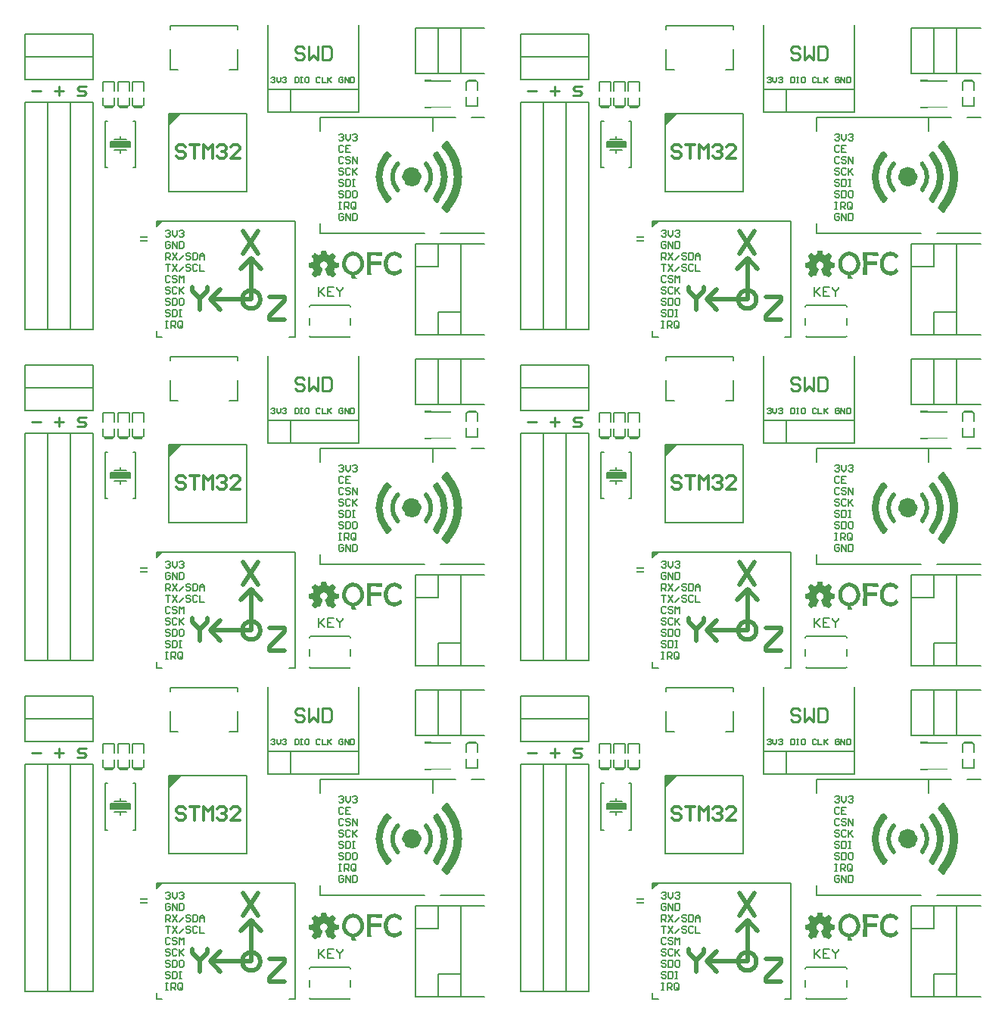
<source format=gto>
%FSLAX25Y25*%
%MOIN*%
G70*
G01*
G75*
G04 Layer_Color=65535*
%ADD10C,0.04000*%
%ADD11C,0.04000*%
%ADD12R,0.04000X0.02800*%
%ADD13R,0.05400X0.04000*%
%ADD14C,0.02800*%
%ADD15O,0.01181X0.06496*%
%ADD16O,0.06496X0.01181*%
%ADD17R,0.09000X0.07000*%
%ADD18R,0.10000X0.03600*%
%ADD19R,0.05200X0.06000*%
%ADD20R,0.06000X0.09600*%
%ADD21R,0.03400X0.02800*%
%ADD22R,0.07000X0.04000*%
%ADD23R,0.01575X0.06400*%
%ADD24R,0.05512X0.03150*%
%ADD25C,0.01000*%
%ADD26C,0.02400*%
%ADD27C,0.02000*%
%ADD28C,0.01400*%
%ADD29C,0.01200*%
%ADD30C,0.01600*%
%ADD31C,0.00600*%
%ADD32C,0.13780*%
%ADD33R,0.05000X0.05000*%
%ADD34R,0.05000X0.05000*%
%ADD35C,0.03000*%
%ADD36O,0.04000X0.05000*%
%ADD37O,0.04000X0.07000*%
%ADD38C,0.02756*%
%ADD39C,0.02400*%
G04:AMPARAMS|DCode=40|XSize=157.48mil|YSize=94.49mil|CornerRadius=23.62mil|HoleSize=0mil|Usage=FLASHONLY|Rotation=270.000|XOffset=0mil|YOffset=0mil|HoleType=Round|Shape=RoundedRectangle|*
%AMROUNDEDRECTD40*
21,1,0.15748,0.04724,0,0,270.0*
21,1,0.11024,0.09449,0,0,270.0*
1,1,0.04724,-0.02362,-0.05512*
1,1,0.04724,-0.02362,0.05512*
1,1,0.04724,0.02362,0.05512*
1,1,0.04724,0.02362,-0.05512*
%
%ADD40ROUNDEDRECTD40*%
G04:AMPARAMS|DCode=41|XSize=37.4mil|YSize=94.49mil|CornerRadius=9.35mil|HoleSize=0mil|Usage=FLASHONLY|Rotation=270.000|XOffset=0mil|YOffset=0mil|HoleType=Round|Shape=RoundedRectangle|*
%AMROUNDEDRECTD41*
21,1,0.03740,0.07579,0,0,270.0*
21,1,0.01870,0.09449,0,0,270.0*
1,1,0.01870,-0.03789,-0.00935*
1,1,0.01870,-0.03789,0.00935*
1,1,0.01870,0.03789,0.00935*
1,1,0.01870,0.03789,-0.00935*
%
%ADD41ROUNDEDRECTD41*%
%ADD42R,0.01000X0.05000*%
%ADD43R,0.07200X0.08600*%
%ADD44R,0.02800X0.03400*%
%ADD45R,0.04400X0.03600*%
%ADD46R,0.03600X0.04400*%
%ADD47R,0.05600X0.04800*%
%ADD48R,0.06200X0.02800*%
%ADD49R,0.08600X0.04800*%
%ADD50R,0.05600X0.06200*%
%ADD51C,0.03000*%
%ADD52C,0.01900*%
%ADD53C,0.03800*%
%ADD54C,0.04500*%
%ADD55C,0.00022*%
%ADD56C,0.00787*%
%ADD57C,0.00800*%
%ADD58C,0.00500*%
%ADD59R,0.08500X0.02200*%
%ADD60R,0.03400X0.00600*%
G36*
X193094Y39825D02*
X193153Y39810D01*
X193198Y39765D01*
X193242Y39706D01*
X193272Y39617D01*
Y39602D01*
Y39588D01*
Y39528D01*
Y39469D01*
Y39395D01*
Y39291D01*
X193287Y39173D01*
X193301Y39025D01*
Y38995D01*
X193316Y38936D01*
X193331Y38847D01*
X193346Y38729D01*
X193376Y38492D01*
X193390Y38388D01*
Y38314D01*
Y38299D01*
X193376Y38255D01*
X193316Y38195D01*
X193287Y38181D01*
X192902D01*
X192798Y38195D01*
X192398D01*
X192235Y38210D01*
X192043D01*
X191850Y38225D01*
X191643D01*
X191406Y38240D01*
X191287D01*
X191213Y38255D01*
X190991D01*
X190739Y38269D01*
X190443Y38284D01*
X188888D01*
X188799Y38269D01*
X188621D01*
X188547Y38255D01*
X188518D01*
X188503Y38240D01*
X188473Y38210D01*
X188459Y38181D01*
X188429Y38121D01*
X188399Y38047D01*
X188384Y37944D01*
Y37810D01*
Y36078D01*
Y36063D01*
Y36004D01*
X188399Y35930D01*
X188414Y35841D01*
X188429Y35752D01*
X188473Y35678D01*
X188518Y35618D01*
X188592Y35604D01*
X188992D01*
X189110Y35618D01*
X189569D01*
X189762Y35633D01*
X189954D01*
X190176Y35648D01*
X190413D01*
X190665Y35663D01*
X190799D01*
X190902Y35678D01*
X191006D01*
X191154Y35693D01*
X191450Y35707D01*
X191791D01*
X192146Y35722D01*
X192472Y35737D01*
X192798D01*
X192842Y35722D01*
X192887Y35693D01*
X192916Y35618D01*
Y35604D01*
Y35530D01*
Y35411D01*
X192902Y35248D01*
Y35233D01*
Y35204D01*
Y35115D01*
X192887Y34997D01*
Y34893D01*
Y34863D01*
Y34789D01*
Y34671D01*
Y34493D01*
Y34478D01*
Y34449D01*
Y34404D01*
X192902Y34345D01*
Y34226D01*
Y34108D01*
Y34093D01*
X192887Y34078D01*
X192842Y34049D01*
X192754Y34034D01*
X192383D01*
X192176Y34049D01*
X191613D01*
X191258Y34064D01*
X191095D01*
X190917Y34078D01*
X190443D01*
X190206Y34093D01*
X188933D01*
X188784Y34078D01*
X188696D01*
X188666Y34064D01*
X188562Y34034D01*
X188444Y33945D01*
X188414Y33886D01*
X188399Y33812D01*
Y33782D01*
Y33738D01*
Y33693D01*
Y33619D01*
Y33545D01*
Y33441D01*
Y33323D01*
Y33190D01*
X188414Y33056D01*
Y32893D01*
Y32716D01*
Y32523D01*
Y32331D01*
X188429Y32109D01*
Y31872D01*
Y31857D01*
Y31812D01*
Y31753D01*
X188444Y31664D01*
Y31561D01*
Y31442D01*
X188459Y31161D01*
Y30850D01*
X188473Y30524D01*
Y30228D01*
Y30094D01*
Y29961D01*
Y29946D01*
Y29932D01*
X188459Y29857D01*
X188399Y29783D01*
X188355Y29768D01*
X188296Y29754D01*
X188059D01*
X187866Y29768D01*
X187822D01*
X187762Y29783D01*
X187703D01*
X187570Y29798D01*
X187229D01*
X187066Y29783D01*
X186933D01*
X186815Y29768D01*
X186681D01*
X186622Y29783D01*
X186563Y29828D01*
X186548Y29872D01*
X186533Y29917D01*
Y29932D01*
Y29961D01*
Y30005D01*
Y30065D01*
Y30154D01*
Y30257D01*
Y30376D01*
X186548Y30509D01*
Y30672D01*
Y30850D01*
Y31042D01*
X186563Y31264D01*
Y31486D01*
X186578Y31738D01*
Y32020D01*
X186592Y32301D01*
Y32316D01*
Y32375D01*
Y32449D01*
X186607Y32568D01*
Y32686D01*
X186622Y32849D01*
Y33012D01*
X186637Y33190D01*
Y33575D01*
X186652Y33975D01*
X186667Y34360D01*
Y34523D01*
Y34686D01*
Y34700D01*
Y34730D01*
Y34774D01*
Y34863D01*
Y34982D01*
Y35130D01*
X186652Y35322D01*
Y35559D01*
X186637Y35841D01*
Y36181D01*
X186622Y36566D01*
X186607Y36788D01*
Y37011D01*
X186592Y37262D01*
Y37529D01*
X186578Y37810D01*
X186563Y38107D01*
Y38418D01*
X186548Y38743D01*
X186533Y39099D01*
X186519Y39469D01*
Y39558D01*
Y39588D01*
X186533Y39632D01*
X186592Y39691D01*
X186637Y39721D01*
X186696Y39736D01*
X186933D01*
X187096Y39721D01*
X187318D01*
X187452Y39706D01*
X189910D01*
X190028Y39721D01*
X190369D01*
X190562Y39736D01*
X190799D01*
X191035Y39750D01*
X191317Y39765D01*
X191598Y39780D01*
X191909Y39795D01*
X192250Y39810D01*
X192591Y39825D01*
X192961Y39854D01*
X193005D01*
X193094Y39825D01*
D02*
G37*
G36*
X198840Y39973D02*
X198988Y39958D01*
X199166Y39943D01*
X199374Y39913D01*
X199610Y39869D01*
X199862Y39810D01*
X200129Y39721D01*
X200395Y39632D01*
X200677Y39513D01*
X200958Y39365D01*
X201225Y39188D01*
X201491Y38995D01*
X201743Y38773D01*
X201980Y38506D01*
X201995Y38477D01*
X202039Y38418D01*
X202084Y38344D01*
X202099Y38255D01*
Y38225D01*
X202084Y38181D01*
X202054Y38121D01*
X202010Y38032D01*
X201936Y37899D01*
X201847Y37751D01*
X201713Y37544D01*
X201699Y37514D01*
X201654Y37455D01*
X201595Y37351D01*
X201506Y37248D01*
X201432Y37144D01*
X201358Y37040D01*
X201299Y36981D01*
X201254Y36951D01*
X201240D01*
X201210Y36966D01*
X201166Y36996D01*
X201106Y37040D01*
X201032Y37099D01*
X200943Y37174D01*
X200825Y37292D01*
X200810Y37307D01*
X200751Y37366D01*
X200677Y37440D01*
X200558Y37529D01*
X200440Y37648D01*
X200307Y37751D01*
X200173Y37855D01*
X200025Y37944D01*
X199996Y37958D01*
X199922Y38003D01*
X199788Y38062D01*
X199625Y38121D01*
X199433Y38181D01*
X199196Y38240D01*
X198944Y38284D01*
X198663Y38299D01*
X198529D01*
X198426Y38284D01*
X198307Y38269D01*
X198174Y38240D01*
X198026Y38210D01*
X197863Y38166D01*
X197685Y38107D01*
X197508Y38032D01*
X197330Y37944D01*
X197152Y37840D01*
X196959Y37721D01*
X196797Y37573D01*
X196619Y37411D01*
X196471Y37218D01*
Y37203D01*
X196441Y37174D01*
X196412Y37114D01*
X196367Y37040D01*
X196308Y36951D01*
X196249Y36833D01*
X196189Y36700D01*
X196130Y36551D01*
X196056Y36389D01*
X195997Y36211D01*
X195938Y36004D01*
X195878Y35796D01*
X195804Y35322D01*
X195790Y35070D01*
X195775Y34804D01*
Y34789D01*
Y34745D01*
Y34656D01*
X195790Y34567D01*
Y34434D01*
X195804Y34286D01*
X195834Y34123D01*
X195864Y33945D01*
X195938Y33560D01*
X196056Y33160D01*
X196234Y32745D01*
X196337Y32553D01*
X196456Y32360D01*
X196471Y32346D01*
X196486Y32316D01*
X196545Y32257D01*
X196604Y32183D01*
X196678Y32109D01*
X196782Y32020D01*
X196900Y31916D01*
X197019Y31812D01*
X197167Y31709D01*
X197330Y31605D01*
X197522Y31516D01*
X197715Y31442D01*
X197922Y31368D01*
X198144Y31309D01*
X198396Y31279D01*
X198648Y31264D01*
X198766D01*
X198914Y31279D01*
X199092Y31309D01*
X199300Y31353D01*
X199522Y31413D01*
X199759Y31486D01*
X200010Y31605D01*
X200025Y31620D01*
X200084Y31649D01*
X200173Y31709D01*
X200277Y31783D01*
X200410Y31872D01*
X200558Y31975D01*
X200721Y32109D01*
X200884Y32257D01*
X200899Y32271D01*
X200943Y32316D01*
X201003Y32375D01*
X201077Y32434D01*
X201151Y32494D01*
X201210Y32553D01*
X201254Y32597D01*
X201284Y32612D01*
X201299Y32597D01*
X201328Y32583D01*
X201358Y32538D01*
X201417Y32479D01*
X201506Y32375D01*
X201610Y32227D01*
X201758Y32035D01*
X201773Y32005D01*
X201832Y31946D01*
X201891Y31857D01*
X201980Y31753D01*
X202054Y31635D01*
X202128Y31531D01*
X202173Y31457D01*
X202187Y31413D01*
Y31398D01*
X202173Y31353D01*
X202128Y31279D01*
X202039Y31176D01*
X202025Y31161D01*
X201980Y31101D01*
X201891Y31027D01*
X201788Y30924D01*
X201654Y30805D01*
X201491Y30672D01*
X201299Y30524D01*
X201092Y30376D01*
X200854Y30213D01*
X200588Y30080D01*
X200307Y29932D01*
X200010Y29813D01*
X199685Y29709D01*
X199344Y29635D01*
X198974Y29576D01*
X198603Y29561D01*
X198515D01*
X198396Y29576D01*
X198248Y29591D01*
X198070Y29606D01*
X197863Y29650D01*
X197626Y29695D01*
X197374Y29754D01*
X197108Y29843D01*
X196826Y29946D01*
X196530Y30065D01*
X196249Y30213D01*
X195967Y30391D01*
X195686Y30598D01*
X195419Y30850D01*
X195168Y31116D01*
X195153Y31131D01*
X195123Y31190D01*
X195064Y31264D01*
X194990Y31383D01*
X194886Y31516D01*
X194797Y31694D01*
X194679Y31886D01*
X194575Y32109D01*
X194471Y32360D01*
X194353Y32642D01*
X194264Y32938D01*
X194175Y33264D01*
X194086Y33604D01*
X194027Y33960D01*
X193998Y34345D01*
X193983Y34745D01*
Y34774D01*
Y34848D01*
X193998Y34952D01*
Y35115D01*
X194027Y35293D01*
X194042Y35515D01*
X194086Y35767D01*
X194131Y36018D01*
X194205Y36300D01*
X194279Y36596D01*
X194383Y36907D01*
X194501Y37218D01*
X194634Y37514D01*
X194797Y37825D01*
X194990Y38121D01*
X195197Y38403D01*
X195212Y38418D01*
X195256Y38477D01*
X195330Y38551D01*
X195434Y38655D01*
X195567Y38773D01*
X195715Y38906D01*
X195908Y39054D01*
X196115Y39202D01*
X196352Y39351D01*
X196604Y39484D01*
X196886Y39617D01*
X197196Y39736D01*
X197522Y39839D01*
X197878Y39913D01*
X198248Y39973D01*
X198633Y39987D01*
X198722D01*
X198840Y39973D01*
D02*
G37*
G36*
X180698Y39987D02*
X180831Y39973D01*
X181009Y39958D01*
X181217Y39913D01*
X181453Y39869D01*
X181705Y39810D01*
X181972Y39721D01*
X182253Y39617D01*
X182549Y39484D01*
X182846Y39321D01*
X183142Y39143D01*
X183423Y38936D01*
X183719Y38684D01*
X183986Y38403D01*
X184001Y38388D01*
X184045Y38329D01*
X184119Y38255D01*
X184208Y38136D01*
X184312Y37988D01*
X184415Y37810D01*
X184549Y37603D01*
X184682Y37381D01*
X184801Y37129D01*
X184934Y36848D01*
X185038Y36551D01*
X185156Y36241D01*
X185230Y35900D01*
X185304Y35544D01*
X185348Y35174D01*
X185363Y34789D01*
Y34774D01*
Y34700D01*
Y34611D01*
X185348Y34463D01*
X185334Y34300D01*
X185304Y34108D01*
X185274Y33900D01*
X185215Y33664D01*
X185156Y33397D01*
X185082Y33130D01*
X184993Y32864D01*
X184889Y32568D01*
X184756Y32286D01*
X184593Y31990D01*
X184430Y31709D01*
X184223Y31427D01*
X184208Y31413D01*
X184164Y31368D01*
X184104Y31279D01*
X184001Y31190D01*
X183882Y31072D01*
X183749Y30939D01*
X183586Y30790D01*
X183394Y30642D01*
X183186Y30479D01*
X182964Y30331D01*
X182712Y30183D01*
X182446Y30050D01*
X182164Y29917D01*
X181853Y29813D01*
X181542Y29739D01*
X181202Y29680D01*
Y29665D01*
X181217Y29650D01*
X181231Y29606D01*
X181246Y29546D01*
X181320Y29398D01*
X181409Y29206D01*
X181542Y28984D01*
X181705Y28747D01*
X181898Y28510D01*
X182135Y28258D01*
X182150D01*
X182164Y28228D01*
X182179Y28199D01*
Y28169D01*
Y28154D01*
Y28139D01*
X182150Y28110D01*
X182120Y28065D01*
X182061Y28021D01*
X181972Y27991D01*
X181853Y27962D01*
X181690Y27932D01*
X180609D01*
X180432Y27947D01*
X180135D01*
X180091Y27962D01*
X180061D01*
X180046Y27977D01*
X180002Y28006D01*
X179973Y28036D01*
X179943Y28080D01*
X179913Y28139D01*
X179884Y28214D01*
X179839Y28302D01*
X179809Y28421D01*
X179780Y28569D01*
X179750Y28732D01*
X179721Y28924D01*
X179691Y29147D01*
X179676Y29398D01*
X179661Y29695D01*
X179647D01*
X179587Y29709D01*
X179484Y29739D01*
X179365Y29768D01*
X179202Y29828D01*
X179025Y29887D01*
X178832Y29961D01*
X178610Y30050D01*
X178388Y30168D01*
X178136Y30287D01*
X177899Y30435D01*
X177647Y30613D01*
X177410Y30790D01*
X177158Y31013D01*
X176936Y31249D01*
X176714Y31501D01*
X176699Y31516D01*
X176670Y31561D01*
X176611Y31649D01*
X176551Y31753D01*
X176462Y31886D01*
X176374Y32049D01*
X176270Y32227D01*
X176181Y32434D01*
X176077Y32671D01*
X175974Y32923D01*
X175885Y33190D01*
X175796Y33486D01*
X175737Y33782D01*
X175678Y34108D01*
X175648Y34449D01*
X175633Y34789D01*
Y34819D01*
Y34878D01*
X175648Y34997D01*
Y35145D01*
X175678Y35322D01*
X175707Y35530D01*
X175752Y35767D01*
X175811Y36018D01*
X175870Y36300D01*
X175959Y36596D01*
X176077Y36892D01*
X176211Y37188D01*
X176359Y37499D01*
X176551Y37810D01*
X176759Y38107D01*
X176996Y38403D01*
X177010Y38418D01*
X177055Y38477D01*
X177144Y38551D01*
X177247Y38655D01*
X177395Y38773D01*
X177558Y38906D01*
X177751Y39054D01*
X177973Y39202D01*
X178210Y39351D01*
X178477Y39499D01*
X178758Y39632D01*
X179069Y39750D01*
X179395Y39854D01*
X179750Y39928D01*
X180106Y39987D01*
X180491Y40002D01*
X180580D01*
X180698Y39987D01*
D02*
G37*
G36*
X93811Y50966D02*
Y53566D01*
X96411D01*
X93811Y50966D01*
D02*
G37*
G36*
X215056Y115266D02*
X223716D01*
Y114866D01*
X211905D01*
Y115666D01*
X215056D01*
Y115266D01*
D02*
G37*
G36*
X223716Y103466D02*
X215056D01*
Y103066D01*
X211905D01*
Y103866D01*
X223716D01*
Y103466D01*
D02*
G37*
G36*
X99385Y95259D02*
Y100692D01*
X104818Y100692D01*
X99385Y95259D01*
D02*
G37*
%LPC*%
G36*
X180476Y38284D02*
X180343D01*
X180254Y38269D01*
X180135Y38255D01*
X180002Y38225D01*
X179854Y38195D01*
X179691Y38151D01*
X179513Y38092D01*
X179336Y38018D01*
X179143Y37929D01*
X178951Y37810D01*
X178758Y37692D01*
X178566Y37544D01*
X178388Y37366D01*
X178210Y37174D01*
X178195Y37159D01*
X178180Y37129D01*
X178136Y37070D01*
X178077Y36996D01*
X178017Y36892D01*
X177944Y36774D01*
X177855Y36640D01*
X177781Y36492D01*
X177707Y36315D01*
X177618Y36137D01*
X177484Y35722D01*
X177425Y35500D01*
X177395Y35263D01*
X177366Y35011D01*
X177351Y34760D01*
Y34745D01*
Y34700D01*
Y34626D01*
X177366Y34523D01*
X177381Y34404D01*
X177395Y34271D01*
X177425Y34108D01*
X177455Y33930D01*
X177558Y33560D01*
X177632Y33353D01*
X177721Y33145D01*
X177810Y32938D01*
X177929Y32730D01*
X178062Y32523D01*
X178210Y32331D01*
X178225Y32316D01*
X178254Y32286D01*
X178299Y32227D01*
X178373Y32153D01*
X178462Y32079D01*
X178566Y31990D01*
X178699Y31886D01*
X178832Y31783D01*
X178995Y31679D01*
X179158Y31575D01*
X179543Y31413D01*
X179765Y31338D01*
X179987Y31279D01*
X180224Y31249D01*
X180476Y31235D01*
X180535D01*
X180609Y31249D01*
X180713D01*
X180831Y31264D01*
X180965Y31294D01*
X181113Y31324D01*
X181290Y31368D01*
X181468Y31427D01*
X181646Y31501D01*
X181839Y31590D01*
X182046Y31694D01*
X182238Y31827D01*
X182431Y31975D01*
X182609Y32138D01*
X182786Y32331D01*
X182801Y32346D01*
X182831Y32375D01*
X182860Y32434D01*
X182920Y32508D01*
X182994Y32612D01*
X183068Y32730D01*
X183142Y32864D01*
X183231Y33027D01*
X183305Y33190D01*
X183379Y33382D01*
X183527Y33797D01*
X183586Y34034D01*
X183616Y34271D01*
X183645Y34523D01*
X183660Y34774D01*
Y34789D01*
Y34834D01*
Y34908D01*
X183645Y35011D01*
X183631Y35130D01*
X183616Y35278D01*
X183586Y35426D01*
X183556Y35604D01*
X183438Y35989D01*
X183379Y36181D01*
X183290Y36389D01*
X183186Y36596D01*
X183068Y36803D01*
X182934Y37011D01*
X182772Y37203D01*
X182757Y37218D01*
X182727Y37248D01*
X182683Y37307D01*
X182609Y37366D01*
X182520Y37455D01*
X182416Y37544D01*
X182283Y37648D01*
X182135Y37751D01*
X181987Y37840D01*
X181809Y37944D01*
X181409Y38121D01*
X181202Y38181D01*
X180965Y38240D01*
X180728Y38269D01*
X180476Y38284D01*
D02*
G37*
%LPD*%
G36*
X411598Y39825D02*
X411657Y39810D01*
X411702Y39765D01*
X411746Y39706D01*
X411776Y39617D01*
Y39602D01*
Y39588D01*
Y39528D01*
Y39469D01*
Y39395D01*
Y39291D01*
X411791Y39173D01*
X411805Y39025D01*
Y38995D01*
X411820Y38936D01*
X411835Y38847D01*
X411850Y38729D01*
X411879Y38492D01*
X411894Y38388D01*
Y38314D01*
Y38299D01*
X411879Y38255D01*
X411820Y38195D01*
X411791Y38181D01*
X411406D01*
X411302Y38195D01*
X410902D01*
X410739Y38210D01*
X410546D01*
X410354Y38225D01*
X410147D01*
X409910Y38240D01*
X409791D01*
X409717Y38255D01*
X409495D01*
X409243Y38269D01*
X408947Y38284D01*
X407392D01*
X407303Y38269D01*
X407125D01*
X407051Y38255D01*
X407022D01*
X407007Y38240D01*
X406977Y38210D01*
X406962Y38181D01*
X406933Y38121D01*
X406903Y38047D01*
X406888Y37944D01*
Y37810D01*
Y36078D01*
Y36063D01*
Y36004D01*
X406903Y35930D01*
X406918Y35841D01*
X406933Y35752D01*
X406977Y35678D01*
X407022Y35618D01*
X407096Y35604D01*
X407496D01*
X407614Y35618D01*
X408073D01*
X408266Y35633D01*
X408458D01*
X408680Y35648D01*
X408917D01*
X409169Y35663D01*
X409303D01*
X409406Y35678D01*
X409510D01*
X409658Y35693D01*
X409954Y35707D01*
X410295D01*
X410650Y35722D01*
X410976Y35737D01*
X411302D01*
X411346Y35722D01*
X411391Y35693D01*
X411420Y35618D01*
Y35604D01*
Y35530D01*
Y35411D01*
X411406Y35248D01*
Y35233D01*
Y35204D01*
Y35115D01*
X411391Y34997D01*
Y34893D01*
Y34863D01*
Y34789D01*
Y34671D01*
Y34493D01*
Y34478D01*
Y34449D01*
Y34404D01*
X411406Y34345D01*
Y34226D01*
Y34108D01*
Y34093D01*
X411391Y34078D01*
X411346Y34049D01*
X411257Y34034D01*
X410887D01*
X410680Y34049D01*
X410117D01*
X409762Y34064D01*
X409599D01*
X409421Y34078D01*
X408947D01*
X408710Y34093D01*
X407436D01*
X407288Y34078D01*
X407199D01*
X407170Y34064D01*
X407066Y34034D01*
X406948Y33945D01*
X406918Y33886D01*
X406903Y33812D01*
Y33782D01*
Y33738D01*
Y33693D01*
Y33619D01*
Y33545D01*
Y33441D01*
Y33323D01*
Y33190D01*
X406918Y33056D01*
Y32893D01*
Y32716D01*
Y32523D01*
Y32331D01*
X406933Y32109D01*
Y31872D01*
Y31857D01*
Y31812D01*
Y31753D01*
X406948Y31664D01*
Y31561D01*
Y31442D01*
X406962Y31161D01*
Y30850D01*
X406977Y30524D01*
Y30228D01*
Y30094D01*
Y29961D01*
Y29946D01*
Y29932D01*
X406962Y29857D01*
X406903Y29783D01*
X406859Y29768D01*
X406800Y29754D01*
X406563D01*
X406370Y29768D01*
X406326D01*
X406266Y29783D01*
X406207D01*
X406074Y29798D01*
X405733D01*
X405570Y29783D01*
X405437D01*
X405319Y29768D01*
X405185D01*
X405126Y29783D01*
X405067Y29828D01*
X405052Y29872D01*
X405037Y29917D01*
Y29932D01*
Y29961D01*
Y30005D01*
Y30065D01*
Y30154D01*
Y30257D01*
Y30376D01*
X405052Y30509D01*
Y30672D01*
Y30850D01*
Y31042D01*
X405067Y31264D01*
Y31486D01*
X405082Y31738D01*
Y32020D01*
X405096Y32301D01*
Y32316D01*
Y32375D01*
Y32449D01*
X405111Y32568D01*
Y32686D01*
X405126Y32849D01*
Y33012D01*
X405141Y33190D01*
Y33575D01*
X405156Y33975D01*
X405170Y34360D01*
Y34523D01*
Y34686D01*
Y34700D01*
Y34730D01*
Y34774D01*
Y34863D01*
Y34982D01*
Y35130D01*
X405156Y35322D01*
Y35559D01*
X405141Y35841D01*
Y36181D01*
X405126Y36566D01*
X405111Y36788D01*
Y37011D01*
X405096Y37262D01*
Y37529D01*
X405082Y37810D01*
X405067Y38107D01*
Y38418D01*
X405052Y38743D01*
X405037Y39099D01*
X405022Y39469D01*
Y39558D01*
Y39588D01*
X405037Y39632D01*
X405096Y39691D01*
X405141Y39721D01*
X405200Y39736D01*
X405437D01*
X405600Y39721D01*
X405822D01*
X405955Y39706D01*
X408414D01*
X408532Y39721D01*
X408873D01*
X409065Y39736D01*
X409303D01*
X409540Y39750D01*
X409821Y39765D01*
X410102Y39780D01*
X410413Y39795D01*
X410754Y39810D01*
X411095Y39825D01*
X411465Y39854D01*
X411509D01*
X411598Y39825D01*
D02*
G37*
G36*
X417344Y39973D02*
X417492Y39958D01*
X417670Y39943D01*
X417877Y39913D01*
X418115Y39869D01*
X418366Y39810D01*
X418633Y39721D01*
X418899Y39632D01*
X419181Y39513D01*
X419462Y39365D01*
X419729Y39188D01*
X419995Y38995D01*
X420247Y38773D01*
X420484Y38506D01*
X420499Y38477D01*
X420543Y38418D01*
X420588Y38344D01*
X420603Y38255D01*
Y38225D01*
X420588Y38181D01*
X420558Y38121D01*
X420514Y38032D01*
X420440Y37899D01*
X420351Y37751D01*
X420218Y37544D01*
X420203Y37514D01*
X420158Y37455D01*
X420099Y37351D01*
X420010Y37248D01*
X419936Y37144D01*
X419862Y37040D01*
X419803Y36981D01*
X419758Y36951D01*
X419743D01*
X419714Y36966D01*
X419669Y36996D01*
X419610Y37040D01*
X419536Y37099D01*
X419447Y37174D01*
X419329Y37292D01*
X419314Y37307D01*
X419255Y37366D01*
X419181Y37440D01*
X419062Y37529D01*
X418944Y37648D01*
X418811Y37751D01*
X418677Y37855D01*
X418529Y37944D01*
X418500Y37958D01*
X418426Y38003D01*
X418292Y38062D01*
X418129Y38121D01*
X417937Y38181D01*
X417700Y38240D01*
X417448Y38284D01*
X417167Y38299D01*
X417033D01*
X416930Y38284D01*
X416811Y38269D01*
X416678Y38240D01*
X416530Y38210D01*
X416367Y38166D01*
X416189Y38107D01*
X416011Y38032D01*
X415834Y37944D01*
X415656Y37840D01*
X415463Y37721D01*
X415301Y37573D01*
X415123Y37411D01*
X414975Y37218D01*
Y37203D01*
X414945Y37174D01*
X414916Y37114D01*
X414871Y37040D01*
X414812Y36951D01*
X414753Y36833D01*
X414693Y36700D01*
X414634Y36551D01*
X414560Y36389D01*
X414501Y36211D01*
X414442Y36004D01*
X414382Y35796D01*
X414308Y35322D01*
X414293Y35070D01*
X414279Y34804D01*
Y34789D01*
Y34745D01*
Y34656D01*
X414293Y34567D01*
Y34434D01*
X414308Y34286D01*
X414338Y34123D01*
X414367Y33945D01*
X414442Y33560D01*
X414560Y33160D01*
X414738Y32745D01*
X414841Y32553D01*
X414960Y32360D01*
X414975Y32346D01*
X414990Y32316D01*
X415049Y32257D01*
X415108Y32183D01*
X415182Y32109D01*
X415286Y32020D01*
X415404Y31916D01*
X415523Y31812D01*
X415671Y31709D01*
X415834Y31605D01*
X416026Y31516D01*
X416219Y31442D01*
X416426Y31368D01*
X416648Y31309D01*
X416900Y31279D01*
X417152Y31264D01*
X417270D01*
X417418Y31279D01*
X417596Y31309D01*
X417803Y31353D01*
X418026Y31413D01*
X418263Y31486D01*
X418514Y31605D01*
X418529Y31620D01*
X418588Y31649D01*
X418677Y31709D01*
X418781Y31783D01*
X418914Y31872D01*
X419062Y31975D01*
X419225Y32109D01*
X419388Y32257D01*
X419403Y32271D01*
X419447Y32316D01*
X419507Y32375D01*
X419581Y32434D01*
X419655Y32494D01*
X419714Y32553D01*
X419758Y32597D01*
X419788Y32612D01*
X419803Y32597D01*
X419832Y32583D01*
X419862Y32538D01*
X419921Y32479D01*
X420010Y32375D01*
X420114Y32227D01*
X420262Y32035D01*
X420277Y32005D01*
X420336Y31946D01*
X420395Y31857D01*
X420484Y31753D01*
X420558Y31635D01*
X420632Y31531D01*
X420677Y31457D01*
X420691Y31413D01*
Y31398D01*
X420677Y31353D01*
X420632Y31279D01*
X420543Y31176D01*
X420529Y31161D01*
X420484Y31101D01*
X420395Y31027D01*
X420292Y30924D01*
X420158Y30805D01*
X419995Y30672D01*
X419803Y30524D01*
X419595Y30376D01*
X419358Y30213D01*
X419092Y30080D01*
X418811Y29932D01*
X418514Y29813D01*
X418188Y29709D01*
X417848Y29635D01*
X417478Y29576D01*
X417107Y29561D01*
X417019D01*
X416900Y29576D01*
X416752Y29591D01*
X416574Y29606D01*
X416367Y29650D01*
X416130Y29695D01*
X415878Y29754D01*
X415612Y29843D01*
X415330Y29946D01*
X415034Y30065D01*
X414753Y30213D01*
X414471Y30391D01*
X414190Y30598D01*
X413923Y30850D01*
X413671Y31116D01*
X413657Y31131D01*
X413627Y31190D01*
X413568Y31264D01*
X413494Y31383D01*
X413390Y31516D01*
X413301Y31694D01*
X413183Y31886D01*
X413079Y32109D01*
X412975Y32360D01*
X412857Y32642D01*
X412768Y32938D01*
X412679Y33264D01*
X412590Y33604D01*
X412531Y33960D01*
X412501Y34345D01*
X412487Y34745D01*
Y34774D01*
Y34848D01*
X412501Y34952D01*
Y35115D01*
X412531Y35293D01*
X412546Y35515D01*
X412590Y35767D01*
X412635Y36018D01*
X412709Y36300D01*
X412783Y36596D01*
X412886Y36907D01*
X413005Y37218D01*
X413138Y37514D01*
X413301Y37825D01*
X413494Y38121D01*
X413701Y38403D01*
X413716Y38418D01*
X413760Y38477D01*
X413834Y38551D01*
X413938Y38655D01*
X414071Y38773D01*
X414219Y38906D01*
X414412Y39054D01*
X414619Y39202D01*
X414856Y39351D01*
X415108Y39484D01*
X415389Y39617D01*
X415700Y39736D01*
X416026Y39839D01*
X416382Y39913D01*
X416752Y39973D01*
X417137Y39987D01*
X417226D01*
X417344Y39973D01*
D02*
G37*
G36*
X399202Y39987D02*
X399335Y39973D01*
X399513Y39958D01*
X399720Y39913D01*
X399957Y39869D01*
X400209Y39810D01*
X400476Y39721D01*
X400757Y39617D01*
X401053Y39484D01*
X401349Y39321D01*
X401646Y39143D01*
X401927Y38936D01*
X402223Y38684D01*
X402490Y38403D01*
X402505Y38388D01*
X402549Y38329D01*
X402623Y38255D01*
X402712Y38136D01*
X402816Y37988D01*
X402919Y37810D01*
X403053Y37603D01*
X403186Y37381D01*
X403304Y37129D01*
X403438Y36848D01*
X403541Y36551D01*
X403660Y36241D01*
X403734Y35900D01*
X403808Y35544D01*
X403852Y35174D01*
X403867Y34789D01*
Y34774D01*
Y34700D01*
Y34611D01*
X403852Y34463D01*
X403838Y34300D01*
X403808Y34108D01*
X403778Y33900D01*
X403719Y33664D01*
X403660Y33397D01*
X403586Y33130D01*
X403497Y32864D01*
X403393Y32568D01*
X403260Y32286D01*
X403097Y31990D01*
X402934Y31709D01*
X402727Y31427D01*
X402712Y31413D01*
X402668Y31368D01*
X402608Y31279D01*
X402505Y31190D01*
X402386Y31072D01*
X402253Y30939D01*
X402090Y30790D01*
X401897Y30642D01*
X401690Y30479D01*
X401468Y30331D01*
X401216Y30183D01*
X400950Y30050D01*
X400668Y29917D01*
X400357Y29813D01*
X400046Y29739D01*
X399706Y29680D01*
Y29665D01*
X399720Y29650D01*
X399735Y29606D01*
X399750Y29546D01*
X399824Y29398D01*
X399913Y29206D01*
X400046Y28984D01*
X400209Y28747D01*
X400402Y28510D01*
X400639Y28258D01*
X400654D01*
X400668Y28228D01*
X400683Y28199D01*
Y28169D01*
Y28154D01*
Y28139D01*
X400654Y28110D01*
X400624Y28065D01*
X400565Y28021D01*
X400476Y27991D01*
X400357Y27962D01*
X400194Y27932D01*
X399113D01*
X398936Y27947D01*
X398639D01*
X398595Y27962D01*
X398565D01*
X398550Y27977D01*
X398506Y28006D01*
X398476Y28036D01*
X398447Y28080D01*
X398417Y28139D01*
X398388Y28214D01*
X398343Y28302D01*
X398313Y28421D01*
X398284Y28569D01*
X398254Y28732D01*
X398225Y28924D01*
X398195Y29147D01*
X398180Y29398D01*
X398165Y29695D01*
X398151D01*
X398091Y29709D01*
X397988Y29739D01*
X397869Y29768D01*
X397706Y29828D01*
X397529Y29887D01*
X397336Y29961D01*
X397114Y30050D01*
X396892Y30168D01*
X396640Y30287D01*
X396403Y30435D01*
X396151Y30613D01*
X395914Y30790D01*
X395662Y31013D01*
X395440Y31249D01*
X395218Y31501D01*
X395203Y31516D01*
X395174Y31561D01*
X395114Y31649D01*
X395055Y31753D01*
X394966Y31886D01*
X394878Y32049D01*
X394774Y32227D01*
X394685Y32434D01*
X394581Y32671D01*
X394478Y32923D01*
X394389Y33190D01*
X394300Y33486D01*
X394241Y33782D01*
X394181Y34108D01*
X394152Y34449D01*
X394137Y34789D01*
Y34819D01*
Y34878D01*
X394152Y34997D01*
Y35145D01*
X394181Y35322D01*
X394211Y35530D01*
X394255Y35767D01*
X394315Y36018D01*
X394374Y36300D01*
X394463Y36596D01*
X394581Y36892D01*
X394715Y37188D01*
X394863Y37499D01*
X395055Y37810D01*
X395263Y38107D01*
X395500Y38403D01*
X395514Y38418D01*
X395559Y38477D01*
X395648Y38551D01*
X395751Y38655D01*
X395899Y38773D01*
X396062Y38906D01*
X396255Y39054D01*
X396477Y39202D01*
X396714Y39351D01*
X396981Y39499D01*
X397262Y39632D01*
X397573Y39750D01*
X397899Y39854D01*
X398254Y39928D01*
X398610Y39987D01*
X398995Y40002D01*
X399084D01*
X399202Y39987D01*
D02*
G37*
G36*
X312315Y50966D02*
Y53566D01*
X314915D01*
X312315Y50966D01*
D02*
G37*
G36*
X433560Y115266D02*
X442220D01*
Y114866D01*
X430409D01*
Y115666D01*
X433560D01*
Y115266D01*
D02*
G37*
G36*
X442220Y103466D02*
X433560D01*
Y103066D01*
X430409D01*
Y103866D01*
X442220D01*
Y103466D01*
D02*
G37*
G36*
X317889Y95259D02*
Y100692D01*
X323322Y100692D01*
X317889Y95259D01*
D02*
G37*
%LPC*%
G36*
X398980Y38284D02*
X398847D01*
X398758Y38269D01*
X398639Y38255D01*
X398506Y38225D01*
X398358Y38195D01*
X398195Y38151D01*
X398017Y38092D01*
X397840Y38018D01*
X397647Y37929D01*
X397455Y37810D01*
X397262Y37692D01*
X397069Y37544D01*
X396892Y37366D01*
X396714Y37174D01*
X396699Y37159D01*
X396684Y37129D01*
X396640Y37070D01*
X396581Y36996D01*
X396521Y36892D01*
X396447Y36774D01*
X396359Y36640D01*
X396285Y36492D01*
X396211Y36315D01*
X396122Y36137D01*
X395988Y35722D01*
X395929Y35500D01*
X395899Y35263D01*
X395870Y35011D01*
X395855Y34760D01*
Y34745D01*
Y34700D01*
Y34626D01*
X395870Y34523D01*
X395885Y34404D01*
X395899Y34271D01*
X395929Y34108D01*
X395959Y33930D01*
X396062Y33560D01*
X396136Y33353D01*
X396225Y33145D01*
X396314Y32938D01*
X396433Y32730D01*
X396566Y32523D01*
X396714Y32331D01*
X396729Y32316D01*
X396758Y32286D01*
X396803Y32227D01*
X396877Y32153D01*
X396966Y32079D01*
X397069Y31990D01*
X397203Y31886D01*
X397336Y31783D01*
X397499Y31679D01*
X397662Y31575D01*
X398047Y31413D01*
X398269Y31338D01*
X398491Y31279D01*
X398728Y31249D01*
X398980Y31235D01*
X399039D01*
X399113Y31249D01*
X399217D01*
X399335Y31264D01*
X399469Y31294D01*
X399617Y31324D01*
X399795Y31368D01*
X399972Y31427D01*
X400150Y31501D01*
X400343Y31590D01*
X400550Y31694D01*
X400742Y31827D01*
X400935Y31975D01*
X401113Y32138D01*
X401290Y32331D01*
X401305Y32346D01*
X401335Y32375D01*
X401364Y32434D01*
X401424Y32508D01*
X401498Y32612D01*
X401572Y32730D01*
X401646Y32864D01*
X401735Y33027D01*
X401809Y33190D01*
X401883Y33382D01*
X402031Y33797D01*
X402090Y34034D01*
X402120Y34271D01*
X402149Y34523D01*
X402164Y34774D01*
Y34789D01*
Y34834D01*
Y34908D01*
X402149Y35011D01*
X402135Y35130D01*
X402120Y35278D01*
X402090Y35426D01*
X402060Y35604D01*
X401942Y35989D01*
X401883Y36181D01*
X401794Y36389D01*
X401690Y36596D01*
X401572Y36803D01*
X401438Y37011D01*
X401275Y37203D01*
X401261Y37218D01*
X401231Y37248D01*
X401187Y37307D01*
X401113Y37366D01*
X401024Y37455D01*
X400920Y37544D01*
X400787Y37648D01*
X400639Y37751D01*
X400491Y37840D01*
X400313Y37944D01*
X399913Y38121D01*
X399706Y38181D01*
X399469Y38240D01*
X399232Y38269D01*
X398980Y38284D01*
D02*
G37*
%LPD*%
G36*
X193094Y185494D02*
X193153Y185479D01*
X193198Y185435D01*
X193242Y185375D01*
X193272Y185286D01*
Y185272D01*
Y185257D01*
Y185198D01*
Y185138D01*
Y185064D01*
Y184961D01*
X193287Y184842D01*
X193301Y184694D01*
Y184664D01*
X193316Y184605D01*
X193331Y184516D01*
X193346Y184398D01*
X193376Y184161D01*
X193390Y184057D01*
Y183983D01*
Y183968D01*
X193376Y183924D01*
X193316Y183865D01*
X193287Y183850D01*
X192902D01*
X192798Y183865D01*
X192398D01*
X192235Y183879D01*
X192043D01*
X191850Y183894D01*
X191643D01*
X191406Y183909D01*
X191287D01*
X191213Y183924D01*
X190991D01*
X190739Y183939D01*
X190443Y183954D01*
X188888D01*
X188799Y183939D01*
X188621D01*
X188547Y183924D01*
X188518D01*
X188503Y183909D01*
X188473Y183879D01*
X188459Y183850D01*
X188429Y183791D01*
X188399Y183717D01*
X188384Y183613D01*
Y183480D01*
Y181747D01*
Y181732D01*
Y181673D01*
X188399Y181599D01*
X188414Y181510D01*
X188429Y181421D01*
X188473Y181347D01*
X188518Y181288D01*
X188592Y181273D01*
X188992D01*
X189110Y181288D01*
X189569D01*
X189762Y181303D01*
X189954D01*
X190176Y181317D01*
X190413D01*
X190665Y181332D01*
X190799D01*
X190902Y181347D01*
X191006D01*
X191154Y181362D01*
X191450Y181377D01*
X191791D01*
X192146Y181392D01*
X192472Y181406D01*
X192798D01*
X192842Y181392D01*
X192887Y181362D01*
X192916Y181288D01*
Y181273D01*
Y181199D01*
Y181080D01*
X192902Y180918D01*
Y180903D01*
Y180873D01*
Y180784D01*
X192887Y180666D01*
Y180562D01*
Y180533D01*
Y180458D01*
Y180340D01*
Y180162D01*
Y180147D01*
Y180118D01*
Y180073D01*
X192902Y180014D01*
Y179896D01*
Y179777D01*
Y179762D01*
X192887Y179748D01*
X192842Y179718D01*
X192754Y179703D01*
X192383D01*
X192176Y179718D01*
X191613D01*
X191258Y179733D01*
X191095D01*
X190917Y179748D01*
X190443D01*
X190206Y179762D01*
X188933D01*
X188784Y179748D01*
X188696D01*
X188666Y179733D01*
X188562Y179703D01*
X188444Y179614D01*
X188414Y179555D01*
X188399Y179481D01*
Y179451D01*
Y179407D01*
Y179362D01*
Y179288D01*
Y179214D01*
Y179111D01*
Y178992D01*
Y178859D01*
X188414Y178726D01*
Y178563D01*
Y178385D01*
Y178192D01*
Y178000D01*
X188429Y177778D01*
Y177541D01*
Y177526D01*
Y177482D01*
Y177422D01*
X188444Y177333D01*
Y177230D01*
Y177111D01*
X188459Y176830D01*
Y176519D01*
X188473Y176193D01*
Y175897D01*
Y175764D01*
Y175630D01*
Y175616D01*
Y175601D01*
X188459Y175527D01*
X188399Y175453D01*
X188355Y175438D01*
X188296Y175423D01*
X188059D01*
X187866Y175438D01*
X187822D01*
X187762Y175453D01*
X187703D01*
X187570Y175468D01*
X187229D01*
X187066Y175453D01*
X186933D01*
X186815Y175438D01*
X186681D01*
X186622Y175453D01*
X186563Y175497D01*
X186548Y175541D01*
X186533Y175586D01*
Y175601D01*
Y175630D01*
Y175675D01*
Y175734D01*
Y175823D01*
Y175927D01*
Y176045D01*
X186548Y176178D01*
Y176341D01*
Y176519D01*
Y176711D01*
X186563Y176934D01*
Y177156D01*
X186578Y177408D01*
Y177689D01*
X186592Y177970D01*
Y177985D01*
Y178044D01*
Y178119D01*
X186607Y178237D01*
Y178355D01*
X186622Y178518D01*
Y178681D01*
X186637Y178859D01*
Y179244D01*
X186652Y179644D01*
X186667Y180029D01*
Y180192D01*
Y180355D01*
Y180370D01*
Y180399D01*
Y180444D01*
Y180533D01*
Y180651D01*
Y180799D01*
X186652Y180992D01*
Y181228D01*
X186637Y181510D01*
Y181851D01*
X186622Y182236D01*
X186607Y182458D01*
Y182680D01*
X186592Y182932D01*
Y183198D01*
X186578Y183480D01*
X186563Y183776D01*
Y184087D01*
X186548Y184413D01*
X186533Y184768D01*
X186519Y185138D01*
Y185227D01*
Y185257D01*
X186533Y185301D01*
X186592Y185361D01*
X186637Y185390D01*
X186696Y185405D01*
X186933D01*
X187096Y185390D01*
X187318D01*
X187452Y185375D01*
X189910D01*
X190028Y185390D01*
X190369D01*
X190562Y185405D01*
X190799D01*
X191035Y185420D01*
X191317Y185435D01*
X191598Y185449D01*
X191909Y185464D01*
X192250Y185479D01*
X192591Y185494D01*
X192961Y185523D01*
X193005D01*
X193094Y185494D01*
D02*
G37*
G36*
X198840Y185642D02*
X198988Y185627D01*
X199166Y185612D01*
X199374Y185583D01*
X199610Y185538D01*
X199862Y185479D01*
X200129Y185390D01*
X200395Y185301D01*
X200677Y185183D01*
X200958Y185035D01*
X201225Y184857D01*
X201491Y184664D01*
X201743Y184442D01*
X201980Y184176D01*
X201995Y184146D01*
X202039Y184087D01*
X202084Y184013D01*
X202099Y183924D01*
Y183894D01*
X202084Y183850D01*
X202054Y183791D01*
X202010Y183702D01*
X201936Y183569D01*
X201847Y183420D01*
X201713Y183213D01*
X201699Y183184D01*
X201654Y183124D01*
X201595Y183021D01*
X201506Y182917D01*
X201432Y182813D01*
X201358Y182710D01*
X201299Y182650D01*
X201254Y182621D01*
X201240D01*
X201210Y182635D01*
X201166Y182665D01*
X201106Y182710D01*
X201032Y182769D01*
X200943Y182843D01*
X200825Y182961D01*
X200810Y182976D01*
X200751Y183035D01*
X200677Y183109D01*
X200558Y183198D01*
X200440Y183317D01*
X200307Y183420D01*
X200173Y183524D01*
X200025Y183613D01*
X199996Y183628D01*
X199922Y183672D01*
X199788Y183731D01*
X199625Y183791D01*
X199433Y183850D01*
X199196Y183909D01*
X198944Y183954D01*
X198663Y183968D01*
X198529D01*
X198426Y183954D01*
X198307Y183939D01*
X198174Y183909D01*
X198026Y183879D01*
X197863Y183835D01*
X197685Y183776D01*
X197508Y183702D01*
X197330Y183613D01*
X197152Y183509D01*
X196959Y183391D01*
X196797Y183243D01*
X196619Y183080D01*
X196471Y182887D01*
Y182872D01*
X196441Y182843D01*
X196412Y182784D01*
X196367Y182710D01*
X196308Y182621D01*
X196249Y182502D01*
X196189Y182369D01*
X196130Y182221D01*
X196056Y182058D01*
X195997Y181880D01*
X195938Y181673D01*
X195878Y181465D01*
X195804Y180992D01*
X195790Y180740D01*
X195775Y180473D01*
Y180458D01*
Y180414D01*
Y180325D01*
X195790Y180236D01*
Y180103D01*
X195804Y179955D01*
X195834Y179792D01*
X195864Y179614D01*
X195938Y179229D01*
X196056Y178829D01*
X196234Y178415D01*
X196337Y178222D01*
X196456Y178030D01*
X196471Y178015D01*
X196486Y177985D01*
X196545Y177926D01*
X196604Y177852D01*
X196678Y177778D01*
X196782Y177689D01*
X196900Y177585D01*
X197019Y177482D01*
X197167Y177378D01*
X197330Y177274D01*
X197522Y177185D01*
X197715Y177111D01*
X197922Y177037D01*
X198144Y176978D01*
X198396Y176948D01*
X198648Y176934D01*
X198766D01*
X198914Y176948D01*
X199092Y176978D01*
X199300Y177023D01*
X199522Y177082D01*
X199759Y177156D01*
X200010Y177274D01*
X200025Y177289D01*
X200084Y177319D01*
X200173Y177378D01*
X200277Y177452D01*
X200410Y177541D01*
X200558Y177645D01*
X200721Y177778D01*
X200884Y177926D01*
X200899Y177941D01*
X200943Y177985D01*
X201003Y178044D01*
X201077Y178104D01*
X201151Y178163D01*
X201210Y178222D01*
X201254Y178267D01*
X201284Y178281D01*
X201299Y178267D01*
X201328Y178252D01*
X201358Y178207D01*
X201417Y178148D01*
X201506Y178044D01*
X201610Y177896D01*
X201758Y177704D01*
X201773Y177674D01*
X201832Y177615D01*
X201891Y177526D01*
X201980Y177422D01*
X202054Y177304D01*
X202128Y177200D01*
X202173Y177126D01*
X202187Y177082D01*
Y177067D01*
X202173Y177023D01*
X202128Y176948D01*
X202039Y176845D01*
X202025Y176830D01*
X201980Y176771D01*
X201891Y176697D01*
X201788Y176593D01*
X201654Y176474D01*
X201491Y176341D01*
X201299Y176193D01*
X201092Y176045D01*
X200854Y175882D01*
X200588Y175749D01*
X200307Y175601D01*
X200010Y175482D01*
X199685Y175379D01*
X199344Y175304D01*
X198974Y175245D01*
X198603Y175231D01*
X198515D01*
X198396Y175245D01*
X198248Y175260D01*
X198070Y175275D01*
X197863Y175319D01*
X197626Y175364D01*
X197374Y175423D01*
X197108Y175512D01*
X196826Y175616D01*
X196530Y175734D01*
X196249Y175882D01*
X195967Y176060D01*
X195686Y176267D01*
X195419Y176519D01*
X195168Y176786D01*
X195153Y176800D01*
X195123Y176860D01*
X195064Y176934D01*
X194990Y177052D01*
X194886Y177185D01*
X194797Y177363D01*
X194679Y177556D01*
X194575Y177778D01*
X194471Y178030D01*
X194353Y178311D01*
X194264Y178607D01*
X194175Y178933D01*
X194086Y179274D01*
X194027Y179629D01*
X193998Y180014D01*
X193983Y180414D01*
Y180444D01*
Y180518D01*
X193998Y180621D01*
Y180784D01*
X194027Y180962D01*
X194042Y181184D01*
X194086Y181436D01*
X194131Y181688D01*
X194205Y181969D01*
X194279Y182265D01*
X194383Y182576D01*
X194501Y182887D01*
X194634Y183184D01*
X194797Y183494D01*
X194990Y183791D01*
X195197Y184072D01*
X195212Y184087D01*
X195256Y184146D01*
X195330Y184220D01*
X195434Y184324D01*
X195567Y184442D01*
X195715Y184576D01*
X195908Y184724D01*
X196115Y184872D01*
X196352Y185020D01*
X196604Y185153D01*
X196886Y185286D01*
X197196Y185405D01*
X197522Y185509D01*
X197878Y185583D01*
X198248Y185642D01*
X198633Y185657D01*
X198722D01*
X198840Y185642D01*
D02*
G37*
G36*
X180698Y185657D02*
X180831Y185642D01*
X181009Y185627D01*
X181217Y185583D01*
X181453Y185538D01*
X181705Y185479D01*
X181972Y185390D01*
X182253Y185286D01*
X182549Y185153D01*
X182846Y184990D01*
X183142Y184813D01*
X183423Y184605D01*
X183719Y184353D01*
X183986Y184072D01*
X184001Y184057D01*
X184045Y183998D01*
X184119Y183924D01*
X184208Y183806D01*
X184312Y183657D01*
X184415Y183480D01*
X184549Y183272D01*
X184682Y183050D01*
X184801Y182798D01*
X184934Y182517D01*
X185038Y182221D01*
X185156Y181910D01*
X185230Y181569D01*
X185304Y181214D01*
X185348Y180843D01*
X185363Y180458D01*
Y180444D01*
Y180370D01*
Y180281D01*
X185348Y180133D01*
X185334Y179970D01*
X185304Y179777D01*
X185274Y179570D01*
X185215Y179333D01*
X185156Y179066D01*
X185082Y178800D01*
X184993Y178533D01*
X184889Y178237D01*
X184756Y177955D01*
X184593Y177659D01*
X184430Y177378D01*
X184223Y177097D01*
X184208Y177082D01*
X184164Y177037D01*
X184104Y176948D01*
X184001Y176860D01*
X183882Y176741D01*
X183749Y176608D01*
X183586Y176460D01*
X183394Y176312D01*
X183186Y176149D01*
X182964Y176001D01*
X182712Y175853D01*
X182446Y175719D01*
X182164Y175586D01*
X181853Y175482D01*
X181542Y175408D01*
X181202Y175349D01*
Y175334D01*
X181217Y175319D01*
X181231Y175275D01*
X181246Y175216D01*
X181320Y175068D01*
X181409Y174875D01*
X181542Y174653D01*
X181705Y174416D01*
X181898Y174179D01*
X182135Y173927D01*
X182150D01*
X182164Y173898D01*
X182179Y173868D01*
Y173838D01*
Y173824D01*
Y173809D01*
X182150Y173779D01*
X182120Y173735D01*
X182061Y173690D01*
X181972Y173661D01*
X181853Y173631D01*
X181690Y173601D01*
X180609D01*
X180432Y173616D01*
X180135D01*
X180091Y173631D01*
X180061D01*
X180046Y173646D01*
X180002Y173676D01*
X179973Y173705D01*
X179943Y173749D01*
X179913Y173809D01*
X179884Y173883D01*
X179839Y173972D01*
X179809Y174090D01*
X179780Y174238D01*
X179750Y174401D01*
X179721Y174594D01*
X179691Y174816D01*
X179676Y175068D01*
X179661Y175364D01*
X179647D01*
X179587Y175379D01*
X179484Y175408D01*
X179365Y175438D01*
X179202Y175497D01*
X179025Y175556D01*
X178832Y175630D01*
X178610Y175719D01*
X178388Y175838D01*
X178136Y175956D01*
X177899Y176104D01*
X177647Y176282D01*
X177410Y176460D01*
X177158Y176682D01*
X176936Y176919D01*
X176714Y177171D01*
X176699Y177185D01*
X176670Y177230D01*
X176611Y177319D01*
X176551Y177422D01*
X176462Y177556D01*
X176374Y177719D01*
X176270Y177896D01*
X176181Y178104D01*
X176077Y178341D01*
X175974Y178592D01*
X175885Y178859D01*
X175796Y179155D01*
X175737Y179451D01*
X175678Y179777D01*
X175648Y180118D01*
X175633Y180458D01*
Y180488D01*
Y180547D01*
X175648Y180666D01*
Y180814D01*
X175678Y180992D01*
X175707Y181199D01*
X175752Y181436D01*
X175811Y181688D01*
X175870Y181969D01*
X175959Y182265D01*
X176077Y182561D01*
X176211Y182858D01*
X176359Y183169D01*
X176551Y183480D01*
X176759Y183776D01*
X176996Y184072D01*
X177010Y184087D01*
X177055Y184146D01*
X177144Y184220D01*
X177247Y184324D01*
X177395Y184442D01*
X177558Y184576D01*
X177751Y184724D01*
X177973Y184872D01*
X178210Y185020D01*
X178477Y185168D01*
X178758Y185301D01*
X179069Y185420D01*
X179395Y185523D01*
X179750Y185598D01*
X180106Y185657D01*
X180491Y185672D01*
X180580D01*
X180698Y185657D01*
D02*
G37*
G36*
X93811Y196635D02*
Y199235D01*
X96411D01*
X93811Y196635D01*
D02*
G37*
G36*
X215056Y260935D02*
X223716D01*
Y260536D01*
X211905D01*
Y261335D01*
X215056D01*
Y260935D01*
D02*
G37*
G36*
X223716Y249135D02*
X215056D01*
Y248735D01*
X211905D01*
Y249535D01*
X223716D01*
Y249135D01*
D02*
G37*
G36*
X99385Y240928D02*
Y246361D01*
X104818Y246361D01*
X99385Y240928D01*
D02*
G37*
%LPC*%
G36*
X180476Y183954D02*
X180343D01*
X180254Y183939D01*
X180135Y183924D01*
X180002Y183894D01*
X179854Y183865D01*
X179691Y183820D01*
X179513Y183761D01*
X179336Y183687D01*
X179143Y183598D01*
X178951Y183480D01*
X178758Y183361D01*
X178566Y183213D01*
X178388Y183035D01*
X178210Y182843D01*
X178195Y182828D01*
X178180Y182798D01*
X178136Y182739D01*
X178077Y182665D01*
X178017Y182561D01*
X177944Y182443D01*
X177855Y182310D01*
X177781Y182162D01*
X177707Y181984D01*
X177618Y181806D01*
X177484Y181392D01*
X177425Y181169D01*
X177395Y180932D01*
X177366Y180681D01*
X177351Y180429D01*
Y180414D01*
Y180370D01*
Y180296D01*
X177366Y180192D01*
X177381Y180073D01*
X177395Y179940D01*
X177425Y179777D01*
X177455Y179599D01*
X177558Y179229D01*
X177632Y179022D01*
X177721Y178814D01*
X177810Y178607D01*
X177929Y178400D01*
X178062Y178192D01*
X178210Y178000D01*
X178225Y177985D01*
X178254Y177955D01*
X178299Y177896D01*
X178373Y177822D01*
X178462Y177748D01*
X178566Y177659D01*
X178699Y177556D01*
X178832Y177452D01*
X178995Y177348D01*
X179158Y177245D01*
X179543Y177082D01*
X179765Y177008D01*
X179987Y176948D01*
X180224Y176919D01*
X180476Y176904D01*
X180535D01*
X180609Y176919D01*
X180713D01*
X180831Y176934D01*
X180965Y176963D01*
X181113Y176993D01*
X181290Y177037D01*
X181468Y177097D01*
X181646Y177171D01*
X181839Y177260D01*
X182046Y177363D01*
X182238Y177496D01*
X182431Y177645D01*
X182609Y177807D01*
X182786Y178000D01*
X182801Y178015D01*
X182831Y178044D01*
X182860Y178104D01*
X182920Y178178D01*
X182994Y178281D01*
X183068Y178400D01*
X183142Y178533D01*
X183231Y178696D01*
X183305Y178859D01*
X183379Y179051D01*
X183527Y179466D01*
X183586Y179703D01*
X183616Y179940D01*
X183645Y180192D01*
X183660Y180444D01*
Y180458D01*
Y180503D01*
Y180577D01*
X183645Y180681D01*
X183631Y180799D01*
X183616Y180947D01*
X183586Y181095D01*
X183556Y181273D01*
X183438Y181658D01*
X183379Y181851D01*
X183290Y182058D01*
X183186Y182265D01*
X183068Y182473D01*
X182934Y182680D01*
X182772Y182872D01*
X182757Y182887D01*
X182727Y182917D01*
X182683Y182976D01*
X182609Y183035D01*
X182520Y183124D01*
X182416Y183213D01*
X182283Y183317D01*
X182135Y183420D01*
X181987Y183509D01*
X181809Y183613D01*
X181409Y183791D01*
X181202Y183850D01*
X180965Y183909D01*
X180728Y183939D01*
X180476Y183954D01*
D02*
G37*
%LPD*%
G36*
X411598Y185494D02*
X411657Y185479D01*
X411702Y185435D01*
X411746Y185375D01*
X411776Y185286D01*
Y185272D01*
Y185257D01*
Y185198D01*
Y185138D01*
Y185064D01*
Y184961D01*
X411791Y184842D01*
X411805Y184694D01*
Y184664D01*
X411820Y184605D01*
X411835Y184516D01*
X411850Y184398D01*
X411879Y184161D01*
X411894Y184057D01*
Y183983D01*
Y183968D01*
X411879Y183924D01*
X411820Y183865D01*
X411791Y183850D01*
X411406D01*
X411302Y183865D01*
X410902D01*
X410739Y183879D01*
X410546D01*
X410354Y183894D01*
X410147D01*
X409910Y183909D01*
X409791D01*
X409717Y183924D01*
X409495D01*
X409243Y183939D01*
X408947Y183954D01*
X407392D01*
X407303Y183939D01*
X407125D01*
X407051Y183924D01*
X407022D01*
X407007Y183909D01*
X406977Y183879D01*
X406962Y183850D01*
X406933Y183791D01*
X406903Y183717D01*
X406888Y183613D01*
Y183480D01*
Y181747D01*
Y181732D01*
Y181673D01*
X406903Y181599D01*
X406918Y181510D01*
X406933Y181421D01*
X406977Y181347D01*
X407022Y181288D01*
X407096Y181273D01*
X407496D01*
X407614Y181288D01*
X408073D01*
X408266Y181303D01*
X408458D01*
X408680Y181317D01*
X408917D01*
X409169Y181332D01*
X409303D01*
X409406Y181347D01*
X409510D01*
X409658Y181362D01*
X409954Y181377D01*
X410295D01*
X410650Y181392D01*
X410976Y181406D01*
X411302D01*
X411346Y181392D01*
X411391Y181362D01*
X411420Y181288D01*
Y181273D01*
Y181199D01*
Y181080D01*
X411406Y180918D01*
Y180903D01*
Y180873D01*
Y180784D01*
X411391Y180666D01*
Y180562D01*
Y180533D01*
Y180458D01*
Y180340D01*
Y180162D01*
Y180147D01*
Y180118D01*
Y180073D01*
X411406Y180014D01*
Y179896D01*
Y179777D01*
Y179762D01*
X411391Y179748D01*
X411346Y179718D01*
X411257Y179703D01*
X410887D01*
X410680Y179718D01*
X410117D01*
X409762Y179733D01*
X409599D01*
X409421Y179748D01*
X408947D01*
X408710Y179762D01*
X407436D01*
X407288Y179748D01*
X407199D01*
X407170Y179733D01*
X407066Y179703D01*
X406948Y179614D01*
X406918Y179555D01*
X406903Y179481D01*
Y179451D01*
Y179407D01*
Y179362D01*
Y179288D01*
Y179214D01*
Y179111D01*
Y178992D01*
Y178859D01*
X406918Y178726D01*
Y178563D01*
Y178385D01*
Y178192D01*
Y178000D01*
X406933Y177778D01*
Y177541D01*
Y177526D01*
Y177482D01*
Y177422D01*
X406948Y177333D01*
Y177230D01*
Y177111D01*
X406962Y176830D01*
Y176519D01*
X406977Y176193D01*
Y175897D01*
Y175764D01*
Y175630D01*
Y175616D01*
Y175601D01*
X406962Y175527D01*
X406903Y175453D01*
X406859Y175438D01*
X406800Y175423D01*
X406563D01*
X406370Y175438D01*
X406326D01*
X406266Y175453D01*
X406207D01*
X406074Y175468D01*
X405733D01*
X405570Y175453D01*
X405437D01*
X405319Y175438D01*
X405185D01*
X405126Y175453D01*
X405067Y175497D01*
X405052Y175541D01*
X405037Y175586D01*
Y175601D01*
Y175630D01*
Y175675D01*
Y175734D01*
Y175823D01*
Y175927D01*
Y176045D01*
X405052Y176178D01*
Y176341D01*
Y176519D01*
Y176711D01*
X405067Y176934D01*
Y177156D01*
X405082Y177408D01*
Y177689D01*
X405096Y177970D01*
Y177985D01*
Y178044D01*
Y178119D01*
X405111Y178237D01*
Y178355D01*
X405126Y178518D01*
Y178681D01*
X405141Y178859D01*
Y179244D01*
X405156Y179644D01*
X405170Y180029D01*
Y180192D01*
Y180355D01*
Y180370D01*
Y180399D01*
Y180444D01*
Y180533D01*
Y180651D01*
Y180799D01*
X405156Y180992D01*
Y181228D01*
X405141Y181510D01*
Y181851D01*
X405126Y182236D01*
X405111Y182458D01*
Y182680D01*
X405096Y182932D01*
Y183198D01*
X405082Y183480D01*
X405067Y183776D01*
Y184087D01*
X405052Y184413D01*
X405037Y184768D01*
X405022Y185138D01*
Y185227D01*
Y185257D01*
X405037Y185301D01*
X405096Y185361D01*
X405141Y185390D01*
X405200Y185405D01*
X405437D01*
X405600Y185390D01*
X405822D01*
X405955Y185375D01*
X408414D01*
X408532Y185390D01*
X408873D01*
X409065Y185405D01*
X409303D01*
X409540Y185420D01*
X409821Y185435D01*
X410102Y185449D01*
X410413Y185464D01*
X410754Y185479D01*
X411095Y185494D01*
X411465Y185523D01*
X411509D01*
X411598Y185494D01*
D02*
G37*
G36*
X417344Y185642D02*
X417492Y185627D01*
X417670Y185612D01*
X417877Y185583D01*
X418115Y185538D01*
X418366Y185479D01*
X418633Y185390D01*
X418899Y185301D01*
X419181Y185183D01*
X419462Y185035D01*
X419729Y184857D01*
X419995Y184664D01*
X420247Y184442D01*
X420484Y184176D01*
X420499Y184146D01*
X420543Y184087D01*
X420588Y184013D01*
X420603Y183924D01*
Y183894D01*
X420588Y183850D01*
X420558Y183791D01*
X420514Y183702D01*
X420440Y183569D01*
X420351Y183420D01*
X420218Y183213D01*
X420203Y183184D01*
X420158Y183124D01*
X420099Y183021D01*
X420010Y182917D01*
X419936Y182813D01*
X419862Y182710D01*
X419803Y182650D01*
X419758Y182621D01*
X419743D01*
X419714Y182635D01*
X419669Y182665D01*
X419610Y182710D01*
X419536Y182769D01*
X419447Y182843D01*
X419329Y182961D01*
X419314Y182976D01*
X419255Y183035D01*
X419181Y183109D01*
X419062Y183198D01*
X418944Y183317D01*
X418811Y183420D01*
X418677Y183524D01*
X418529Y183613D01*
X418500Y183628D01*
X418426Y183672D01*
X418292Y183731D01*
X418129Y183791D01*
X417937Y183850D01*
X417700Y183909D01*
X417448Y183954D01*
X417167Y183968D01*
X417033D01*
X416930Y183954D01*
X416811Y183939D01*
X416678Y183909D01*
X416530Y183879D01*
X416367Y183835D01*
X416189Y183776D01*
X416011Y183702D01*
X415834Y183613D01*
X415656Y183509D01*
X415463Y183391D01*
X415301Y183243D01*
X415123Y183080D01*
X414975Y182887D01*
Y182872D01*
X414945Y182843D01*
X414916Y182784D01*
X414871Y182710D01*
X414812Y182621D01*
X414753Y182502D01*
X414693Y182369D01*
X414634Y182221D01*
X414560Y182058D01*
X414501Y181880D01*
X414442Y181673D01*
X414382Y181465D01*
X414308Y180992D01*
X414293Y180740D01*
X414279Y180473D01*
Y180458D01*
Y180414D01*
Y180325D01*
X414293Y180236D01*
Y180103D01*
X414308Y179955D01*
X414338Y179792D01*
X414367Y179614D01*
X414442Y179229D01*
X414560Y178829D01*
X414738Y178415D01*
X414841Y178222D01*
X414960Y178030D01*
X414975Y178015D01*
X414990Y177985D01*
X415049Y177926D01*
X415108Y177852D01*
X415182Y177778D01*
X415286Y177689D01*
X415404Y177585D01*
X415523Y177482D01*
X415671Y177378D01*
X415834Y177274D01*
X416026Y177185D01*
X416219Y177111D01*
X416426Y177037D01*
X416648Y176978D01*
X416900Y176948D01*
X417152Y176934D01*
X417270D01*
X417418Y176948D01*
X417596Y176978D01*
X417803Y177023D01*
X418026Y177082D01*
X418263Y177156D01*
X418514Y177274D01*
X418529Y177289D01*
X418588Y177319D01*
X418677Y177378D01*
X418781Y177452D01*
X418914Y177541D01*
X419062Y177645D01*
X419225Y177778D01*
X419388Y177926D01*
X419403Y177941D01*
X419447Y177985D01*
X419507Y178044D01*
X419581Y178104D01*
X419655Y178163D01*
X419714Y178222D01*
X419758Y178267D01*
X419788Y178281D01*
X419803Y178267D01*
X419832Y178252D01*
X419862Y178207D01*
X419921Y178148D01*
X420010Y178044D01*
X420114Y177896D01*
X420262Y177704D01*
X420277Y177674D01*
X420336Y177615D01*
X420395Y177526D01*
X420484Y177422D01*
X420558Y177304D01*
X420632Y177200D01*
X420677Y177126D01*
X420691Y177082D01*
Y177067D01*
X420677Y177023D01*
X420632Y176948D01*
X420543Y176845D01*
X420529Y176830D01*
X420484Y176771D01*
X420395Y176697D01*
X420292Y176593D01*
X420158Y176474D01*
X419995Y176341D01*
X419803Y176193D01*
X419595Y176045D01*
X419358Y175882D01*
X419092Y175749D01*
X418811Y175601D01*
X418514Y175482D01*
X418188Y175379D01*
X417848Y175304D01*
X417478Y175245D01*
X417107Y175231D01*
X417019D01*
X416900Y175245D01*
X416752Y175260D01*
X416574Y175275D01*
X416367Y175319D01*
X416130Y175364D01*
X415878Y175423D01*
X415612Y175512D01*
X415330Y175616D01*
X415034Y175734D01*
X414753Y175882D01*
X414471Y176060D01*
X414190Y176267D01*
X413923Y176519D01*
X413671Y176786D01*
X413657Y176800D01*
X413627Y176860D01*
X413568Y176934D01*
X413494Y177052D01*
X413390Y177185D01*
X413301Y177363D01*
X413183Y177556D01*
X413079Y177778D01*
X412975Y178030D01*
X412857Y178311D01*
X412768Y178607D01*
X412679Y178933D01*
X412590Y179274D01*
X412531Y179629D01*
X412501Y180014D01*
X412487Y180414D01*
Y180444D01*
Y180518D01*
X412501Y180621D01*
Y180784D01*
X412531Y180962D01*
X412546Y181184D01*
X412590Y181436D01*
X412635Y181688D01*
X412709Y181969D01*
X412783Y182265D01*
X412886Y182576D01*
X413005Y182887D01*
X413138Y183184D01*
X413301Y183494D01*
X413494Y183791D01*
X413701Y184072D01*
X413716Y184087D01*
X413760Y184146D01*
X413834Y184220D01*
X413938Y184324D01*
X414071Y184442D01*
X414219Y184576D01*
X414412Y184724D01*
X414619Y184872D01*
X414856Y185020D01*
X415108Y185153D01*
X415389Y185286D01*
X415700Y185405D01*
X416026Y185509D01*
X416382Y185583D01*
X416752Y185642D01*
X417137Y185657D01*
X417226D01*
X417344Y185642D01*
D02*
G37*
G36*
X399202Y185657D02*
X399335Y185642D01*
X399513Y185627D01*
X399720Y185583D01*
X399957Y185538D01*
X400209Y185479D01*
X400476Y185390D01*
X400757Y185286D01*
X401053Y185153D01*
X401349Y184990D01*
X401646Y184813D01*
X401927Y184605D01*
X402223Y184353D01*
X402490Y184072D01*
X402505Y184057D01*
X402549Y183998D01*
X402623Y183924D01*
X402712Y183806D01*
X402816Y183657D01*
X402919Y183480D01*
X403053Y183272D01*
X403186Y183050D01*
X403304Y182798D01*
X403438Y182517D01*
X403541Y182221D01*
X403660Y181910D01*
X403734Y181569D01*
X403808Y181214D01*
X403852Y180843D01*
X403867Y180458D01*
Y180444D01*
Y180370D01*
Y180281D01*
X403852Y180133D01*
X403838Y179970D01*
X403808Y179777D01*
X403778Y179570D01*
X403719Y179333D01*
X403660Y179066D01*
X403586Y178800D01*
X403497Y178533D01*
X403393Y178237D01*
X403260Y177955D01*
X403097Y177659D01*
X402934Y177378D01*
X402727Y177097D01*
X402712Y177082D01*
X402668Y177037D01*
X402608Y176948D01*
X402505Y176860D01*
X402386Y176741D01*
X402253Y176608D01*
X402090Y176460D01*
X401897Y176312D01*
X401690Y176149D01*
X401468Y176001D01*
X401216Y175853D01*
X400950Y175719D01*
X400668Y175586D01*
X400357Y175482D01*
X400046Y175408D01*
X399706Y175349D01*
Y175334D01*
X399720Y175319D01*
X399735Y175275D01*
X399750Y175216D01*
X399824Y175068D01*
X399913Y174875D01*
X400046Y174653D01*
X400209Y174416D01*
X400402Y174179D01*
X400639Y173927D01*
X400654D01*
X400668Y173898D01*
X400683Y173868D01*
Y173838D01*
Y173824D01*
Y173809D01*
X400654Y173779D01*
X400624Y173735D01*
X400565Y173690D01*
X400476Y173661D01*
X400357Y173631D01*
X400194Y173601D01*
X399113D01*
X398936Y173616D01*
X398639D01*
X398595Y173631D01*
X398565D01*
X398550Y173646D01*
X398506Y173676D01*
X398476Y173705D01*
X398447Y173749D01*
X398417Y173809D01*
X398388Y173883D01*
X398343Y173972D01*
X398313Y174090D01*
X398284Y174238D01*
X398254Y174401D01*
X398225Y174594D01*
X398195Y174816D01*
X398180Y175068D01*
X398165Y175364D01*
X398151D01*
X398091Y175379D01*
X397988Y175408D01*
X397869Y175438D01*
X397706Y175497D01*
X397529Y175556D01*
X397336Y175630D01*
X397114Y175719D01*
X396892Y175838D01*
X396640Y175956D01*
X396403Y176104D01*
X396151Y176282D01*
X395914Y176460D01*
X395662Y176682D01*
X395440Y176919D01*
X395218Y177171D01*
X395203Y177185D01*
X395174Y177230D01*
X395114Y177319D01*
X395055Y177422D01*
X394966Y177556D01*
X394878Y177719D01*
X394774Y177896D01*
X394685Y178104D01*
X394581Y178341D01*
X394478Y178592D01*
X394389Y178859D01*
X394300Y179155D01*
X394241Y179451D01*
X394181Y179777D01*
X394152Y180118D01*
X394137Y180458D01*
Y180488D01*
Y180547D01*
X394152Y180666D01*
Y180814D01*
X394181Y180992D01*
X394211Y181199D01*
X394255Y181436D01*
X394315Y181688D01*
X394374Y181969D01*
X394463Y182265D01*
X394581Y182561D01*
X394715Y182858D01*
X394863Y183169D01*
X395055Y183480D01*
X395263Y183776D01*
X395500Y184072D01*
X395514Y184087D01*
X395559Y184146D01*
X395648Y184220D01*
X395751Y184324D01*
X395899Y184442D01*
X396062Y184576D01*
X396255Y184724D01*
X396477Y184872D01*
X396714Y185020D01*
X396981Y185168D01*
X397262Y185301D01*
X397573Y185420D01*
X397899Y185523D01*
X398254Y185598D01*
X398610Y185657D01*
X398995Y185672D01*
X399084D01*
X399202Y185657D01*
D02*
G37*
G36*
X312315Y196635D02*
Y199235D01*
X314915D01*
X312315Y196635D01*
D02*
G37*
G36*
X433560Y260935D02*
X442220D01*
Y260536D01*
X430409D01*
Y261335D01*
X433560D01*
Y260935D01*
D02*
G37*
G36*
X442220Y249135D02*
X433560D01*
Y248735D01*
X430409D01*
Y249535D01*
X442220D01*
Y249135D01*
D02*
G37*
G36*
X317889Y240928D02*
Y246361D01*
X323322Y246361D01*
X317889Y240928D01*
D02*
G37*
%LPC*%
G36*
X398980Y183954D02*
X398847D01*
X398758Y183939D01*
X398639Y183924D01*
X398506Y183894D01*
X398358Y183865D01*
X398195Y183820D01*
X398017Y183761D01*
X397840Y183687D01*
X397647Y183598D01*
X397455Y183480D01*
X397262Y183361D01*
X397069Y183213D01*
X396892Y183035D01*
X396714Y182843D01*
X396699Y182828D01*
X396684Y182798D01*
X396640Y182739D01*
X396581Y182665D01*
X396521Y182561D01*
X396447Y182443D01*
X396359Y182310D01*
X396285Y182162D01*
X396211Y181984D01*
X396122Y181806D01*
X395988Y181392D01*
X395929Y181169D01*
X395899Y180932D01*
X395870Y180681D01*
X395855Y180429D01*
Y180414D01*
Y180370D01*
Y180296D01*
X395870Y180192D01*
X395885Y180073D01*
X395899Y179940D01*
X395929Y179777D01*
X395959Y179599D01*
X396062Y179229D01*
X396136Y179022D01*
X396225Y178814D01*
X396314Y178607D01*
X396433Y178400D01*
X396566Y178192D01*
X396714Y178000D01*
X396729Y177985D01*
X396758Y177955D01*
X396803Y177896D01*
X396877Y177822D01*
X396966Y177748D01*
X397069Y177659D01*
X397203Y177556D01*
X397336Y177452D01*
X397499Y177348D01*
X397662Y177245D01*
X398047Y177082D01*
X398269Y177008D01*
X398491Y176948D01*
X398728Y176919D01*
X398980Y176904D01*
X399039D01*
X399113Y176919D01*
X399217D01*
X399335Y176934D01*
X399469Y176963D01*
X399617Y176993D01*
X399795Y177037D01*
X399972Y177097D01*
X400150Y177171D01*
X400343Y177260D01*
X400550Y177363D01*
X400742Y177496D01*
X400935Y177645D01*
X401113Y177807D01*
X401290Y178000D01*
X401305Y178015D01*
X401335Y178044D01*
X401364Y178104D01*
X401424Y178178D01*
X401498Y178281D01*
X401572Y178400D01*
X401646Y178533D01*
X401735Y178696D01*
X401809Y178859D01*
X401883Y179051D01*
X402031Y179466D01*
X402090Y179703D01*
X402120Y179940D01*
X402149Y180192D01*
X402164Y180444D01*
Y180458D01*
Y180503D01*
Y180577D01*
X402149Y180681D01*
X402135Y180799D01*
X402120Y180947D01*
X402090Y181095D01*
X402060Y181273D01*
X401942Y181658D01*
X401883Y181851D01*
X401794Y182058D01*
X401690Y182265D01*
X401572Y182473D01*
X401438Y182680D01*
X401275Y182872D01*
X401261Y182887D01*
X401231Y182917D01*
X401187Y182976D01*
X401113Y183035D01*
X401024Y183124D01*
X400920Y183213D01*
X400787Y183317D01*
X400639Y183420D01*
X400491Y183509D01*
X400313Y183613D01*
X399913Y183791D01*
X399706Y183850D01*
X399469Y183909D01*
X399232Y183939D01*
X398980Y183954D01*
D02*
G37*
%LPD*%
G36*
X193094Y331163D02*
X193153Y331148D01*
X193198Y331104D01*
X193242Y331045D01*
X193272Y330956D01*
Y330941D01*
Y330926D01*
Y330867D01*
Y330808D01*
Y330734D01*
Y330630D01*
X193287Y330511D01*
X193301Y330363D01*
Y330334D01*
X193316Y330275D01*
X193331Y330186D01*
X193346Y330067D01*
X193376Y329830D01*
X193390Y329727D01*
Y329653D01*
Y329638D01*
X193376Y329593D01*
X193316Y329534D01*
X193287Y329519D01*
X192902D01*
X192798Y329534D01*
X192398D01*
X192235Y329549D01*
X192043D01*
X191850Y329564D01*
X191643D01*
X191406Y329578D01*
X191287D01*
X191213Y329593D01*
X190991D01*
X190739Y329608D01*
X190443Y329623D01*
X188888D01*
X188799Y329608D01*
X188621D01*
X188547Y329593D01*
X188518D01*
X188503Y329578D01*
X188473Y329549D01*
X188459Y329519D01*
X188429Y329460D01*
X188399Y329386D01*
X188384Y329282D01*
Y329149D01*
Y327416D01*
Y327401D01*
Y327342D01*
X188399Y327268D01*
X188414Y327179D01*
X188429Y327090D01*
X188473Y327016D01*
X188518Y326957D01*
X188592Y326942D01*
X188992D01*
X189110Y326957D01*
X189569D01*
X189762Y326972D01*
X189954D01*
X190176Y326987D01*
X190413D01*
X190665Y327002D01*
X190799D01*
X190902Y327016D01*
X191006D01*
X191154Y327031D01*
X191450Y327046D01*
X191791D01*
X192146Y327061D01*
X192472Y327076D01*
X192798D01*
X192842Y327061D01*
X192887Y327031D01*
X192916Y326957D01*
Y326942D01*
Y326868D01*
Y326750D01*
X192902Y326587D01*
Y326572D01*
Y326542D01*
Y326453D01*
X192887Y326335D01*
Y326231D01*
Y326202D01*
Y326128D01*
Y326009D01*
Y325832D01*
Y325817D01*
Y325787D01*
Y325743D01*
X192902Y325683D01*
Y325565D01*
Y325447D01*
Y325432D01*
X192887Y325417D01*
X192842Y325387D01*
X192754Y325372D01*
X192383D01*
X192176Y325387D01*
X191613D01*
X191258Y325402D01*
X191095D01*
X190917Y325417D01*
X190443D01*
X190206Y325432D01*
X188933D01*
X188784Y325417D01*
X188696D01*
X188666Y325402D01*
X188562Y325372D01*
X188444Y325284D01*
X188414Y325224D01*
X188399Y325150D01*
Y325121D01*
Y325076D01*
Y325032D01*
Y324958D01*
Y324884D01*
Y324780D01*
Y324661D01*
Y324528D01*
X188414Y324395D01*
Y324232D01*
Y324054D01*
Y323862D01*
Y323669D01*
X188429Y323447D01*
Y323210D01*
Y323195D01*
Y323151D01*
Y323092D01*
X188444Y323003D01*
Y322899D01*
Y322781D01*
X188459Y322499D01*
Y322188D01*
X188473Y321862D01*
Y321566D01*
Y321433D01*
Y321300D01*
Y321285D01*
Y321270D01*
X188459Y321196D01*
X188399Y321122D01*
X188355Y321107D01*
X188296Y321092D01*
X188059D01*
X187866Y321107D01*
X187822D01*
X187762Y321122D01*
X187703D01*
X187570Y321137D01*
X187229D01*
X187066Y321122D01*
X186933D01*
X186815Y321107D01*
X186681D01*
X186622Y321122D01*
X186563Y321166D01*
X186548Y321211D01*
X186533Y321255D01*
Y321270D01*
Y321300D01*
Y321344D01*
Y321403D01*
Y321492D01*
Y321596D01*
Y321714D01*
X186548Y321848D01*
Y322010D01*
Y322188D01*
Y322381D01*
X186563Y322603D01*
Y322825D01*
X186578Y323077D01*
Y323358D01*
X186592Y323640D01*
Y323654D01*
Y323714D01*
Y323788D01*
X186607Y323906D01*
Y324025D01*
X186622Y324188D01*
Y324351D01*
X186637Y324528D01*
Y324913D01*
X186652Y325313D01*
X186667Y325698D01*
Y325861D01*
Y326024D01*
Y326039D01*
Y326068D01*
Y326113D01*
Y326202D01*
Y326320D01*
Y326468D01*
X186652Y326661D01*
Y326898D01*
X186637Y327179D01*
Y327520D01*
X186622Y327905D01*
X186607Y328127D01*
Y328349D01*
X186592Y328601D01*
Y328868D01*
X186578Y329149D01*
X186563Y329445D01*
Y329756D01*
X186548Y330082D01*
X186533Y330437D01*
X186519Y330808D01*
Y330896D01*
Y330926D01*
X186533Y330971D01*
X186592Y331030D01*
X186637Y331060D01*
X186696Y331074D01*
X186933D01*
X187096Y331060D01*
X187318D01*
X187452Y331045D01*
X189910D01*
X190028Y331060D01*
X190369D01*
X190562Y331074D01*
X190799D01*
X191035Y331089D01*
X191317Y331104D01*
X191598Y331119D01*
X191909Y331134D01*
X192250Y331148D01*
X192591Y331163D01*
X192961Y331193D01*
X193005D01*
X193094Y331163D01*
D02*
G37*
G36*
X198840Y331311D02*
X198988Y331296D01*
X199166Y331282D01*
X199374Y331252D01*
X199610Y331207D01*
X199862Y331148D01*
X200129Y331060D01*
X200395Y330971D01*
X200677Y330852D01*
X200958Y330704D01*
X201225Y330526D01*
X201491Y330334D01*
X201743Y330112D01*
X201980Y329845D01*
X201995Y329815D01*
X202039Y329756D01*
X202084Y329682D01*
X202099Y329593D01*
Y329564D01*
X202084Y329519D01*
X202054Y329460D01*
X202010Y329371D01*
X201936Y329238D01*
X201847Y329090D01*
X201713Y328882D01*
X201699Y328853D01*
X201654Y328794D01*
X201595Y328690D01*
X201506Y328586D01*
X201432Y328483D01*
X201358Y328379D01*
X201299Y328320D01*
X201254Y328290D01*
X201240D01*
X201210Y328305D01*
X201166Y328334D01*
X201106Y328379D01*
X201032Y328438D01*
X200943Y328512D01*
X200825Y328631D01*
X200810Y328645D01*
X200751Y328705D01*
X200677Y328779D01*
X200558Y328868D01*
X200440Y328986D01*
X200307Y329090D01*
X200173Y329193D01*
X200025Y329282D01*
X199996Y329297D01*
X199922Y329342D01*
X199788Y329401D01*
X199625Y329460D01*
X199433Y329519D01*
X199196Y329578D01*
X198944Y329623D01*
X198663Y329638D01*
X198529D01*
X198426Y329623D01*
X198307Y329608D01*
X198174Y329578D01*
X198026Y329549D01*
X197863Y329504D01*
X197685Y329445D01*
X197508Y329371D01*
X197330Y329282D01*
X197152Y329179D01*
X196959Y329060D01*
X196797Y328912D01*
X196619Y328749D01*
X196471Y328557D01*
Y328542D01*
X196441Y328512D01*
X196412Y328453D01*
X196367Y328379D01*
X196308Y328290D01*
X196249Y328171D01*
X196189Y328038D01*
X196130Y327890D01*
X196056Y327727D01*
X195997Y327550D01*
X195938Y327342D01*
X195878Y327135D01*
X195804Y326661D01*
X195790Y326409D01*
X195775Y326143D01*
Y326128D01*
Y326083D01*
Y325994D01*
X195790Y325906D01*
Y325772D01*
X195804Y325624D01*
X195834Y325461D01*
X195864Y325284D01*
X195938Y324899D01*
X196056Y324499D01*
X196234Y324084D01*
X196337Y323891D01*
X196456Y323699D01*
X196471Y323684D01*
X196486Y323654D01*
X196545Y323595D01*
X196604Y323521D01*
X196678Y323447D01*
X196782Y323358D01*
X196900Y323255D01*
X197019Y323151D01*
X197167Y323047D01*
X197330Y322944D01*
X197522Y322855D01*
X197715Y322781D01*
X197922Y322707D01*
X198144Y322647D01*
X198396Y322618D01*
X198648Y322603D01*
X198766D01*
X198914Y322618D01*
X199092Y322647D01*
X199300Y322692D01*
X199522Y322751D01*
X199759Y322825D01*
X200010Y322944D01*
X200025Y322958D01*
X200084Y322988D01*
X200173Y323047D01*
X200277Y323121D01*
X200410Y323210D01*
X200558Y323314D01*
X200721Y323447D01*
X200884Y323595D01*
X200899Y323610D01*
X200943Y323654D01*
X201003Y323714D01*
X201077Y323773D01*
X201151Y323832D01*
X201210Y323891D01*
X201254Y323936D01*
X201284Y323951D01*
X201299Y323936D01*
X201328Y323921D01*
X201358Y323877D01*
X201417Y323817D01*
X201506Y323714D01*
X201610Y323566D01*
X201758Y323373D01*
X201773Y323343D01*
X201832Y323284D01*
X201891Y323195D01*
X201980Y323092D01*
X202054Y322973D01*
X202128Y322869D01*
X202173Y322796D01*
X202187Y322751D01*
Y322736D01*
X202173Y322692D01*
X202128Y322618D01*
X202039Y322514D01*
X202025Y322499D01*
X201980Y322440D01*
X201891Y322366D01*
X201788Y322262D01*
X201654Y322144D01*
X201491Y322010D01*
X201299Y321862D01*
X201092Y321714D01*
X200854Y321551D01*
X200588Y321418D01*
X200307Y321270D01*
X200010Y321152D01*
X199685Y321048D01*
X199344Y320974D01*
X198974Y320915D01*
X198603Y320900D01*
X198515D01*
X198396Y320915D01*
X198248Y320929D01*
X198070Y320944D01*
X197863Y320989D01*
X197626Y321033D01*
X197374Y321092D01*
X197108Y321181D01*
X196826Y321285D01*
X196530Y321403D01*
X196249Y321551D01*
X195967Y321729D01*
X195686Y321936D01*
X195419Y322188D01*
X195168Y322455D01*
X195153Y322470D01*
X195123Y322529D01*
X195064Y322603D01*
X194990Y322721D01*
X194886Y322855D01*
X194797Y323032D01*
X194679Y323225D01*
X194575Y323447D01*
X194471Y323699D01*
X194353Y323980D01*
X194264Y324276D01*
X194175Y324602D01*
X194086Y324943D01*
X194027Y325298D01*
X193998Y325683D01*
X193983Y326083D01*
Y326113D01*
Y326187D01*
X193998Y326291D01*
Y326453D01*
X194027Y326631D01*
X194042Y326853D01*
X194086Y327105D01*
X194131Y327357D01*
X194205Y327638D01*
X194279Y327935D01*
X194383Y328246D01*
X194501Y328557D01*
X194634Y328853D01*
X194797Y329164D01*
X194990Y329460D01*
X195197Y329741D01*
X195212Y329756D01*
X195256Y329815D01*
X195330Y329889D01*
X195434Y329993D01*
X195567Y330112D01*
X195715Y330245D01*
X195908Y330393D01*
X196115Y330541D01*
X196352Y330689D01*
X196604Y330822D01*
X196886Y330956D01*
X197196Y331074D01*
X197522Y331178D01*
X197878Y331252D01*
X198248Y331311D01*
X198633Y331326D01*
X198722D01*
X198840Y331311D01*
D02*
G37*
G36*
X180698Y331326D02*
X180831Y331311D01*
X181009Y331296D01*
X181217Y331252D01*
X181453Y331207D01*
X181705Y331148D01*
X181972Y331060D01*
X182253Y330956D01*
X182549Y330822D01*
X182846Y330660D01*
X183142Y330482D01*
X183423Y330275D01*
X183719Y330023D01*
X183986Y329741D01*
X184001Y329727D01*
X184045Y329667D01*
X184119Y329593D01*
X184208Y329475D01*
X184312Y329327D01*
X184415Y329149D01*
X184549Y328942D01*
X184682Y328719D01*
X184801Y328468D01*
X184934Y328186D01*
X185038Y327890D01*
X185156Y327579D01*
X185230Y327238D01*
X185304Y326883D01*
X185348Y326513D01*
X185363Y326128D01*
Y326113D01*
Y326039D01*
Y325950D01*
X185348Y325802D01*
X185334Y325639D01*
X185304Y325447D01*
X185274Y325239D01*
X185215Y325002D01*
X185156Y324736D01*
X185082Y324469D01*
X184993Y324202D01*
X184889Y323906D01*
X184756Y323625D01*
X184593Y323329D01*
X184430Y323047D01*
X184223Y322766D01*
X184208Y322751D01*
X184164Y322707D01*
X184104Y322618D01*
X184001Y322529D01*
X183882Y322410D01*
X183749Y322277D01*
X183586Y322129D01*
X183394Y321981D01*
X183186Y321818D01*
X182964Y321670D01*
X182712Y321522D01*
X182446Y321389D01*
X182164Y321255D01*
X181853Y321152D01*
X181542Y321077D01*
X181202Y321018D01*
Y321004D01*
X181217Y320989D01*
X181231Y320944D01*
X181246Y320885D01*
X181320Y320737D01*
X181409Y320544D01*
X181542Y320322D01*
X181705Y320085D01*
X181898Y319848D01*
X182135Y319597D01*
X182150D01*
X182164Y319567D01*
X182179Y319537D01*
Y319508D01*
Y319493D01*
Y319478D01*
X182150Y319448D01*
X182120Y319404D01*
X182061Y319359D01*
X181972Y319330D01*
X181853Y319300D01*
X181690Y319271D01*
X180609D01*
X180432Y319285D01*
X180135D01*
X180091Y319300D01*
X180061D01*
X180046Y319315D01*
X180002Y319345D01*
X179973Y319374D01*
X179943Y319419D01*
X179913Y319478D01*
X179884Y319552D01*
X179839Y319641D01*
X179809Y319759D01*
X179780Y319907D01*
X179750Y320070D01*
X179721Y320263D01*
X179691Y320485D01*
X179676Y320737D01*
X179661Y321033D01*
X179647D01*
X179587Y321048D01*
X179484Y321077D01*
X179365Y321107D01*
X179202Y321166D01*
X179025Y321226D01*
X178832Y321300D01*
X178610Y321389D01*
X178388Y321507D01*
X178136Y321625D01*
X177899Y321774D01*
X177647Y321951D01*
X177410Y322129D01*
X177158Y322351D01*
X176936Y322588D01*
X176714Y322840D01*
X176699Y322855D01*
X176670Y322899D01*
X176611Y322988D01*
X176551Y323092D01*
X176462Y323225D01*
X176374Y323388D01*
X176270Y323566D01*
X176181Y323773D01*
X176077Y324010D01*
X175974Y324262D01*
X175885Y324528D01*
X175796Y324824D01*
X175737Y325121D01*
X175678Y325447D01*
X175648Y325787D01*
X175633Y326128D01*
Y326157D01*
Y326217D01*
X175648Y326335D01*
Y326483D01*
X175678Y326661D01*
X175707Y326868D01*
X175752Y327105D01*
X175811Y327357D01*
X175870Y327638D01*
X175959Y327935D01*
X176077Y328231D01*
X176211Y328527D01*
X176359Y328838D01*
X176551Y329149D01*
X176759Y329445D01*
X176996Y329741D01*
X177010Y329756D01*
X177055Y329815D01*
X177144Y329889D01*
X177247Y329993D01*
X177395Y330112D01*
X177558Y330245D01*
X177751Y330393D01*
X177973Y330541D01*
X178210Y330689D01*
X178477Y330837D01*
X178758Y330971D01*
X179069Y331089D01*
X179395Y331193D01*
X179750Y331267D01*
X180106Y331326D01*
X180491Y331341D01*
X180580D01*
X180698Y331326D01*
D02*
G37*
G36*
X93811Y342305D02*
Y344905D01*
X96411D01*
X93811Y342305D01*
D02*
G37*
G36*
X215056Y406605D02*
X223716D01*
Y406205D01*
X211905D01*
Y407005D01*
X215056D01*
Y406605D01*
D02*
G37*
G36*
X223716Y394805D02*
X215056D01*
Y394405D01*
X211905D01*
Y395205D01*
X223716D01*
Y394805D01*
D02*
G37*
G36*
X99385Y386598D02*
Y392031D01*
X104818Y392031D01*
X99385Y386598D01*
D02*
G37*
%LPC*%
G36*
X180476Y329623D02*
X180343D01*
X180254Y329608D01*
X180135Y329593D01*
X180002Y329564D01*
X179854Y329534D01*
X179691Y329490D01*
X179513Y329430D01*
X179336Y329356D01*
X179143Y329267D01*
X178951Y329149D01*
X178758Y329030D01*
X178566Y328882D01*
X178388Y328705D01*
X178210Y328512D01*
X178195Y328497D01*
X178180Y328468D01*
X178136Y328409D01*
X178077Y328334D01*
X178017Y328231D01*
X177944Y328112D01*
X177855Y327979D01*
X177781Y327831D01*
X177707Y327653D01*
X177618Y327475D01*
X177484Y327061D01*
X177425Y326839D01*
X177395Y326602D01*
X177366Y326350D01*
X177351Y326098D01*
Y326083D01*
Y326039D01*
Y325965D01*
X177366Y325861D01*
X177381Y325743D01*
X177395Y325609D01*
X177425Y325447D01*
X177455Y325269D01*
X177558Y324899D01*
X177632Y324691D01*
X177721Y324484D01*
X177810Y324276D01*
X177929Y324069D01*
X178062Y323862D01*
X178210Y323669D01*
X178225Y323654D01*
X178254Y323625D01*
X178299Y323566D01*
X178373Y323492D01*
X178462Y323417D01*
X178566Y323329D01*
X178699Y323225D01*
X178832Y323121D01*
X178995Y323018D01*
X179158Y322914D01*
X179543Y322751D01*
X179765Y322677D01*
X179987Y322618D01*
X180224Y322588D01*
X180476Y322573D01*
X180535D01*
X180609Y322588D01*
X180713D01*
X180831Y322603D01*
X180965Y322633D01*
X181113Y322662D01*
X181290Y322707D01*
X181468Y322766D01*
X181646Y322840D01*
X181839Y322929D01*
X182046Y323032D01*
X182238Y323166D01*
X182431Y323314D01*
X182609Y323477D01*
X182786Y323669D01*
X182801Y323684D01*
X182831Y323714D01*
X182860Y323773D01*
X182920Y323847D01*
X182994Y323951D01*
X183068Y324069D01*
X183142Y324202D01*
X183231Y324365D01*
X183305Y324528D01*
X183379Y324721D01*
X183527Y325135D01*
X183586Y325372D01*
X183616Y325609D01*
X183645Y325861D01*
X183660Y326113D01*
Y326128D01*
Y326172D01*
Y326246D01*
X183645Y326350D01*
X183631Y326468D01*
X183616Y326616D01*
X183586Y326765D01*
X183556Y326942D01*
X183438Y327327D01*
X183379Y327520D01*
X183290Y327727D01*
X183186Y327935D01*
X183068Y328142D01*
X182934Y328349D01*
X182772Y328542D01*
X182757Y328557D01*
X182727Y328586D01*
X182683Y328645D01*
X182609Y328705D01*
X182520Y328794D01*
X182416Y328882D01*
X182283Y328986D01*
X182135Y329090D01*
X181987Y329179D01*
X181809Y329282D01*
X181409Y329460D01*
X181202Y329519D01*
X180965Y329578D01*
X180728Y329608D01*
X180476Y329623D01*
D02*
G37*
%LPD*%
G36*
X411598Y331163D02*
X411657Y331148D01*
X411702Y331104D01*
X411746Y331045D01*
X411776Y330956D01*
Y330941D01*
Y330926D01*
Y330867D01*
Y330808D01*
Y330734D01*
Y330630D01*
X411791Y330511D01*
X411805Y330363D01*
Y330334D01*
X411820Y330275D01*
X411835Y330186D01*
X411850Y330067D01*
X411879Y329830D01*
X411894Y329727D01*
Y329653D01*
Y329638D01*
X411879Y329593D01*
X411820Y329534D01*
X411791Y329519D01*
X411406D01*
X411302Y329534D01*
X410902D01*
X410739Y329549D01*
X410546D01*
X410354Y329564D01*
X410147D01*
X409910Y329578D01*
X409791D01*
X409717Y329593D01*
X409495D01*
X409243Y329608D01*
X408947Y329623D01*
X407392D01*
X407303Y329608D01*
X407125D01*
X407051Y329593D01*
X407022D01*
X407007Y329578D01*
X406977Y329549D01*
X406962Y329519D01*
X406933Y329460D01*
X406903Y329386D01*
X406888Y329282D01*
Y329149D01*
Y327416D01*
Y327401D01*
Y327342D01*
X406903Y327268D01*
X406918Y327179D01*
X406933Y327090D01*
X406977Y327016D01*
X407022Y326957D01*
X407096Y326942D01*
X407496D01*
X407614Y326957D01*
X408073D01*
X408266Y326972D01*
X408458D01*
X408680Y326987D01*
X408917D01*
X409169Y327002D01*
X409303D01*
X409406Y327016D01*
X409510D01*
X409658Y327031D01*
X409954Y327046D01*
X410295D01*
X410650Y327061D01*
X410976Y327076D01*
X411302D01*
X411346Y327061D01*
X411391Y327031D01*
X411420Y326957D01*
Y326942D01*
Y326868D01*
Y326750D01*
X411406Y326587D01*
Y326572D01*
Y326542D01*
Y326453D01*
X411391Y326335D01*
Y326231D01*
Y326202D01*
Y326128D01*
Y326009D01*
Y325832D01*
Y325817D01*
Y325787D01*
Y325743D01*
X411406Y325683D01*
Y325565D01*
Y325447D01*
Y325432D01*
X411391Y325417D01*
X411346Y325387D01*
X411257Y325372D01*
X410887D01*
X410680Y325387D01*
X410117D01*
X409762Y325402D01*
X409599D01*
X409421Y325417D01*
X408947D01*
X408710Y325432D01*
X407436D01*
X407288Y325417D01*
X407199D01*
X407170Y325402D01*
X407066Y325372D01*
X406948Y325284D01*
X406918Y325224D01*
X406903Y325150D01*
Y325121D01*
Y325076D01*
Y325032D01*
Y324958D01*
Y324884D01*
Y324780D01*
Y324661D01*
Y324528D01*
X406918Y324395D01*
Y324232D01*
Y324054D01*
Y323862D01*
Y323669D01*
X406933Y323447D01*
Y323210D01*
Y323195D01*
Y323151D01*
Y323092D01*
X406948Y323003D01*
Y322899D01*
Y322781D01*
X406962Y322499D01*
Y322188D01*
X406977Y321862D01*
Y321566D01*
Y321433D01*
Y321300D01*
Y321285D01*
Y321270D01*
X406962Y321196D01*
X406903Y321122D01*
X406859Y321107D01*
X406800Y321092D01*
X406563D01*
X406370Y321107D01*
X406326D01*
X406266Y321122D01*
X406207D01*
X406074Y321137D01*
X405733D01*
X405570Y321122D01*
X405437D01*
X405319Y321107D01*
X405185D01*
X405126Y321122D01*
X405067Y321166D01*
X405052Y321211D01*
X405037Y321255D01*
Y321270D01*
Y321300D01*
Y321344D01*
Y321403D01*
Y321492D01*
Y321596D01*
Y321714D01*
X405052Y321848D01*
Y322010D01*
Y322188D01*
Y322381D01*
X405067Y322603D01*
Y322825D01*
X405082Y323077D01*
Y323358D01*
X405096Y323640D01*
Y323654D01*
Y323714D01*
Y323788D01*
X405111Y323906D01*
Y324025D01*
X405126Y324188D01*
Y324351D01*
X405141Y324528D01*
Y324913D01*
X405156Y325313D01*
X405170Y325698D01*
Y325861D01*
Y326024D01*
Y326039D01*
Y326068D01*
Y326113D01*
Y326202D01*
Y326320D01*
Y326468D01*
X405156Y326661D01*
Y326898D01*
X405141Y327179D01*
Y327520D01*
X405126Y327905D01*
X405111Y328127D01*
Y328349D01*
X405096Y328601D01*
Y328868D01*
X405082Y329149D01*
X405067Y329445D01*
Y329756D01*
X405052Y330082D01*
X405037Y330437D01*
X405022Y330808D01*
Y330896D01*
Y330926D01*
X405037Y330971D01*
X405096Y331030D01*
X405141Y331060D01*
X405200Y331074D01*
X405437D01*
X405600Y331060D01*
X405822D01*
X405955Y331045D01*
X408414D01*
X408532Y331060D01*
X408873D01*
X409065Y331074D01*
X409303D01*
X409540Y331089D01*
X409821Y331104D01*
X410102Y331119D01*
X410413Y331134D01*
X410754Y331148D01*
X411095Y331163D01*
X411465Y331193D01*
X411509D01*
X411598Y331163D01*
D02*
G37*
G36*
X417344Y331311D02*
X417492Y331296D01*
X417670Y331282D01*
X417877Y331252D01*
X418115Y331207D01*
X418366Y331148D01*
X418633Y331060D01*
X418899Y330971D01*
X419181Y330852D01*
X419462Y330704D01*
X419729Y330526D01*
X419995Y330334D01*
X420247Y330112D01*
X420484Y329845D01*
X420499Y329815D01*
X420543Y329756D01*
X420588Y329682D01*
X420603Y329593D01*
Y329564D01*
X420588Y329519D01*
X420558Y329460D01*
X420514Y329371D01*
X420440Y329238D01*
X420351Y329090D01*
X420218Y328882D01*
X420203Y328853D01*
X420158Y328794D01*
X420099Y328690D01*
X420010Y328586D01*
X419936Y328483D01*
X419862Y328379D01*
X419803Y328320D01*
X419758Y328290D01*
X419743D01*
X419714Y328305D01*
X419669Y328334D01*
X419610Y328379D01*
X419536Y328438D01*
X419447Y328512D01*
X419329Y328631D01*
X419314Y328645D01*
X419255Y328705D01*
X419181Y328779D01*
X419062Y328868D01*
X418944Y328986D01*
X418811Y329090D01*
X418677Y329193D01*
X418529Y329282D01*
X418500Y329297D01*
X418426Y329342D01*
X418292Y329401D01*
X418129Y329460D01*
X417937Y329519D01*
X417700Y329578D01*
X417448Y329623D01*
X417167Y329638D01*
X417033D01*
X416930Y329623D01*
X416811Y329608D01*
X416678Y329578D01*
X416530Y329549D01*
X416367Y329504D01*
X416189Y329445D01*
X416011Y329371D01*
X415834Y329282D01*
X415656Y329179D01*
X415463Y329060D01*
X415301Y328912D01*
X415123Y328749D01*
X414975Y328557D01*
Y328542D01*
X414945Y328512D01*
X414916Y328453D01*
X414871Y328379D01*
X414812Y328290D01*
X414753Y328171D01*
X414693Y328038D01*
X414634Y327890D01*
X414560Y327727D01*
X414501Y327550D01*
X414442Y327342D01*
X414382Y327135D01*
X414308Y326661D01*
X414293Y326409D01*
X414279Y326143D01*
Y326128D01*
Y326083D01*
Y325994D01*
X414293Y325906D01*
Y325772D01*
X414308Y325624D01*
X414338Y325461D01*
X414367Y325284D01*
X414442Y324899D01*
X414560Y324499D01*
X414738Y324084D01*
X414841Y323891D01*
X414960Y323699D01*
X414975Y323684D01*
X414990Y323654D01*
X415049Y323595D01*
X415108Y323521D01*
X415182Y323447D01*
X415286Y323358D01*
X415404Y323255D01*
X415523Y323151D01*
X415671Y323047D01*
X415834Y322944D01*
X416026Y322855D01*
X416219Y322781D01*
X416426Y322707D01*
X416648Y322647D01*
X416900Y322618D01*
X417152Y322603D01*
X417270D01*
X417418Y322618D01*
X417596Y322647D01*
X417803Y322692D01*
X418026Y322751D01*
X418263Y322825D01*
X418514Y322944D01*
X418529Y322958D01*
X418588Y322988D01*
X418677Y323047D01*
X418781Y323121D01*
X418914Y323210D01*
X419062Y323314D01*
X419225Y323447D01*
X419388Y323595D01*
X419403Y323610D01*
X419447Y323654D01*
X419507Y323714D01*
X419581Y323773D01*
X419655Y323832D01*
X419714Y323891D01*
X419758Y323936D01*
X419788Y323951D01*
X419803Y323936D01*
X419832Y323921D01*
X419862Y323877D01*
X419921Y323817D01*
X420010Y323714D01*
X420114Y323566D01*
X420262Y323373D01*
X420277Y323343D01*
X420336Y323284D01*
X420395Y323195D01*
X420484Y323092D01*
X420558Y322973D01*
X420632Y322869D01*
X420677Y322796D01*
X420691Y322751D01*
Y322736D01*
X420677Y322692D01*
X420632Y322618D01*
X420543Y322514D01*
X420529Y322499D01*
X420484Y322440D01*
X420395Y322366D01*
X420292Y322262D01*
X420158Y322144D01*
X419995Y322010D01*
X419803Y321862D01*
X419595Y321714D01*
X419358Y321551D01*
X419092Y321418D01*
X418811Y321270D01*
X418514Y321152D01*
X418188Y321048D01*
X417848Y320974D01*
X417478Y320915D01*
X417107Y320900D01*
X417019D01*
X416900Y320915D01*
X416752Y320929D01*
X416574Y320944D01*
X416367Y320989D01*
X416130Y321033D01*
X415878Y321092D01*
X415612Y321181D01*
X415330Y321285D01*
X415034Y321403D01*
X414753Y321551D01*
X414471Y321729D01*
X414190Y321936D01*
X413923Y322188D01*
X413671Y322455D01*
X413657Y322470D01*
X413627Y322529D01*
X413568Y322603D01*
X413494Y322721D01*
X413390Y322855D01*
X413301Y323032D01*
X413183Y323225D01*
X413079Y323447D01*
X412975Y323699D01*
X412857Y323980D01*
X412768Y324276D01*
X412679Y324602D01*
X412590Y324943D01*
X412531Y325298D01*
X412501Y325683D01*
X412487Y326083D01*
Y326113D01*
Y326187D01*
X412501Y326291D01*
Y326453D01*
X412531Y326631D01*
X412546Y326853D01*
X412590Y327105D01*
X412635Y327357D01*
X412709Y327638D01*
X412783Y327935D01*
X412886Y328246D01*
X413005Y328557D01*
X413138Y328853D01*
X413301Y329164D01*
X413494Y329460D01*
X413701Y329741D01*
X413716Y329756D01*
X413760Y329815D01*
X413834Y329889D01*
X413938Y329993D01*
X414071Y330112D01*
X414219Y330245D01*
X414412Y330393D01*
X414619Y330541D01*
X414856Y330689D01*
X415108Y330822D01*
X415389Y330956D01*
X415700Y331074D01*
X416026Y331178D01*
X416382Y331252D01*
X416752Y331311D01*
X417137Y331326D01*
X417226D01*
X417344Y331311D01*
D02*
G37*
G36*
X399202Y331326D02*
X399335Y331311D01*
X399513Y331296D01*
X399720Y331252D01*
X399957Y331207D01*
X400209Y331148D01*
X400476Y331060D01*
X400757Y330956D01*
X401053Y330822D01*
X401349Y330660D01*
X401646Y330482D01*
X401927Y330275D01*
X402223Y330023D01*
X402490Y329741D01*
X402505Y329727D01*
X402549Y329667D01*
X402623Y329593D01*
X402712Y329475D01*
X402816Y329327D01*
X402919Y329149D01*
X403053Y328942D01*
X403186Y328719D01*
X403304Y328468D01*
X403438Y328186D01*
X403541Y327890D01*
X403660Y327579D01*
X403734Y327238D01*
X403808Y326883D01*
X403852Y326513D01*
X403867Y326128D01*
Y326113D01*
Y326039D01*
Y325950D01*
X403852Y325802D01*
X403838Y325639D01*
X403808Y325447D01*
X403778Y325239D01*
X403719Y325002D01*
X403660Y324736D01*
X403586Y324469D01*
X403497Y324202D01*
X403393Y323906D01*
X403260Y323625D01*
X403097Y323329D01*
X402934Y323047D01*
X402727Y322766D01*
X402712Y322751D01*
X402668Y322707D01*
X402608Y322618D01*
X402505Y322529D01*
X402386Y322410D01*
X402253Y322277D01*
X402090Y322129D01*
X401897Y321981D01*
X401690Y321818D01*
X401468Y321670D01*
X401216Y321522D01*
X400950Y321389D01*
X400668Y321255D01*
X400357Y321152D01*
X400046Y321077D01*
X399706Y321018D01*
Y321004D01*
X399720Y320989D01*
X399735Y320944D01*
X399750Y320885D01*
X399824Y320737D01*
X399913Y320544D01*
X400046Y320322D01*
X400209Y320085D01*
X400402Y319848D01*
X400639Y319597D01*
X400654D01*
X400668Y319567D01*
X400683Y319537D01*
Y319508D01*
Y319493D01*
Y319478D01*
X400654Y319448D01*
X400624Y319404D01*
X400565Y319359D01*
X400476Y319330D01*
X400357Y319300D01*
X400194Y319271D01*
X399113D01*
X398936Y319285D01*
X398639D01*
X398595Y319300D01*
X398565D01*
X398550Y319315D01*
X398506Y319345D01*
X398476Y319374D01*
X398447Y319419D01*
X398417Y319478D01*
X398388Y319552D01*
X398343Y319641D01*
X398313Y319759D01*
X398284Y319907D01*
X398254Y320070D01*
X398225Y320263D01*
X398195Y320485D01*
X398180Y320737D01*
X398165Y321033D01*
X398151D01*
X398091Y321048D01*
X397988Y321077D01*
X397869Y321107D01*
X397706Y321166D01*
X397529Y321226D01*
X397336Y321300D01*
X397114Y321389D01*
X396892Y321507D01*
X396640Y321625D01*
X396403Y321774D01*
X396151Y321951D01*
X395914Y322129D01*
X395662Y322351D01*
X395440Y322588D01*
X395218Y322840D01*
X395203Y322855D01*
X395174Y322899D01*
X395114Y322988D01*
X395055Y323092D01*
X394966Y323225D01*
X394878Y323388D01*
X394774Y323566D01*
X394685Y323773D01*
X394581Y324010D01*
X394478Y324262D01*
X394389Y324528D01*
X394300Y324824D01*
X394241Y325121D01*
X394181Y325447D01*
X394152Y325787D01*
X394137Y326128D01*
Y326157D01*
Y326217D01*
X394152Y326335D01*
Y326483D01*
X394181Y326661D01*
X394211Y326868D01*
X394255Y327105D01*
X394315Y327357D01*
X394374Y327638D01*
X394463Y327935D01*
X394581Y328231D01*
X394715Y328527D01*
X394863Y328838D01*
X395055Y329149D01*
X395263Y329445D01*
X395500Y329741D01*
X395514Y329756D01*
X395559Y329815D01*
X395648Y329889D01*
X395751Y329993D01*
X395899Y330112D01*
X396062Y330245D01*
X396255Y330393D01*
X396477Y330541D01*
X396714Y330689D01*
X396981Y330837D01*
X397262Y330971D01*
X397573Y331089D01*
X397899Y331193D01*
X398254Y331267D01*
X398610Y331326D01*
X398995Y331341D01*
X399084D01*
X399202Y331326D01*
D02*
G37*
G36*
X312315Y342305D02*
Y344905D01*
X314915D01*
X312315Y342305D01*
D02*
G37*
G36*
X433560Y406605D02*
X442220D01*
Y406205D01*
X430409D01*
Y407005D01*
X433560D01*
Y406605D01*
D02*
G37*
G36*
X442220Y394805D02*
X433560D01*
Y394405D01*
X430409D01*
Y395205D01*
X442220D01*
Y394805D01*
D02*
G37*
G36*
X317889Y386598D02*
Y392031D01*
X323322Y392031D01*
X317889Y386598D01*
D02*
G37*
%LPC*%
G36*
X398980Y329623D02*
X398847D01*
X398758Y329608D01*
X398639Y329593D01*
X398506Y329564D01*
X398358Y329534D01*
X398195Y329490D01*
X398017Y329430D01*
X397840Y329356D01*
X397647Y329267D01*
X397455Y329149D01*
X397262Y329030D01*
X397069Y328882D01*
X396892Y328705D01*
X396714Y328512D01*
X396699Y328497D01*
X396684Y328468D01*
X396640Y328409D01*
X396581Y328334D01*
X396521Y328231D01*
X396447Y328112D01*
X396359Y327979D01*
X396285Y327831D01*
X396211Y327653D01*
X396122Y327475D01*
X395988Y327061D01*
X395929Y326839D01*
X395899Y326602D01*
X395870Y326350D01*
X395855Y326098D01*
Y326083D01*
Y326039D01*
Y325965D01*
X395870Y325861D01*
X395885Y325743D01*
X395899Y325609D01*
X395929Y325447D01*
X395959Y325269D01*
X396062Y324899D01*
X396136Y324691D01*
X396225Y324484D01*
X396314Y324276D01*
X396433Y324069D01*
X396566Y323862D01*
X396714Y323669D01*
X396729Y323654D01*
X396758Y323625D01*
X396803Y323566D01*
X396877Y323492D01*
X396966Y323417D01*
X397069Y323329D01*
X397203Y323225D01*
X397336Y323121D01*
X397499Y323018D01*
X397662Y322914D01*
X398047Y322751D01*
X398269Y322677D01*
X398491Y322618D01*
X398728Y322588D01*
X398980Y322573D01*
X399039D01*
X399113Y322588D01*
X399217D01*
X399335Y322603D01*
X399469Y322633D01*
X399617Y322662D01*
X399795Y322707D01*
X399972Y322766D01*
X400150Y322840D01*
X400343Y322929D01*
X400550Y323032D01*
X400742Y323166D01*
X400935Y323314D01*
X401113Y323477D01*
X401290Y323669D01*
X401305Y323684D01*
X401335Y323714D01*
X401364Y323773D01*
X401424Y323847D01*
X401498Y323951D01*
X401572Y324069D01*
X401646Y324202D01*
X401735Y324365D01*
X401809Y324528D01*
X401883Y324721D01*
X402031Y325135D01*
X402090Y325372D01*
X402120Y325609D01*
X402149Y325861D01*
X402164Y326113D01*
Y326128D01*
Y326172D01*
Y326246D01*
X402149Y326350D01*
X402135Y326468D01*
X402120Y326616D01*
X402090Y326765D01*
X402060Y326942D01*
X401942Y327327D01*
X401883Y327520D01*
X401794Y327727D01*
X401690Y327935D01*
X401572Y328142D01*
X401438Y328349D01*
X401275Y328542D01*
X401261Y328557D01*
X401231Y328586D01*
X401187Y328645D01*
X401113Y328705D01*
X401024Y328794D01*
X400920Y328882D01*
X400787Y328986D01*
X400639Y329090D01*
X400491Y329179D01*
X400313Y329282D01*
X399913Y329460D01*
X399706Y329519D01*
X399469Y329578D01*
X399232Y329608D01*
X398980Y329623D01*
D02*
G37*
%LPD*%
D25*
X194811Y83266D02*
X195411Y83866D01*
X194761Y62716D02*
X195411Y62066D01*
X196311Y81966D02*
X196811Y82466D01*
X196311Y63966D02*
X196811Y63466D01*
X200011Y66666D02*
X200611Y67266D01*
X195411Y62066D02*
X196811Y63466D01*
X195411Y83866D02*
X196811Y82466D01*
X199511Y67166D02*
X200011Y66666D01*
Y79266D02*
X200611Y78666D01*
X199511Y78766D02*
X200011Y79266D01*
X200111Y78166D02*
X200611Y78666D01*
X200111Y67766D02*
X200611Y67266D01*
X219711Y59566D02*
X220661Y60516D01*
X219711Y86366D02*
X220711Y85366D01*
X221661Y57616D02*
X222611Y58566D01*
X221661Y88316D02*
X222561Y87416D01*
X219711Y86366D02*
X221661Y88316D01*
X219711Y59566D02*
X221661Y57616D01*
X212011Y78666D02*
X212511Y78166D01*
X212011Y67266D02*
X212511Y67766D01*
X212611Y66666D02*
X213111Y67166D01*
X212011Y67266D02*
X212611Y66666D01*
Y79266D02*
X213111Y78766D01*
X215811Y63466D02*
X217211Y62066D01*
X215811Y82466D02*
X217211Y83866D01*
X212011Y78666D02*
X212611Y79266D01*
X215811Y82466D02*
X216311Y81966D01*
X215811Y63466D02*
X216311Y63966D01*
X217211Y83866D02*
X217861Y83216D01*
X217211Y62066D02*
X217811Y62666D01*
X158810Y129465D02*
X157810Y130464D01*
X155811D01*
X154811Y129465D01*
Y128465D01*
X155811Y127465D01*
X157810D01*
X158810Y126465D01*
Y125466D01*
X157810Y124466D01*
X155811D01*
X154811Y125466D01*
X160809Y130464D02*
Y124466D01*
X162809Y126465D01*
X164808Y124466D01*
Y130464D01*
X166807D02*
Y124466D01*
X169806D01*
X170806Y125466D01*
Y129465D01*
X169806Y130464D01*
X166807D01*
X38811Y110865D02*
X42810D01*
X48811D02*
X52810D01*
X50810Y112865D02*
Y108866D01*
X58811Y108866D02*
X61810D01*
X62810Y109866D01*
X61810Y110865D01*
X59811D01*
X58811Y111865D01*
X59811Y112865D01*
X62810D01*
X413315Y83266D02*
X413915Y83866D01*
X413265Y62716D02*
X413915Y62066D01*
X414815Y81966D02*
X415315Y82466D01*
X414815Y63966D02*
X415315Y63466D01*
X418515Y66666D02*
X419115Y67266D01*
X413915Y62066D02*
X415315Y63466D01*
X413915Y83866D02*
X415315Y82466D01*
X418015Y67166D02*
X418515Y66666D01*
Y79266D02*
X419115Y78666D01*
X418015Y78766D02*
X418515Y79266D01*
X418615Y78166D02*
X419115Y78666D01*
X418615Y67766D02*
X419115Y67266D01*
X438215Y59566D02*
X439165Y60516D01*
X438215Y86366D02*
X439215Y85366D01*
X440165Y57616D02*
X441115Y58566D01*
X440165Y88316D02*
X441065Y87416D01*
X438215Y86366D02*
X440165Y88316D01*
X438215Y59566D02*
X440165Y57616D01*
X430515Y78666D02*
X431015Y78166D01*
X430515Y67266D02*
X431015Y67766D01*
X431115Y66666D02*
X431615Y67166D01*
X430515Y67266D02*
X431115Y66666D01*
Y79266D02*
X431615Y78766D01*
X434315Y63466D02*
X435715Y62066D01*
X434315Y82466D02*
X435715Y83866D01*
X430515Y78666D02*
X431115Y79266D01*
X434315Y82466D02*
X434815Y81966D01*
X434315Y63466D02*
X434815Y63966D01*
X435715Y83866D02*
X436365Y83216D01*
X435715Y62066D02*
X436315Y62666D01*
X377314Y129465D02*
X376314Y130464D01*
X374315D01*
X373315Y129465D01*
Y128465D01*
X374315Y127465D01*
X376314D01*
X377314Y126465D01*
Y125466D01*
X376314Y124466D01*
X374315D01*
X373315Y125466D01*
X379313Y130464D02*
Y124466D01*
X381312Y126465D01*
X383312Y124466D01*
Y130464D01*
X385311D02*
Y124466D01*
X388310D01*
X389310Y125466D01*
Y129465D01*
X388310Y130464D01*
X385311D01*
X257315Y110865D02*
X261314D01*
X267315D02*
X271314D01*
X269314Y112865D02*
Y108866D01*
X277315Y108866D02*
X280314D01*
X281314Y109866D01*
X280314Y110865D01*
X278315D01*
X277315Y111865D01*
X278315Y112865D01*
X281314D01*
X194811Y228936D02*
X195411Y229536D01*
X194761Y208385D02*
X195411Y207735D01*
X196311Y227636D02*
X196811Y228135D01*
X196311Y209635D02*
X196811Y209136D01*
X200011Y212335D02*
X200611Y212935D01*
X195411Y207735D02*
X196811Y209136D01*
X195411Y229536D02*
X196811Y228135D01*
X199511Y212836D02*
X200011Y212335D01*
Y224936D02*
X200611Y224336D01*
X199511Y224435D02*
X200011Y224936D01*
X200111Y223835D02*
X200611Y224336D01*
X200111Y213436D02*
X200611Y212935D01*
X219711Y205236D02*
X220661Y206186D01*
X219711Y232035D02*
X220711Y231035D01*
X221661Y203286D02*
X222611Y204236D01*
X221661Y233985D02*
X222561Y233085D01*
X219711Y232035D02*
X221661Y233985D01*
X219711Y205236D02*
X221661Y203286D01*
X212011Y224336D02*
X212511Y223835D01*
X212011Y212935D02*
X212511Y213436D01*
X212611Y212335D02*
X213111Y212836D01*
X212011Y212935D02*
X212611Y212335D01*
Y224936D02*
X213111Y224435D01*
X215811Y209136D02*
X217211Y207735D01*
X215811Y228135D02*
X217211Y229536D01*
X212011Y224336D02*
X212611Y224936D01*
X215811Y228135D02*
X216311Y227636D01*
X215811Y209136D02*
X216311Y209635D01*
X217211Y229536D02*
X217861Y228886D01*
X217211Y207735D02*
X217811Y208335D01*
X158810Y275134D02*
X157810Y276133D01*
X155811D01*
X154811Y275134D01*
Y274134D01*
X155811Y273134D01*
X157810D01*
X158810Y272135D01*
Y271135D01*
X157810Y270135D01*
X155811D01*
X154811Y271135D01*
X160809Y276133D02*
Y270135D01*
X162809Y272135D01*
X164808Y270135D01*
Y276133D01*
X166807D02*
Y270135D01*
X169806D01*
X170806Y271135D01*
Y275134D01*
X169806Y276133D01*
X166807D01*
X38811Y256535D02*
X42810D01*
X48811D02*
X52810D01*
X50810Y258534D02*
Y254535D01*
X58811Y254536D02*
X61810D01*
X62810Y255535D01*
X61810Y256535D01*
X59811D01*
X58811Y257535D01*
X59811Y258534D01*
X62810D01*
X413315Y228936D02*
X413915Y229536D01*
X413265Y208385D02*
X413915Y207735D01*
X414815Y227636D02*
X415315Y228135D01*
X414815Y209635D02*
X415315Y209136D01*
X418515Y212335D02*
X419115Y212935D01*
X413915Y207735D02*
X415315Y209136D01*
X413915Y229536D02*
X415315Y228135D01*
X418015Y212836D02*
X418515Y212335D01*
Y224936D02*
X419115Y224336D01*
X418015Y224435D02*
X418515Y224936D01*
X418615Y223835D02*
X419115Y224336D01*
X418615Y213436D02*
X419115Y212935D01*
X438215Y205236D02*
X439165Y206186D01*
X438215Y232035D02*
X439215Y231035D01*
X440165Y203286D02*
X441115Y204236D01*
X440165Y233985D02*
X441065Y233085D01*
X438215Y232035D02*
X440165Y233985D01*
X438215Y205236D02*
X440165Y203286D01*
X430515Y224336D02*
X431015Y223835D01*
X430515Y212935D02*
X431015Y213436D01*
X431115Y212335D02*
X431615Y212836D01*
X430515Y212935D02*
X431115Y212335D01*
Y224936D02*
X431615Y224435D01*
X434315Y209136D02*
X435715Y207735D01*
X434315Y228135D02*
X435715Y229536D01*
X430515Y224336D02*
X431115Y224936D01*
X434315Y228135D02*
X434815Y227636D01*
X434315Y209136D02*
X434815Y209635D01*
X435715Y229536D02*
X436365Y228886D01*
X435715Y207735D02*
X436315Y208335D01*
X377314Y275134D02*
X376314Y276133D01*
X374315D01*
X373315Y275134D01*
Y274134D01*
X374315Y273134D01*
X376314D01*
X377314Y272135D01*
Y271135D01*
X376314Y270135D01*
X374315D01*
X373315Y271135D01*
X379313Y276133D02*
Y270135D01*
X381312Y272135D01*
X383312Y270135D01*
Y276133D01*
X385311D02*
Y270135D01*
X388310D01*
X389310Y271135D01*
Y275134D01*
X388310Y276133D01*
X385311D01*
X257315Y256535D02*
X261314D01*
X267315D02*
X271314D01*
X269314Y258534D02*
Y254535D01*
X277315Y254536D02*
X280314D01*
X281314Y255535D01*
X280314Y256535D01*
X278315D01*
X277315Y257535D01*
X278315Y258534D01*
X281314D01*
X194811Y374605D02*
X195411Y375205D01*
X194761Y354055D02*
X195411Y353405D01*
X196311Y373305D02*
X196811Y373805D01*
X196311Y355305D02*
X196811Y354805D01*
X200011Y358005D02*
X200611Y358605D01*
X195411Y353405D02*
X196811Y354805D01*
X195411Y375205D02*
X196811Y373805D01*
X199511Y358505D02*
X200011Y358005D01*
Y370605D02*
X200611Y370005D01*
X199511Y370105D02*
X200011Y370605D01*
X200111Y369505D02*
X200611Y370005D01*
X200111Y359105D02*
X200611Y358605D01*
X219711Y350905D02*
X220661Y351855D01*
X219711Y377705D02*
X220711Y376705D01*
X221661Y348955D02*
X222611Y349905D01*
X221661Y379655D02*
X222561Y378755D01*
X219711Y377705D02*
X221661Y379655D01*
X219711Y350905D02*
X221661Y348955D01*
X212011Y370005D02*
X212511Y369505D01*
X212011Y358605D02*
X212511Y359105D01*
X212611Y358005D02*
X213111Y358505D01*
X212011Y358605D02*
X212611Y358005D01*
Y370605D02*
X213111Y370105D01*
X215811Y354805D02*
X217211Y353405D01*
X215811Y373805D02*
X217211Y375205D01*
X212011Y370005D02*
X212611Y370605D01*
X215811Y373805D02*
X216311Y373305D01*
X215811Y354805D02*
X216311Y355305D01*
X217211Y375205D02*
X217861Y374555D01*
X217211Y353405D02*
X217811Y354005D01*
X158810Y420803D02*
X157810Y421803D01*
X155811D01*
X154811Y420803D01*
Y419803D01*
X155811Y418804D01*
X157810D01*
X158810Y417804D01*
Y416804D01*
X157810Y415805D01*
X155811D01*
X154811Y416804D01*
X160809Y421803D02*
Y415805D01*
X162809Y417804D01*
X164808Y415805D01*
Y421803D01*
X166807D02*
Y415805D01*
X169806D01*
X170806Y416804D01*
Y420803D01*
X169806Y421803D01*
X166807D01*
X38811Y402204D02*
X42810D01*
X48811D02*
X52810D01*
X50810Y404203D02*
Y400204D01*
X58811Y400205D02*
X61810D01*
X62810Y401204D01*
X61810Y402204D01*
X59811D01*
X58811Y403204D01*
X59811Y404204D01*
X62810D01*
X413315Y374605D02*
X413915Y375205D01*
X413265Y354055D02*
X413915Y353405D01*
X414815Y373305D02*
X415315Y373805D01*
X414815Y355305D02*
X415315Y354805D01*
X418515Y358005D02*
X419115Y358605D01*
X413915Y353405D02*
X415315Y354805D01*
X413915Y375205D02*
X415315Y373805D01*
X418015Y358505D02*
X418515Y358005D01*
Y370605D02*
X419115Y370005D01*
X418015Y370105D02*
X418515Y370605D01*
X418615Y369505D02*
X419115Y370005D01*
X418615Y359105D02*
X419115Y358605D01*
X438215Y350905D02*
X439165Y351855D01*
X438215Y377705D02*
X439215Y376705D01*
X440165Y348955D02*
X441115Y349905D01*
X440165Y379655D02*
X441065Y378755D01*
X438215Y377705D02*
X440165Y379655D01*
X438215Y350905D02*
X440165Y348955D01*
X430515Y370005D02*
X431015Y369505D01*
X430515Y358605D02*
X431015Y359105D01*
X431115Y358005D02*
X431615Y358505D01*
X430515Y358605D02*
X431115Y358005D01*
Y370605D02*
X431615Y370105D01*
X434315Y354805D02*
X435715Y353405D01*
X434315Y373805D02*
X435715Y375205D01*
X430515Y370005D02*
X431115Y370605D01*
X434315Y373805D02*
X434815Y373305D01*
X434315Y354805D02*
X434815Y355305D01*
X435715Y375205D02*
X436365Y374555D01*
X435715Y353405D02*
X436315Y354005D01*
X377314Y420803D02*
X376314Y421803D01*
X374315D01*
X373315Y420803D01*
Y419803D01*
X374315Y418804D01*
X376314D01*
X377314Y417804D01*
Y416804D01*
X376314Y415805D01*
X374315D01*
X373315Y416804D01*
X379313Y421803D02*
Y415805D01*
X381312Y417804D01*
X383312Y415805D01*
Y421803D01*
X385311D02*
Y415805D01*
X388310D01*
X389310Y416804D01*
Y420803D01*
X388310Y421803D01*
X385311D01*
X257315Y402204D02*
X261314D01*
X267315D02*
X271314D01*
X269314Y404203D02*
Y400204D01*
X277315Y400205D02*
X280314D01*
X281314Y401204D01*
X280314Y402204D01*
X278315D01*
X277315Y403204D01*
X278315Y404204D01*
X281314D01*
D27*
X139633Y18969D02*
G03*
X139633Y18969I-4000J0D01*
G01*
X117633D02*
X135633D01*
X117633D02*
X122133Y23469D01*
X117633Y18969D02*
X122133Y14469D01*
X135633Y36968D02*
X140133Y32469D01*
X131133D02*
X135633Y36968D01*
Y18969D02*
Y36968D01*
X143633Y19965D02*
X150298D01*
Y18299D01*
X143633Y11635D01*
Y9969D01*
X150298D01*
X109633Y24465D02*
Y22799D01*
X112965Y19467D01*
X116298Y22799D01*
Y24465D01*
X112965Y19467D02*
Y14469D01*
X132133Y48965D02*
X138798Y38969D01*
Y48965D02*
X132133Y38969D01*
X358137Y18969D02*
G03*
X358137Y18969I-4000J0D01*
G01*
X336137D02*
X354137D01*
X336137D02*
X340637Y23469D01*
X336137Y18969D02*
X340637Y14469D01*
X354137Y36968D02*
X358637Y32469D01*
X349637D02*
X354137Y36968D01*
Y18969D02*
Y36968D01*
X362137Y19965D02*
X368802D01*
Y18299D01*
X362137Y11635D01*
Y9969D01*
X368802D01*
X328137Y24465D02*
Y22799D01*
X331469Y19467D01*
X334802Y22799D01*
Y24465D01*
X331469Y19467D02*
Y14469D01*
X350637Y48965D02*
X357302Y38969D01*
Y48965D02*
X350637Y38969D01*
X139633Y164638D02*
G03*
X139633Y164638I-4000J0D01*
G01*
X117633D02*
X135633D01*
X117633D02*
X122133Y169138D01*
X117633Y164638D02*
X122133Y160138D01*
X135633Y182638D02*
X140133Y178138D01*
X131133D02*
X135633Y182638D01*
Y164638D02*
Y182638D01*
X143633Y165635D02*
X150298D01*
Y163969D01*
X143633Y157304D01*
Y155638D01*
X150298D01*
X109633Y170135D02*
Y168468D01*
X112965Y165136D01*
X116298Y168468D01*
Y170135D01*
X112965Y165136D02*
Y160138D01*
X132133Y194635D02*
X138798Y184638D01*
Y194635D02*
X132133Y184638D01*
X358137Y164638D02*
G03*
X358137Y164638I-4000J0D01*
G01*
X336137D02*
X354137D01*
X336137D02*
X340637Y169138D01*
X336137Y164638D02*
X340637Y160138D01*
X354137Y182638D02*
X358637Y178138D01*
X349637D02*
X354137Y182638D01*
Y164638D02*
Y182638D01*
X362137Y165635D02*
X368802D01*
Y163969D01*
X362137Y157304D01*
Y155638D01*
X368802D01*
X328137Y170135D02*
Y168468D01*
X331469Y165136D01*
X334802Y168468D01*
Y170135D01*
X331469Y165136D02*
Y160138D01*
X350637Y194635D02*
X357302Y184638D01*
Y194635D02*
X350637Y184638D01*
X139633Y310307D02*
G03*
X139633Y310307I-4000J0D01*
G01*
X117633D02*
X135633D01*
X117633D02*
X122133Y314807D01*
X117633Y310307D02*
X122133Y305807D01*
X135633Y328307D02*
X140133Y323807D01*
X131133D02*
X135633Y328307D01*
Y310307D02*
Y328307D01*
X143633Y311304D02*
X150298D01*
Y309638D01*
X143633Y302973D01*
Y301307D01*
X150298D01*
X109633Y315804D02*
Y314138D01*
X112965Y310806D01*
X116298Y314138D01*
Y315804D01*
X112965Y310806D02*
Y305807D01*
X132133Y340304D02*
X138798Y330307D01*
Y340304D02*
X132133Y330307D01*
X358137Y310307D02*
G03*
X358137Y310307I-4000J0D01*
G01*
X336137D02*
X354137D01*
X336137D02*
X340637Y314807D01*
X336137Y310307D02*
X340637Y305807D01*
X354137Y328307D02*
X358637Y323807D01*
X349637D02*
X354137Y328307D01*
Y310307D02*
Y328307D01*
X362137Y311304D02*
X368802D01*
Y309638D01*
X362137Y302973D01*
Y301307D01*
X368802D01*
X328137Y315804D02*
Y314138D01*
X331469Y310806D01*
X334802Y314138D01*
Y315804D01*
X331469Y310806D02*
Y305807D01*
X350637Y340304D02*
X357302Y330307D01*
Y340304D02*
X350637Y330307D01*
D29*
X106510Y86065D02*
X105510Y87064D01*
X103511D01*
X102511Y86065D01*
Y85065D01*
X103511Y84065D01*
X105510D01*
X106510Y83065D01*
Y82066D01*
X105510Y81066D01*
X103511D01*
X102511Y82066D01*
X108509Y87064D02*
X112508D01*
X110509D01*
Y81066D01*
X114507D02*
Y87064D01*
X116507Y85065D01*
X118506Y87064D01*
Y81066D01*
X120505Y86065D02*
X121505Y87064D01*
X123504D01*
X124504Y86065D01*
Y85065D01*
X123504Y84065D01*
X122505D01*
X123504D01*
X124504Y83065D01*
Y82066D01*
X123504Y81066D01*
X121505D01*
X120505Y82066D01*
X130502Y81066D02*
X126503D01*
X130502Y85065D01*
Y86065D01*
X129502Y87064D01*
X127503D01*
X126503Y86065D01*
X325014D02*
X324014Y87064D01*
X322015D01*
X321015Y86065D01*
Y85065D01*
X322015Y84065D01*
X324014D01*
X325014Y83065D01*
Y82066D01*
X324014Y81066D01*
X322015D01*
X321015Y82066D01*
X327013Y87064D02*
X331012D01*
X329012D01*
Y81066D01*
X333011D02*
Y87064D01*
X335011Y85065D01*
X337010Y87064D01*
Y81066D01*
X339009Y86065D02*
X340009Y87064D01*
X342008D01*
X343008Y86065D01*
Y85065D01*
X342008Y84065D01*
X341009D01*
X342008D01*
X343008Y83065D01*
Y82066D01*
X342008Y81066D01*
X340009D01*
X339009Y82066D01*
X349006Y81066D02*
X345007D01*
X349006Y85065D01*
Y86065D01*
X348006Y87064D01*
X346007D01*
X345007Y86065D01*
X106510Y231734D02*
X105510Y232733D01*
X103511D01*
X102511Y231734D01*
Y230734D01*
X103511Y229734D01*
X105510D01*
X106510Y228735D01*
Y227735D01*
X105510Y226735D01*
X103511D01*
X102511Y227735D01*
X108509Y232733D02*
X112508D01*
X110509D01*
Y226735D01*
X114507D02*
Y232733D01*
X116507Y230734D01*
X118506Y232733D01*
Y226735D01*
X120505Y231734D02*
X121505Y232733D01*
X123504D01*
X124504Y231734D01*
Y230734D01*
X123504Y229734D01*
X122505D01*
X123504D01*
X124504Y228735D01*
Y227735D01*
X123504Y226735D01*
X121505D01*
X120505Y227735D01*
X130502Y226735D02*
X126503D01*
X130502Y230734D01*
Y231734D01*
X129502Y232733D01*
X127503D01*
X126503Y231734D01*
X325014D02*
X324014Y232733D01*
X322015D01*
X321015Y231734D01*
Y230734D01*
X322015Y229734D01*
X324014D01*
X325014Y228735D01*
Y227735D01*
X324014Y226735D01*
X322015D01*
X321015Y227735D01*
X327013Y232733D02*
X331012D01*
X329012D01*
Y226735D01*
X333011D02*
Y232733D01*
X335011Y230734D01*
X337010Y232733D01*
Y226735D01*
X339009Y231734D02*
X340009Y232733D01*
X342008D01*
X343008Y231734D01*
Y230734D01*
X342008Y229734D01*
X341009D01*
X342008D01*
X343008Y228735D01*
Y227735D01*
X342008Y226735D01*
X340009D01*
X339009Y227735D01*
X349006Y226735D02*
X345007D01*
X349006Y230734D01*
Y231734D01*
X348006Y232733D01*
X346007D01*
X345007Y231734D01*
X106510Y377403D02*
X105510Y378403D01*
X103511D01*
X102511Y377403D01*
Y376403D01*
X103511Y375404D01*
X105510D01*
X106510Y374404D01*
Y373404D01*
X105510Y372405D01*
X103511D01*
X102511Y373404D01*
X108509Y378403D02*
X112508D01*
X110509D01*
Y372405D01*
X114507D02*
Y378403D01*
X116507Y376403D01*
X118506Y378403D01*
Y372405D01*
X120505Y377403D02*
X121505Y378403D01*
X123504D01*
X124504Y377403D01*
Y376403D01*
X123504Y375404D01*
X122505D01*
X123504D01*
X124504Y374404D01*
Y373404D01*
X123504Y372405D01*
X121505D01*
X120505Y373404D01*
X130502Y372405D02*
X126503D01*
X130502Y376403D01*
Y377403D01*
X129502Y378403D01*
X127503D01*
X126503Y377403D01*
X325014D02*
X324014Y378403D01*
X322015D01*
X321015Y377403D01*
Y376403D01*
X322015Y375404D01*
X324014D01*
X325014Y374404D01*
Y373404D01*
X324014Y372405D01*
X322015D01*
X321015Y373404D01*
X327013Y378403D02*
X331012D01*
X329012D01*
Y372405D01*
X333011D02*
Y378403D01*
X335011Y376403D01*
X337010Y378403D01*
Y372405D01*
X339009Y377403D02*
X340009Y378403D01*
X342008D01*
X343008Y377403D01*
Y376403D01*
X342008Y375404D01*
X341009D01*
X342008D01*
X343008Y374404D01*
Y373404D01*
X342008Y372405D01*
X340009D01*
X339009Y373404D01*
X349006Y372405D02*
X345007D01*
X349006Y376403D01*
Y377403D01*
X348006Y378403D01*
X346007D01*
X345007Y377403D01*
D31*
X35811Y135866D02*
X65811D01*
X35811Y115866D02*
Y135866D01*
X152211Y2566D02*
X154811D01*
X93811D02*
X96411D01*
X93811D02*
Y5166D01*
Y50966D02*
X96411Y53566D01*
X93811D02*
X154811D01*
X93811Y50966D02*
Y53566D01*
X154811Y2566D02*
Y53566D01*
X217811Y33366D02*
Y43366D01*
X207811Y33366D02*
X217811D01*
Y3366D02*
Y13366D01*
X227811D01*
X152811Y101366D02*
Y111366D01*
X217811Y118366D02*
Y138366D01*
X35811Y125866D02*
X65811Y125866D01*
X45811Y5866D02*
Y105866D01*
X55811Y5866D02*
Y105866D01*
X207811Y43366D02*
X238311D01*
X207811Y3366D02*
X238311D01*
X207811D02*
Y43366D01*
X227811Y3366D02*
Y43366D01*
X35811Y5866D02*
Y105866D01*
X65811D01*
X35811Y5866D02*
X65811D01*
Y105866D01*
Y115866D02*
Y135866D01*
X35811Y115866D02*
X65811D01*
X227811Y118366D02*
Y138366D01*
X207811Y118366D02*
Y138366D01*
Y118366D02*
X238311D01*
X207811Y138366D02*
X238311D01*
X142811Y111366D02*
X182811D01*
X142811Y101366D02*
Y139866D01*
X182811Y101366D02*
Y139866D01*
X142811Y101366D02*
X182811D01*
X71211Y76930D02*
Y97402D01*
X84611Y76930D02*
Y97402D01*
X71211Y76930D02*
X72311D01*
X71211Y97402D02*
X72311D01*
X83511Y76930D02*
X84611D01*
X83511Y97402D02*
X84611D01*
X77911Y83566D02*
Y84866D01*
X77911Y89466D02*
Y90766D01*
X75211Y89466D02*
X80611Y89466D01*
X75211Y84866D02*
X80611D01*
X219111Y48066D02*
X238311D01*
X166111D02*
X212111D01*
X166111D02*
Y52566D01*
Y93066D02*
Y99066D01*
X225611D01*
X232611D02*
X238311D01*
X215595Y93066D02*
Y99066D01*
X231311Y115466D02*
X234311D01*
X230811Y114966D02*
X231311Y115466D01*
X234311D02*
X234811Y114966D01*
X235311Y104166D02*
Y108066D01*
X230311Y104166D02*
X235311D01*
X230311Y111191D02*
Y114466D01*
X235311Y111066D02*
Y114466D01*
X230311Y104166D02*
Y108066D01*
X234811Y114966D02*
X235311Y114466D01*
X230811Y114966D02*
X234811D01*
X230311Y114466D02*
X230811Y114966D01*
X71411Y103466D02*
X74411D01*
X74911Y103966D01*
X70911D02*
X71411Y103466D01*
X70411Y110866D02*
Y114766D01*
X75411D01*
X75411Y104466D02*
Y107741D01*
X70411Y104466D02*
Y107866D01*
X75411Y110866D02*
Y114766D01*
X70411Y104466D02*
X70911Y103966D01*
X74911D01*
X75411Y104466D01*
X81311Y103966D02*
X81811Y104466D01*
X77311Y103966D02*
X81311D01*
X76811Y104466D02*
X77311Y103966D01*
X81811Y110866D02*
Y114766D01*
X76811Y104466D02*
Y107866D01*
X81811Y104466D02*
Y107741D01*
X76811Y114766D02*
X81811D01*
X76811Y110866D02*
Y114766D01*
X77311Y103966D02*
X77811Y103466D01*
X80811D02*
X81311Y103966D01*
X77811Y103466D02*
X80811D01*
X84211D02*
X87211D01*
X87711Y103966D01*
X83711D02*
X84211Y103466D01*
X83211Y110866D02*
Y114766D01*
X88211D01*
X88211Y104466D02*
Y107741D01*
X83211Y104466D02*
Y107866D01*
X88211Y110866D02*
Y114766D01*
X83211Y104466D02*
X83711Y103966D01*
X87711D01*
X88211Y104466D01*
X129511Y137766D02*
Y139466D01*
X99911D02*
X129511D01*
X99911Y119966D02*
Y129166D01*
Y137766D02*
Y139466D01*
X129511Y119966D02*
Y129166D01*
X126011Y119966D02*
X129511D01*
X99911D02*
X103411D01*
X178910Y2466D02*
X179311Y2866D01*
X179011Y16266D02*
X179411Y15866D01*
X161611Y16266D02*
X179011D01*
X161211Y15866D02*
X161611Y16266D01*
X179311Y7866D02*
Y10866D01*
X161711Y2466D02*
X178911D01*
X161211Y7866D02*
Y10866D01*
X161311Y2866D02*
X161711Y2466D01*
X97911Y49065D02*
X98411Y49565D01*
X99411D01*
X99910Y49065D01*
Y48566D01*
X99411Y48066D01*
X98911D01*
X99411D01*
X99910Y47566D01*
Y47066D01*
X99411Y46566D01*
X98411D01*
X97911Y47066D01*
X100910Y49565D02*
Y47566D01*
X101910Y46566D01*
X102910Y47566D01*
Y49565D01*
X103909Y49065D02*
X104409Y49565D01*
X105409D01*
X105909Y49065D01*
Y48566D01*
X105409Y48066D01*
X104909D01*
X105409D01*
X105909Y47566D01*
Y47066D01*
X105409Y46566D01*
X104409D01*
X103909Y47066D01*
X99910Y44065D02*
X99411Y44565D01*
X98411D01*
X97911Y44065D01*
Y42066D01*
X98411Y41566D01*
X99411D01*
X99910Y42066D01*
Y43066D01*
X98911D01*
X100910Y41566D02*
Y44565D01*
X102910Y41566D01*
Y44565D01*
X103909D02*
Y41566D01*
X105409D01*
X105909Y42066D01*
Y44065D01*
X105409Y44565D01*
X103909D01*
X97911Y9565D02*
X98911D01*
X98411D01*
Y6566D01*
X97911D01*
X98911D01*
X100410D02*
Y9565D01*
X101910D01*
X102410Y9065D01*
Y8066D01*
X101910Y7566D01*
X100410D01*
X101410D02*
X102410Y6566D01*
X105409Y7066D02*
Y9065D01*
X104909Y9565D01*
X103909D01*
X103409Y9065D01*
Y7066D01*
X103909Y6566D01*
X104909D01*
X104409Y7566D02*
X105409Y6566D01*
X104909D02*
X105409Y7066D01*
X99910Y14065D02*
X99411Y14565D01*
X98411D01*
X97911Y14065D01*
Y13566D01*
X98411Y13066D01*
X99411D01*
X99910Y12566D01*
Y12066D01*
X99411Y11566D01*
X98411D01*
X97911Y12066D01*
X100910Y14565D02*
Y11566D01*
X102410D01*
X102910Y12066D01*
Y14065D01*
X102410Y14565D01*
X100910D01*
X103909D02*
X104909D01*
X104409D01*
Y11566D01*
X103909D01*
X104909D01*
X99910Y19065D02*
X99411Y19565D01*
X98411D01*
X97911Y19065D01*
Y18565D01*
X98411Y18066D01*
X99411D01*
X99910Y17566D01*
Y17066D01*
X99411Y16566D01*
X98411D01*
X97911Y17066D01*
X100910Y19565D02*
Y16566D01*
X102410D01*
X102910Y17066D01*
Y19065D01*
X102410Y19565D01*
X100910D01*
X105409D02*
X104409D01*
X103909Y19065D01*
Y17066D01*
X104409Y16566D01*
X105409D01*
X105909Y17066D01*
Y19065D01*
X105409Y19565D01*
X99910Y24065D02*
X99411Y24565D01*
X98411D01*
X97911Y24065D01*
Y23565D01*
X98411Y23066D01*
X99411D01*
X99910Y22566D01*
Y22066D01*
X99411Y21566D01*
X98411D01*
X97911Y22066D01*
X102910Y24065D02*
X102410Y24565D01*
X101410D01*
X100910Y24065D01*
Y22066D01*
X101410Y21566D01*
X102410D01*
X102910Y22066D01*
X103909Y24565D02*
Y21566D01*
Y22566D01*
X105909Y24565D01*
X104409Y23066D01*
X105909Y21566D01*
X99910Y29065D02*
X99411Y29565D01*
X98411D01*
X97911Y29065D01*
Y27066D01*
X98411Y26566D01*
X99411D01*
X99910Y27066D01*
X102910Y29065D02*
X102410Y29565D01*
X101410D01*
X100910Y29065D01*
Y28565D01*
X101410Y28066D01*
X102410D01*
X102910Y27566D01*
Y27066D01*
X102410Y26566D01*
X101410D01*
X100910Y27066D01*
X103909Y26566D02*
Y29565D01*
X104909Y28565D01*
X105909Y29565D01*
Y26566D01*
X97911Y36566D02*
Y39565D01*
X99411D01*
X99910Y39065D01*
Y38066D01*
X99411Y37566D01*
X97911D01*
X98911D02*
X99910Y36566D01*
X100910Y39565D02*
X102910Y36566D01*
Y39565D02*
X100910Y36566D01*
X103909D02*
X105909Y38565D01*
X108908Y39065D02*
X108408Y39565D01*
X107408D01*
X106908Y39065D01*
Y38565D01*
X107408Y38066D01*
X108408D01*
X108908Y37566D01*
Y37066D01*
X108408Y36566D01*
X107408D01*
X106908Y37066D01*
X109907Y39565D02*
Y36566D01*
X111407D01*
X111907Y37066D01*
Y39065D01*
X111407Y39565D01*
X109907D01*
X112906Y36566D02*
Y38565D01*
X113906Y39565D01*
X114906Y38565D01*
Y36566D01*
Y38066D01*
X112906D01*
X97911Y34565D02*
X99910D01*
X98911D01*
Y31566D01*
X100910Y34565D02*
X102910Y31566D01*
Y34565D02*
X100910Y31566D01*
X103909D02*
X105909Y33566D01*
X108908Y34065D02*
X108408Y34565D01*
X107408D01*
X106908Y34065D01*
Y33566D01*
X107408Y33066D01*
X108408D01*
X108908Y32566D01*
Y32066D01*
X108408Y31566D01*
X107408D01*
X106908Y32066D01*
X111907Y34065D02*
X111407Y34565D01*
X110407D01*
X109907Y34065D01*
Y32066D01*
X110407Y31566D01*
X111407D01*
X111907Y32066D01*
X112906Y34565D02*
Y31566D01*
X114906D01*
X176210Y56365D02*
X175711Y56865D01*
X174711D01*
X174211Y56365D01*
Y54366D01*
X174711Y53866D01*
X175711D01*
X176210Y54366D01*
Y55366D01*
X175211D01*
X177210Y53866D02*
Y56865D01*
X179209Y53866D01*
Y56865D01*
X180209D02*
Y53866D01*
X181709D01*
X182209Y54366D01*
Y56365D01*
X181709Y56865D01*
X180209D01*
X174211Y61865D02*
X175211D01*
X174711D01*
Y58866D01*
X174211D01*
X175211D01*
X176710D02*
Y61865D01*
X178210D01*
X178710Y61365D01*
Y60366D01*
X178210Y59866D01*
X176710D01*
X177710D02*
X178710Y58866D01*
X181709Y59366D02*
Y61365D01*
X181209Y61865D01*
X180209D01*
X179709Y61365D01*
Y59366D01*
X180209Y58866D01*
X181209D01*
X180709Y59866D02*
X181709Y58866D01*
X181209D02*
X181709Y59366D01*
X176210Y66365D02*
X175711Y66865D01*
X174711D01*
X174211Y66365D01*
Y65865D01*
X174711Y65366D01*
X175711D01*
X176210Y64866D01*
Y64366D01*
X175711Y63866D01*
X174711D01*
X174211Y64366D01*
X177210Y66865D02*
Y63866D01*
X178710D01*
X179209Y64366D01*
Y66365D01*
X178710Y66865D01*
X177210D01*
X181709D02*
X180709D01*
X180209Y66365D01*
Y64366D01*
X180709Y63866D01*
X181709D01*
X182209Y64366D01*
Y66365D01*
X181709Y66865D01*
X176210Y71365D02*
X175711Y71865D01*
X174711D01*
X174211Y71365D01*
Y70865D01*
X174711Y70366D01*
X175711D01*
X176210Y69866D01*
Y69366D01*
X175711Y68866D01*
X174711D01*
X174211Y69366D01*
X177210Y71865D02*
Y68866D01*
X178710D01*
X179209Y69366D01*
Y71365D01*
X178710Y71865D01*
X177210D01*
X180209D02*
X181209D01*
X180709D01*
Y68866D01*
X180209D01*
X181209D01*
X176210Y76365D02*
X175711Y76865D01*
X174711D01*
X174211Y76365D01*
Y75866D01*
X174711Y75366D01*
X175711D01*
X176210Y74866D01*
Y74366D01*
X175711Y73866D01*
X174711D01*
X174211Y74366D01*
X179209Y76365D02*
X178710Y76865D01*
X177710D01*
X177210Y76365D01*
Y74366D01*
X177710Y73866D01*
X178710D01*
X179209Y74366D01*
X180209Y76865D02*
Y73866D01*
Y74866D01*
X182209Y76865D01*
X180709Y75366D01*
X182209Y73866D01*
X176210Y81365D02*
X175711Y81865D01*
X174711D01*
X174211Y81365D01*
Y79366D01*
X174711Y78866D01*
X175711D01*
X176210Y79366D01*
X179209Y81365D02*
X178710Y81865D01*
X177710D01*
X177210Y81365D01*
Y80866D01*
X177710Y80366D01*
X178710D01*
X179209Y79866D01*
Y79366D01*
X178710Y78866D01*
X177710D01*
X177210Y79366D01*
X180209Y78866D02*
Y81865D01*
X182209Y78866D01*
Y81865D01*
X174211Y91365D02*
X174711Y91865D01*
X175711D01*
X176210Y91365D01*
Y90865D01*
X175711Y90366D01*
X175211D01*
X175711D01*
X176210Y89866D01*
Y89366D01*
X175711Y88866D01*
X174711D01*
X174211Y89366D01*
X177210Y91865D02*
Y89866D01*
X178210Y88866D01*
X179209Y89866D01*
Y91865D01*
X180209Y91365D02*
X180709Y91865D01*
X181709D01*
X182209Y91365D01*
Y90865D01*
X181709Y90366D01*
X181209D01*
X181709D01*
X182209Y89866D01*
Y89366D01*
X181709Y88866D01*
X180709D01*
X180209Y89366D01*
X176210Y86365D02*
X175711Y86865D01*
X174711D01*
X174211Y86365D01*
Y84366D01*
X174711Y83866D01*
X175711D01*
X176210Y84366D01*
X179209Y86865D02*
X177210D01*
Y83866D01*
X179209D01*
X177210Y85366D02*
X178210D01*
X254315Y135866D02*
X284315D01*
X254315Y115866D02*
Y135866D01*
X370715Y2566D02*
X373315D01*
X312315D02*
X314915D01*
X312315D02*
Y5166D01*
Y50966D02*
X314915Y53566D01*
X312315D02*
X373315D01*
X312315Y50966D02*
Y53566D01*
X373315Y2566D02*
Y53566D01*
X436315Y33366D02*
Y43366D01*
X426315Y33366D02*
X436315D01*
Y3366D02*
Y13366D01*
X446315D01*
X371315Y101366D02*
Y111366D01*
X436315Y118366D02*
Y138366D01*
X254315Y125866D02*
X284315Y125866D01*
X264315Y5866D02*
Y105866D01*
X274315Y5866D02*
Y105866D01*
X426315Y43366D02*
X456815D01*
X426315Y3366D02*
X456815D01*
X426315D02*
Y43366D01*
X446315Y3366D02*
Y43366D01*
X254315Y5866D02*
Y105866D01*
X284315D01*
X254315Y5866D02*
X284315D01*
Y105866D01*
Y115866D02*
Y135866D01*
X254315Y115866D02*
X284315D01*
X446315Y118366D02*
Y138366D01*
X426315Y118366D02*
Y138366D01*
Y118366D02*
X456815D01*
X426315Y138366D02*
X456815D01*
X361315Y111366D02*
X401315D01*
X361315Y101366D02*
Y139866D01*
X401315Y101366D02*
Y139866D01*
X361315Y101366D02*
X401315D01*
X289715Y76930D02*
Y97402D01*
X303115Y76930D02*
Y97402D01*
X289715Y76930D02*
X290815D01*
X289715Y97402D02*
X290815D01*
X302015Y76930D02*
X303115D01*
X302015Y97402D02*
X303115D01*
X296415Y83566D02*
Y84866D01*
X296415Y89466D02*
Y90766D01*
X293715Y89466D02*
X299115Y89466D01*
X293715Y84866D02*
X299115D01*
X437615Y48066D02*
X456815D01*
X384615D02*
X430615D01*
X384615D02*
Y52566D01*
Y93066D02*
Y99066D01*
X444115D01*
X451115D02*
X456815D01*
X434099Y93066D02*
Y99066D01*
X449815Y115466D02*
X452815D01*
X449315Y114966D02*
X449815Y115466D01*
X452815D02*
X453315Y114966D01*
X453815Y104166D02*
Y108066D01*
X448815Y104166D02*
X453815D01*
X448815Y111191D02*
Y114466D01*
X453815Y111066D02*
Y114466D01*
X448815Y104166D02*
Y108066D01*
X453315Y114966D02*
X453815Y114466D01*
X449315Y114966D02*
X453315D01*
X448815Y114466D02*
X449315Y114966D01*
X289915Y103466D02*
X292915D01*
X293415Y103966D01*
X289415D02*
X289915Y103466D01*
X288915Y110866D02*
Y114766D01*
X293915D01*
X293915Y104466D02*
Y107741D01*
X288915Y104466D02*
Y107866D01*
X293915Y110866D02*
Y114766D01*
X288915Y104466D02*
X289415Y103966D01*
X293415D01*
X293915Y104466D01*
X299815Y103966D02*
X300315Y104466D01*
X295815Y103966D02*
X299815D01*
X295315Y104466D02*
X295815Y103966D01*
X300315Y110866D02*
Y114766D01*
X295315Y104466D02*
Y107866D01*
X300315Y104466D02*
Y107741D01*
X295315Y114766D02*
X300315D01*
X295315Y110866D02*
Y114766D01*
X295815Y103966D02*
X296315Y103466D01*
X299315D02*
X299815Y103966D01*
X296315Y103466D02*
X299315D01*
X302715D02*
X305715D01*
X306215Y103966D01*
X302215D02*
X302715Y103466D01*
X301715Y110866D02*
Y114766D01*
X306715D01*
X306715Y104466D02*
Y107741D01*
X301715Y104466D02*
Y107866D01*
X306715Y110866D02*
Y114766D01*
X301715Y104466D02*
X302215Y103966D01*
X306215D01*
X306715Y104466D01*
X348015Y137766D02*
Y139466D01*
X318415D02*
X348015D01*
X318415Y119966D02*
Y129166D01*
Y137766D02*
Y139466D01*
X348015Y119966D02*
Y129166D01*
X344515Y119966D02*
X348015D01*
X318415D02*
X321915D01*
X397413Y2466D02*
X397815Y2866D01*
X397515Y16266D02*
X397915Y15866D01*
X380115Y16266D02*
X397515D01*
X379715Y15866D02*
X380115Y16266D01*
X397815Y7866D02*
Y10866D01*
X380215Y2466D02*
X397415D01*
X379715Y7866D02*
Y10866D01*
X379815Y2866D02*
X380215Y2466D01*
X316415Y49065D02*
X316915Y49565D01*
X317915D01*
X318414Y49065D01*
Y48566D01*
X317915Y48066D01*
X317415D01*
X317915D01*
X318414Y47566D01*
Y47066D01*
X317915Y46566D01*
X316915D01*
X316415Y47066D01*
X319414Y49565D02*
Y47566D01*
X320414Y46566D01*
X321413Y47566D01*
Y49565D01*
X322413Y49065D02*
X322913Y49565D01*
X323913D01*
X324412Y49065D01*
Y48566D01*
X323913Y48066D01*
X323413D01*
X323913D01*
X324412Y47566D01*
Y47066D01*
X323913Y46566D01*
X322913D01*
X322413Y47066D01*
X318414Y44065D02*
X317915Y44565D01*
X316915D01*
X316415Y44065D01*
Y42066D01*
X316915Y41566D01*
X317915D01*
X318414Y42066D01*
Y43066D01*
X317415D01*
X319414Y41566D02*
Y44565D01*
X321413Y41566D01*
Y44565D01*
X322413D02*
Y41566D01*
X323913D01*
X324412Y42066D01*
Y44065D01*
X323913Y44565D01*
X322413D01*
X316415Y9565D02*
X317415D01*
X316915D01*
Y6566D01*
X316415D01*
X317415D01*
X318914D02*
Y9565D01*
X320414D01*
X320914Y9065D01*
Y8066D01*
X320414Y7566D01*
X318914D01*
X319914D02*
X320914Y6566D01*
X323913Y7066D02*
Y9065D01*
X323413Y9565D01*
X322413D01*
X321913Y9065D01*
Y7066D01*
X322413Y6566D01*
X323413D01*
X322913Y7566D02*
X323913Y6566D01*
X323413D02*
X323913Y7066D01*
X318414Y14065D02*
X317915Y14565D01*
X316915D01*
X316415Y14065D01*
Y13566D01*
X316915Y13066D01*
X317915D01*
X318414Y12566D01*
Y12066D01*
X317915Y11566D01*
X316915D01*
X316415Y12066D01*
X319414Y14565D02*
Y11566D01*
X320914D01*
X321413Y12066D01*
Y14065D01*
X320914Y14565D01*
X319414D01*
X322413D02*
X323413D01*
X322913D01*
Y11566D01*
X322413D01*
X323413D01*
X318414Y19065D02*
X317915Y19565D01*
X316915D01*
X316415Y19065D01*
Y18565D01*
X316915Y18066D01*
X317915D01*
X318414Y17566D01*
Y17066D01*
X317915Y16566D01*
X316915D01*
X316415Y17066D01*
X319414Y19565D02*
Y16566D01*
X320914D01*
X321413Y17066D01*
Y19065D01*
X320914Y19565D01*
X319414D01*
X323913D02*
X322913D01*
X322413Y19065D01*
Y17066D01*
X322913Y16566D01*
X323913D01*
X324412Y17066D01*
Y19065D01*
X323913Y19565D01*
X318414Y24065D02*
X317915Y24565D01*
X316915D01*
X316415Y24065D01*
Y23565D01*
X316915Y23066D01*
X317915D01*
X318414Y22566D01*
Y22066D01*
X317915Y21566D01*
X316915D01*
X316415Y22066D01*
X321413Y24065D02*
X320914Y24565D01*
X319914D01*
X319414Y24065D01*
Y22066D01*
X319914Y21566D01*
X320914D01*
X321413Y22066D01*
X322413Y24565D02*
Y21566D01*
Y22566D01*
X324412Y24565D01*
X322913Y23066D01*
X324412Y21566D01*
X318414Y29065D02*
X317915Y29565D01*
X316915D01*
X316415Y29065D01*
Y27066D01*
X316915Y26566D01*
X317915D01*
X318414Y27066D01*
X321413Y29065D02*
X320914Y29565D01*
X319914D01*
X319414Y29065D01*
Y28565D01*
X319914Y28066D01*
X320914D01*
X321413Y27566D01*
Y27066D01*
X320914Y26566D01*
X319914D01*
X319414Y27066D01*
X322413Y26566D02*
Y29565D01*
X323413Y28565D01*
X324412Y29565D01*
Y26566D01*
X316415Y36566D02*
Y39565D01*
X317915D01*
X318414Y39065D01*
Y38066D01*
X317915Y37566D01*
X316415D01*
X317415D02*
X318414Y36566D01*
X319414Y39565D02*
X321413Y36566D01*
Y39565D02*
X319414Y36566D01*
X322413D02*
X324412Y38565D01*
X327412Y39065D02*
X326912Y39565D01*
X325912D01*
X325412Y39065D01*
Y38565D01*
X325912Y38066D01*
X326912D01*
X327412Y37566D01*
Y37066D01*
X326912Y36566D01*
X325912D01*
X325412Y37066D01*
X328411Y39565D02*
Y36566D01*
X329911D01*
X330411Y37066D01*
Y39065D01*
X329911Y39565D01*
X328411D01*
X331410Y36566D02*
Y38565D01*
X332410Y39565D01*
X333410Y38565D01*
Y36566D01*
Y38066D01*
X331410D01*
X316415Y34565D02*
X318414D01*
X317415D01*
Y31566D01*
X319414Y34565D02*
X321413Y31566D01*
Y34565D02*
X319414Y31566D01*
X322413D02*
X324412Y33566D01*
X327412Y34065D02*
X326912Y34565D01*
X325912D01*
X325412Y34065D01*
Y33566D01*
X325912Y33066D01*
X326912D01*
X327412Y32566D01*
Y32066D01*
X326912Y31566D01*
X325912D01*
X325412Y32066D01*
X330411Y34065D02*
X329911Y34565D01*
X328911D01*
X328411Y34065D01*
Y32066D01*
X328911Y31566D01*
X329911D01*
X330411Y32066D01*
X331410Y34565D02*
Y31566D01*
X333410D01*
X394714Y56365D02*
X394215Y56865D01*
X393215D01*
X392715Y56365D01*
Y54366D01*
X393215Y53866D01*
X394215D01*
X394714Y54366D01*
Y55366D01*
X393715D01*
X395714Y53866D02*
Y56865D01*
X397713Y53866D01*
Y56865D01*
X398713D02*
Y53866D01*
X400213D01*
X400712Y54366D01*
Y56365D01*
X400213Y56865D01*
X398713D01*
X392715Y61865D02*
X393715D01*
X393215D01*
Y58866D01*
X392715D01*
X393715D01*
X395214D02*
Y61865D01*
X396714D01*
X397214Y61365D01*
Y60366D01*
X396714Y59866D01*
X395214D01*
X396214D02*
X397214Y58866D01*
X400213Y59366D02*
Y61365D01*
X399713Y61865D01*
X398713D01*
X398213Y61365D01*
Y59366D01*
X398713Y58866D01*
X399713D01*
X399213Y59866D02*
X400213Y58866D01*
X399713D02*
X400213Y59366D01*
X394714Y66365D02*
X394215Y66865D01*
X393215D01*
X392715Y66365D01*
Y65865D01*
X393215Y65366D01*
X394215D01*
X394714Y64866D01*
Y64366D01*
X394215Y63866D01*
X393215D01*
X392715Y64366D01*
X395714Y66865D02*
Y63866D01*
X397214D01*
X397713Y64366D01*
Y66365D01*
X397214Y66865D01*
X395714D01*
X400213D02*
X399213D01*
X398713Y66365D01*
Y64366D01*
X399213Y63866D01*
X400213D01*
X400712Y64366D01*
Y66365D01*
X400213Y66865D01*
X394714Y71365D02*
X394215Y71865D01*
X393215D01*
X392715Y71365D01*
Y70865D01*
X393215Y70366D01*
X394215D01*
X394714Y69866D01*
Y69366D01*
X394215Y68866D01*
X393215D01*
X392715Y69366D01*
X395714Y71865D02*
Y68866D01*
X397214D01*
X397713Y69366D01*
Y71365D01*
X397214Y71865D01*
X395714D01*
X398713D02*
X399713D01*
X399213D01*
Y68866D01*
X398713D01*
X399713D01*
X394714Y76365D02*
X394215Y76865D01*
X393215D01*
X392715Y76365D01*
Y75866D01*
X393215Y75366D01*
X394215D01*
X394714Y74866D01*
Y74366D01*
X394215Y73866D01*
X393215D01*
X392715Y74366D01*
X397713Y76365D02*
X397214Y76865D01*
X396214D01*
X395714Y76365D01*
Y74366D01*
X396214Y73866D01*
X397214D01*
X397713Y74366D01*
X398713Y76865D02*
Y73866D01*
Y74866D01*
X400712Y76865D01*
X399213Y75366D01*
X400712Y73866D01*
X394714Y81365D02*
X394215Y81865D01*
X393215D01*
X392715Y81365D01*
Y79366D01*
X393215Y78866D01*
X394215D01*
X394714Y79366D01*
X397713Y81365D02*
X397214Y81865D01*
X396214D01*
X395714Y81365D01*
Y80866D01*
X396214Y80366D01*
X397214D01*
X397713Y79866D01*
Y79366D01*
X397214Y78866D01*
X396214D01*
X395714Y79366D01*
X398713Y78866D02*
Y81865D01*
X400712Y78866D01*
Y81865D01*
X392715Y91365D02*
X393215Y91865D01*
X394215D01*
X394714Y91365D01*
Y90865D01*
X394215Y90366D01*
X393715D01*
X394215D01*
X394714Y89866D01*
Y89366D01*
X394215Y88866D01*
X393215D01*
X392715Y89366D01*
X395714Y91865D02*
Y89866D01*
X396714Y88866D01*
X397713Y89866D01*
Y91865D01*
X398713Y91365D02*
X399213Y91865D01*
X400213D01*
X400712Y91365D01*
Y90865D01*
X400213Y90366D01*
X399713D01*
X400213D01*
X400712Y89866D01*
Y89366D01*
X400213Y88866D01*
X399213D01*
X398713Y89366D01*
X394714Y86365D02*
X394215Y86865D01*
X393215D01*
X392715Y86365D01*
Y84366D01*
X393215Y83866D01*
X394215D01*
X394714Y84366D01*
X397713Y86865D02*
X395714D01*
Y83866D01*
X397713D01*
X395714Y85366D02*
X396714D01*
X35811Y281536D02*
X65811D01*
X35811Y261536D02*
Y281536D01*
X152211Y148235D02*
X154811D01*
X93811D02*
X96411D01*
X93811D02*
Y150836D01*
Y196635D02*
X96411Y199235D01*
X93811D02*
X154811D01*
X93811Y196635D02*
Y199235D01*
X154811Y148235D02*
Y199235D01*
X217811Y179035D02*
Y189035D01*
X207811Y179035D02*
X217811D01*
Y149036D02*
Y159036D01*
X227811D01*
X152811Y247036D02*
Y257035D01*
X217811Y264036D02*
Y284035D01*
X35811Y271535D02*
X65811Y271535D01*
X45811Y151535D02*
Y251536D01*
X55811Y151535D02*
Y251536D01*
X207811Y189035D02*
X238311D01*
X207811Y149036D02*
X238311D01*
X207811D02*
Y189035D01*
X227811Y149036D02*
Y189035D01*
X35811Y151535D02*
Y251536D01*
X65811D01*
X35811Y151535D02*
X65811D01*
Y251536D01*
Y261536D02*
Y281536D01*
X35811Y261536D02*
X65811D01*
X227811Y264036D02*
Y284035D01*
X207811Y264036D02*
Y284035D01*
Y264036D02*
X238311D01*
X207811Y284035D02*
X238311D01*
X142811Y257035D02*
X182811D01*
X142811Y247036D02*
Y285536D01*
X182811Y247036D02*
Y285536D01*
X142811Y247036D02*
X182811D01*
X71211Y222599D02*
Y243072D01*
X84611Y222599D02*
Y243072D01*
X71211Y222599D02*
X72311D01*
X71211Y243072D02*
X72311D01*
X83511Y222599D02*
X84611D01*
X83511Y243072D02*
X84611D01*
X77911Y229236D02*
Y230536D01*
X77911Y235136D02*
Y236436D01*
X75211Y235136D02*
X80611Y235136D01*
X75211Y230536D02*
X80611D01*
X219111Y193736D02*
X238311D01*
X166111D02*
X212111D01*
X166111D02*
Y198235D01*
Y238736D02*
Y244736D01*
X225611D01*
X232611D02*
X238311D01*
X215595Y238736D02*
Y244736D01*
X231311Y261136D02*
X234311D01*
X230811Y260635D02*
X231311Y261136D01*
X234311D02*
X234811Y260635D01*
X235311Y249835D02*
Y253735D01*
X230311Y249835D02*
X235311D01*
X230311Y256861D02*
Y260135D01*
X235311Y256735D02*
Y260136D01*
X230311Y249835D02*
Y253735D01*
X234811Y260635D02*
X235311Y260136D01*
X230811Y260635D02*
X234811D01*
X230311Y260135D02*
X230811Y260635D01*
X71411Y249135D02*
X74411D01*
X74911Y249636D01*
X70911D02*
X71411Y249135D01*
X70411Y256536D02*
Y260436D01*
X75411D01*
X75411Y250136D02*
Y253410D01*
X70411Y250135D02*
Y253536D01*
X75411Y256536D02*
Y260436D01*
X70411Y250135D02*
X70911Y249636D01*
X74911D01*
X75411Y250136D01*
X81311Y249636D02*
X81811Y250136D01*
X77311Y249636D02*
X81311D01*
X76811Y250135D02*
X77311Y249636D01*
X81811Y256536D02*
Y260436D01*
X76811Y250135D02*
Y253536D01*
X81811Y250136D02*
Y253410D01*
X76811Y260436D02*
X81811D01*
X76811Y256536D02*
Y260436D01*
X77311Y249636D02*
X77811Y249135D01*
X80811D02*
X81311Y249636D01*
X77811Y249135D02*
X80811D01*
X84211D02*
X87211D01*
X87711Y249636D01*
X83711D02*
X84211Y249135D01*
X83211Y256536D02*
Y260436D01*
X88211D01*
X88211Y250136D02*
Y253410D01*
X83211Y250135D02*
Y253536D01*
X88211Y256536D02*
Y260436D01*
X83211Y250135D02*
X83711Y249636D01*
X87711D01*
X88211Y250136D01*
X129511Y283436D02*
Y285136D01*
X99911D02*
X129511D01*
X99911Y265635D02*
Y274835D01*
Y283436D02*
Y285136D01*
X129511Y265635D02*
Y274835D01*
X126011Y265635D02*
X129511D01*
X99911D02*
X103411D01*
X178910Y148135D02*
X179311Y148536D01*
X179011Y161935D02*
X179411Y161536D01*
X161611Y161935D02*
X179011D01*
X161211Y161536D02*
X161611Y161935D01*
X179311Y153535D02*
Y156535D01*
X161711Y148135D02*
X178911D01*
X161211Y153535D02*
Y156535D01*
X161311Y148536D02*
X161711Y148135D01*
X97911Y194735D02*
X98411Y195235D01*
X99411D01*
X99910Y194735D01*
Y194235D01*
X99411Y193735D01*
X98911D01*
X99411D01*
X99910Y193235D01*
Y192735D01*
X99411Y192235D01*
X98411D01*
X97911Y192735D01*
X100910Y195235D02*
Y193235D01*
X101910Y192235D01*
X102910Y193235D01*
Y195235D01*
X103909Y194735D02*
X104409Y195235D01*
X105409D01*
X105909Y194735D01*
Y194235D01*
X105409Y193735D01*
X104909D01*
X105409D01*
X105909Y193235D01*
Y192735D01*
X105409Y192235D01*
X104409D01*
X103909Y192735D01*
X99910Y189735D02*
X99411Y190234D01*
X98411D01*
X97911Y189735D01*
Y187735D01*
X98411Y187235D01*
X99411D01*
X99910Y187735D01*
Y188735D01*
X98911D01*
X100910Y187235D02*
Y190234D01*
X102910Y187235D01*
Y190234D01*
X103909D02*
Y187235D01*
X105409D01*
X105909Y187735D01*
Y189735D01*
X105409Y190234D01*
X103909D01*
X97911Y155235D02*
X98911D01*
X98411D01*
Y152235D01*
X97911D01*
X98911D01*
X100410D02*
Y155235D01*
X101910D01*
X102410Y154735D01*
Y153735D01*
X101910Y153235D01*
X100410D01*
X101410D02*
X102410Y152235D01*
X105409Y152735D02*
Y154735D01*
X104909Y155235D01*
X103909D01*
X103409Y154735D01*
Y152735D01*
X103909Y152235D01*
X104909D01*
X104409Y153235D02*
X105409Y152235D01*
X104909D02*
X105409Y152735D01*
X99910Y159735D02*
X99411Y160234D01*
X98411D01*
X97911Y159735D01*
Y159235D01*
X98411Y158735D01*
X99411D01*
X99910Y158235D01*
Y157735D01*
X99411Y157235D01*
X98411D01*
X97911Y157735D01*
X100910Y160234D02*
Y157235D01*
X102410D01*
X102910Y157735D01*
Y159735D01*
X102410Y160234D01*
X100910D01*
X103909D02*
X104909D01*
X104409D01*
Y157235D01*
X103909D01*
X104909D01*
X99910Y164735D02*
X99411Y165234D01*
X98411D01*
X97911Y164735D01*
Y164235D01*
X98411Y163735D01*
X99411D01*
X99910Y163235D01*
Y162735D01*
X99411Y162235D01*
X98411D01*
X97911Y162735D01*
X100910Y165234D02*
Y162235D01*
X102410D01*
X102910Y162735D01*
Y164735D01*
X102410Y165234D01*
X100910D01*
X105409D02*
X104409D01*
X103909Y164735D01*
Y162735D01*
X104409Y162235D01*
X105409D01*
X105909Y162735D01*
Y164735D01*
X105409Y165234D01*
X99910Y169735D02*
X99411Y170235D01*
X98411D01*
X97911Y169735D01*
Y169235D01*
X98411Y168735D01*
X99411D01*
X99910Y168235D01*
Y167735D01*
X99411Y167235D01*
X98411D01*
X97911Y167735D01*
X102910Y169735D02*
X102410Y170235D01*
X101410D01*
X100910Y169735D01*
Y167735D01*
X101410Y167235D01*
X102410D01*
X102910Y167735D01*
X103909Y170235D02*
Y167235D01*
Y168235D01*
X105909Y170235D01*
X104409Y168735D01*
X105909Y167235D01*
X99910Y174735D02*
X99411Y175234D01*
X98411D01*
X97911Y174735D01*
Y172735D01*
X98411Y172235D01*
X99411D01*
X99910Y172735D01*
X102910Y174735D02*
X102410Y175234D01*
X101410D01*
X100910Y174735D01*
Y174235D01*
X101410Y173735D01*
X102410D01*
X102910Y173235D01*
Y172735D01*
X102410Y172235D01*
X101410D01*
X100910Y172735D01*
X103909Y172235D02*
Y175234D01*
X104909Y174235D01*
X105909Y175234D01*
Y172235D01*
X97911Y182235D02*
Y185234D01*
X99411D01*
X99910Y184735D01*
Y183735D01*
X99411Y183235D01*
X97911D01*
X98911D02*
X99910Y182235D01*
X100910Y185234D02*
X102910Y182235D01*
Y185234D02*
X100910Y182235D01*
X103909D02*
X105909Y184235D01*
X108908Y184735D02*
X108408Y185234D01*
X107408D01*
X106908Y184735D01*
Y184235D01*
X107408Y183735D01*
X108408D01*
X108908Y183235D01*
Y182735D01*
X108408Y182235D01*
X107408D01*
X106908Y182735D01*
X109907Y185234D02*
Y182235D01*
X111407D01*
X111907Y182735D01*
Y184735D01*
X111407Y185234D01*
X109907D01*
X112906Y182235D02*
Y184235D01*
X113906Y185234D01*
X114906Y184235D01*
Y182235D01*
Y183735D01*
X112906D01*
X97911Y180235D02*
X99910D01*
X98911D01*
Y177235D01*
X100910Y180235D02*
X102910Y177235D01*
Y180235D02*
X100910Y177235D01*
X103909D02*
X105909Y179235D01*
X108908Y179735D02*
X108408Y180235D01*
X107408D01*
X106908Y179735D01*
Y179235D01*
X107408Y178735D01*
X108408D01*
X108908Y178235D01*
Y177735D01*
X108408Y177235D01*
X107408D01*
X106908Y177735D01*
X111907Y179735D02*
X111407Y180235D01*
X110407D01*
X109907Y179735D01*
Y177735D01*
X110407Y177235D01*
X111407D01*
X111907Y177735D01*
X112906Y180235D02*
Y177235D01*
X114906D01*
X176210Y202035D02*
X175711Y202535D01*
X174711D01*
X174211Y202035D01*
Y200035D01*
X174711Y199536D01*
X175711D01*
X176210Y200035D01*
Y201035D01*
X175211D01*
X177210Y199536D02*
Y202535D01*
X179209Y199536D01*
Y202535D01*
X180209D02*
Y199536D01*
X181709D01*
X182209Y200035D01*
Y202035D01*
X181709Y202535D01*
X180209D01*
X174211Y207535D02*
X175211D01*
X174711D01*
Y204536D01*
X174211D01*
X175211D01*
X176710D02*
Y207535D01*
X178210D01*
X178710Y207035D01*
Y206035D01*
X178210Y205535D01*
X176710D01*
X177710D02*
X178710Y204536D01*
X181709Y205035D02*
Y207035D01*
X181209Y207535D01*
X180209D01*
X179709Y207035D01*
Y205035D01*
X180209Y204536D01*
X181209D01*
X180709Y205535D02*
X181709Y204536D01*
X181209D02*
X181709Y205035D01*
X176210Y212035D02*
X175711Y212534D01*
X174711D01*
X174211Y212035D01*
Y211535D01*
X174711Y211035D01*
X175711D01*
X176210Y210535D01*
Y210035D01*
X175711Y209536D01*
X174711D01*
X174211Y210035D01*
X177210Y212534D02*
Y209536D01*
X178710D01*
X179209Y210035D01*
Y212035D01*
X178710Y212534D01*
X177210D01*
X181709D02*
X180709D01*
X180209Y212035D01*
Y210035D01*
X180709Y209536D01*
X181709D01*
X182209Y210035D01*
Y212035D01*
X181709Y212534D01*
X176210Y217035D02*
X175711Y217534D01*
X174711D01*
X174211Y217035D01*
Y216535D01*
X174711Y216035D01*
X175711D01*
X176210Y215535D01*
Y215035D01*
X175711Y214535D01*
X174711D01*
X174211Y215035D01*
X177210Y217534D02*
Y214535D01*
X178710D01*
X179209Y215035D01*
Y217035D01*
X178710Y217534D01*
X177210D01*
X180209D02*
X181209D01*
X180709D01*
Y214535D01*
X180209D01*
X181209D01*
X176210Y222035D02*
X175711Y222534D01*
X174711D01*
X174211Y222035D01*
Y221535D01*
X174711Y221035D01*
X175711D01*
X176210Y220535D01*
Y220035D01*
X175711Y219535D01*
X174711D01*
X174211Y220035D01*
X179209Y222035D02*
X178710Y222534D01*
X177710D01*
X177210Y222035D01*
Y220035D01*
X177710Y219535D01*
X178710D01*
X179209Y220035D01*
X180209Y222534D02*
Y219535D01*
Y220535D01*
X182209Y222534D01*
X180709Y221035D01*
X182209Y219535D01*
X176210Y227035D02*
X175711Y227535D01*
X174711D01*
X174211Y227035D01*
Y225035D01*
X174711Y224535D01*
X175711D01*
X176210Y225035D01*
X179209Y227035D02*
X178710Y227535D01*
X177710D01*
X177210Y227035D01*
Y226535D01*
X177710Y226035D01*
X178710D01*
X179209Y225535D01*
Y225035D01*
X178710Y224535D01*
X177710D01*
X177210Y225035D01*
X180209Y224535D02*
Y227535D01*
X182209Y224535D01*
Y227535D01*
X174211Y237035D02*
X174711Y237534D01*
X175711D01*
X176210Y237035D01*
Y236535D01*
X175711Y236035D01*
X175211D01*
X175711D01*
X176210Y235535D01*
Y235035D01*
X175711Y234536D01*
X174711D01*
X174211Y235035D01*
X177210Y237534D02*
Y235535D01*
X178210Y234536D01*
X179209Y235535D01*
Y237534D01*
X180209Y237035D02*
X180709Y237534D01*
X181709D01*
X182209Y237035D01*
Y236535D01*
X181709Y236035D01*
X181209D01*
X181709D01*
X182209Y235535D01*
Y235035D01*
X181709Y234536D01*
X180709D01*
X180209Y235035D01*
X176210Y232035D02*
X175711Y232535D01*
X174711D01*
X174211Y232035D01*
Y230035D01*
X174711Y229536D01*
X175711D01*
X176210Y230035D01*
X179209Y232535D02*
X177210D01*
Y229536D01*
X179209D01*
X177210Y231035D02*
X178210D01*
X254315Y281536D02*
X284315D01*
X254315Y261536D02*
Y281536D01*
X370715Y148235D02*
X373315D01*
X312315D02*
X314915D01*
X312315D02*
Y150836D01*
Y196635D02*
X314915Y199235D01*
X312315D02*
X373315D01*
X312315Y196635D02*
Y199235D01*
X373315Y148235D02*
Y199235D01*
X436315Y179035D02*
Y189035D01*
X426315Y179035D02*
X436315D01*
Y149036D02*
Y159036D01*
X446315D01*
X371315Y247036D02*
Y257035D01*
X436315Y264036D02*
Y284035D01*
X254315Y271535D02*
X284315Y271535D01*
X264315Y151535D02*
Y251536D01*
X274315Y151535D02*
Y251536D01*
X426315Y189035D02*
X456815D01*
X426315Y149036D02*
X456815D01*
X426315D02*
Y189035D01*
X446315Y149036D02*
Y189035D01*
X254315Y151535D02*
Y251536D01*
X284315D01*
X254315Y151535D02*
X284315D01*
Y251536D01*
Y261536D02*
Y281536D01*
X254315Y261536D02*
X284315D01*
X446315Y264036D02*
Y284035D01*
X426315Y264036D02*
Y284035D01*
Y264036D02*
X456815D01*
X426315Y284035D02*
X456815D01*
X361315Y257035D02*
X401315D01*
X361315Y247036D02*
Y285536D01*
X401315Y247036D02*
Y285536D01*
X361315Y247036D02*
X401315D01*
X289715Y222599D02*
Y243072D01*
X303115Y222599D02*
Y243072D01*
X289715Y222599D02*
X290815D01*
X289715Y243072D02*
X290815D01*
X302015Y222599D02*
X303115D01*
X302015Y243072D02*
X303115D01*
X296415Y229236D02*
Y230536D01*
X296415Y235136D02*
Y236436D01*
X293715Y235136D02*
X299115Y235136D01*
X293715Y230536D02*
X299115D01*
X437615Y193736D02*
X456815D01*
X384615D02*
X430615D01*
X384615D02*
Y198235D01*
Y238736D02*
Y244736D01*
X444115D01*
X451115D02*
X456815D01*
X434099Y238736D02*
Y244736D01*
X449815Y261136D02*
X452815D01*
X449315Y260635D02*
X449815Y261136D01*
X452815D02*
X453315Y260635D01*
X453815Y249835D02*
Y253735D01*
X448815Y249835D02*
X453815D01*
X448815Y256861D02*
Y260135D01*
X453815Y256735D02*
Y260136D01*
X448815Y249835D02*
Y253735D01*
X453315Y260635D02*
X453815Y260136D01*
X449315Y260635D02*
X453315D01*
X448815Y260135D02*
X449315Y260635D01*
X289915Y249135D02*
X292915D01*
X293415Y249636D01*
X289415D02*
X289915Y249135D01*
X288915Y256536D02*
Y260436D01*
X293915D01*
X293915Y250136D02*
Y253410D01*
X288915Y250135D02*
Y253536D01*
X293915Y256536D02*
Y260436D01*
X288915Y250135D02*
X289415Y249636D01*
X293415D01*
X293915Y250136D01*
X299815Y249636D02*
X300315Y250136D01*
X295815Y249636D02*
X299815D01*
X295315Y250135D02*
X295815Y249636D01*
X300315Y256536D02*
Y260436D01*
X295315Y250135D02*
Y253536D01*
X300315Y250136D02*
Y253410D01*
X295315Y260436D02*
X300315D01*
X295315Y256536D02*
Y260436D01*
X295815Y249636D02*
X296315Y249135D01*
X299315D02*
X299815Y249636D01*
X296315Y249135D02*
X299315D01*
X302715D02*
X305715D01*
X306215Y249636D01*
X302215D02*
X302715Y249135D01*
X301715Y256536D02*
Y260436D01*
X306715D01*
X306715Y250136D02*
Y253410D01*
X301715Y250135D02*
Y253536D01*
X306715Y256536D02*
Y260436D01*
X301715Y250135D02*
X302215Y249636D01*
X306215D01*
X306715Y250136D01*
X348015Y283436D02*
Y285136D01*
X318415D02*
X348015D01*
X318415Y265635D02*
Y274835D01*
Y283436D02*
Y285136D01*
X348015Y265635D02*
Y274835D01*
X344515Y265635D02*
X348015D01*
X318415D02*
X321915D01*
X397413Y148135D02*
X397815Y148536D01*
X397515Y161935D02*
X397915Y161536D01*
X380115Y161935D02*
X397515D01*
X379715Y161536D02*
X380115Y161935D01*
X397815Y153535D02*
Y156535D01*
X380215Y148135D02*
X397415D01*
X379715Y153535D02*
Y156535D01*
X379815Y148536D02*
X380215Y148135D01*
X316415Y194735D02*
X316915Y195235D01*
X317915D01*
X318414Y194735D01*
Y194235D01*
X317915Y193735D01*
X317415D01*
X317915D01*
X318414Y193235D01*
Y192735D01*
X317915Y192235D01*
X316915D01*
X316415Y192735D01*
X319414Y195235D02*
Y193235D01*
X320414Y192235D01*
X321413Y193235D01*
Y195235D01*
X322413Y194735D02*
X322913Y195235D01*
X323913D01*
X324412Y194735D01*
Y194235D01*
X323913Y193735D01*
X323413D01*
X323913D01*
X324412Y193235D01*
Y192735D01*
X323913Y192235D01*
X322913D01*
X322413Y192735D01*
X318414Y189735D02*
X317915Y190234D01*
X316915D01*
X316415Y189735D01*
Y187735D01*
X316915Y187235D01*
X317915D01*
X318414Y187735D01*
Y188735D01*
X317415D01*
X319414Y187235D02*
Y190234D01*
X321413Y187235D01*
Y190234D01*
X322413D02*
Y187235D01*
X323913D01*
X324412Y187735D01*
Y189735D01*
X323913Y190234D01*
X322413D01*
X316415Y155235D02*
X317415D01*
X316915D01*
Y152235D01*
X316415D01*
X317415D01*
X318914D02*
Y155235D01*
X320414D01*
X320914Y154735D01*
Y153735D01*
X320414Y153235D01*
X318914D01*
X319914D02*
X320914Y152235D01*
X323913Y152735D02*
Y154735D01*
X323413Y155235D01*
X322413D01*
X321913Y154735D01*
Y152735D01*
X322413Y152235D01*
X323413D01*
X322913Y153235D02*
X323913Y152235D01*
X323413D02*
X323913Y152735D01*
X318414Y159735D02*
X317915Y160234D01*
X316915D01*
X316415Y159735D01*
Y159235D01*
X316915Y158735D01*
X317915D01*
X318414Y158235D01*
Y157735D01*
X317915Y157235D01*
X316915D01*
X316415Y157735D01*
X319414Y160234D02*
Y157235D01*
X320914D01*
X321413Y157735D01*
Y159735D01*
X320914Y160234D01*
X319414D01*
X322413D02*
X323413D01*
X322913D01*
Y157235D01*
X322413D01*
X323413D01*
X318414Y164735D02*
X317915Y165234D01*
X316915D01*
X316415Y164735D01*
Y164235D01*
X316915Y163735D01*
X317915D01*
X318414Y163235D01*
Y162735D01*
X317915Y162235D01*
X316915D01*
X316415Y162735D01*
X319414Y165234D02*
Y162235D01*
X320914D01*
X321413Y162735D01*
Y164735D01*
X320914Y165234D01*
X319414D01*
X323913D02*
X322913D01*
X322413Y164735D01*
Y162735D01*
X322913Y162235D01*
X323913D01*
X324412Y162735D01*
Y164735D01*
X323913Y165234D01*
X318414Y169735D02*
X317915Y170235D01*
X316915D01*
X316415Y169735D01*
Y169235D01*
X316915Y168735D01*
X317915D01*
X318414Y168235D01*
Y167735D01*
X317915Y167235D01*
X316915D01*
X316415Y167735D01*
X321413Y169735D02*
X320914Y170235D01*
X319914D01*
X319414Y169735D01*
Y167735D01*
X319914Y167235D01*
X320914D01*
X321413Y167735D01*
X322413Y170235D02*
Y167235D01*
Y168235D01*
X324412Y170235D01*
X322913Y168735D01*
X324412Y167235D01*
X318414Y174735D02*
X317915Y175234D01*
X316915D01*
X316415Y174735D01*
Y172735D01*
X316915Y172235D01*
X317915D01*
X318414Y172735D01*
X321413Y174735D02*
X320914Y175234D01*
X319914D01*
X319414Y174735D01*
Y174235D01*
X319914Y173735D01*
X320914D01*
X321413Y173235D01*
Y172735D01*
X320914Y172235D01*
X319914D01*
X319414Y172735D01*
X322413Y172235D02*
Y175234D01*
X323413Y174235D01*
X324412Y175234D01*
Y172235D01*
X316415Y182235D02*
Y185234D01*
X317915D01*
X318414Y184735D01*
Y183735D01*
X317915Y183235D01*
X316415D01*
X317415D02*
X318414Y182235D01*
X319414Y185234D02*
X321413Y182235D01*
Y185234D02*
X319414Y182235D01*
X322413D02*
X324412Y184235D01*
X327412Y184735D02*
X326912Y185234D01*
X325912D01*
X325412Y184735D01*
Y184235D01*
X325912Y183735D01*
X326912D01*
X327412Y183235D01*
Y182735D01*
X326912Y182235D01*
X325912D01*
X325412Y182735D01*
X328411Y185234D02*
Y182235D01*
X329911D01*
X330411Y182735D01*
Y184735D01*
X329911Y185234D01*
X328411D01*
X331410Y182235D02*
Y184235D01*
X332410Y185234D01*
X333410Y184235D01*
Y182235D01*
Y183735D01*
X331410D01*
X316415Y180235D02*
X318414D01*
X317415D01*
Y177235D01*
X319414Y180235D02*
X321413Y177235D01*
Y180235D02*
X319414Y177235D01*
X322413D02*
X324412Y179235D01*
X327412Y179735D02*
X326912Y180235D01*
X325912D01*
X325412Y179735D01*
Y179235D01*
X325912Y178735D01*
X326912D01*
X327412Y178235D01*
Y177735D01*
X326912Y177235D01*
X325912D01*
X325412Y177735D01*
X330411Y179735D02*
X329911Y180235D01*
X328911D01*
X328411Y179735D01*
Y177735D01*
X328911Y177235D01*
X329911D01*
X330411Y177735D01*
X331410Y180235D02*
Y177235D01*
X333410D01*
X394714Y202035D02*
X394215Y202535D01*
X393215D01*
X392715Y202035D01*
Y200035D01*
X393215Y199536D01*
X394215D01*
X394714Y200035D01*
Y201035D01*
X393715D01*
X395714Y199536D02*
Y202535D01*
X397713Y199536D01*
Y202535D01*
X398713D02*
Y199536D01*
X400213D01*
X400712Y200035D01*
Y202035D01*
X400213Y202535D01*
X398713D01*
X392715Y207535D02*
X393715D01*
X393215D01*
Y204536D01*
X392715D01*
X393715D01*
X395214D02*
Y207535D01*
X396714D01*
X397214Y207035D01*
Y206035D01*
X396714Y205535D01*
X395214D01*
X396214D02*
X397214Y204536D01*
X400213Y205035D02*
Y207035D01*
X399713Y207535D01*
X398713D01*
X398213Y207035D01*
Y205035D01*
X398713Y204536D01*
X399713D01*
X399213Y205535D02*
X400213Y204536D01*
X399713D02*
X400213Y205035D01*
X394714Y212035D02*
X394215Y212534D01*
X393215D01*
X392715Y212035D01*
Y211535D01*
X393215Y211035D01*
X394215D01*
X394714Y210535D01*
Y210035D01*
X394215Y209536D01*
X393215D01*
X392715Y210035D01*
X395714Y212534D02*
Y209536D01*
X397214D01*
X397713Y210035D01*
Y212035D01*
X397214Y212534D01*
X395714D01*
X400213D02*
X399213D01*
X398713Y212035D01*
Y210035D01*
X399213Y209536D01*
X400213D01*
X400712Y210035D01*
Y212035D01*
X400213Y212534D01*
X394714Y217035D02*
X394215Y217534D01*
X393215D01*
X392715Y217035D01*
Y216535D01*
X393215Y216035D01*
X394215D01*
X394714Y215535D01*
Y215035D01*
X394215Y214535D01*
X393215D01*
X392715Y215035D01*
X395714Y217534D02*
Y214535D01*
X397214D01*
X397713Y215035D01*
Y217035D01*
X397214Y217534D01*
X395714D01*
X398713D02*
X399713D01*
X399213D01*
Y214535D01*
X398713D01*
X399713D01*
X394714Y222035D02*
X394215Y222534D01*
X393215D01*
X392715Y222035D01*
Y221535D01*
X393215Y221035D01*
X394215D01*
X394714Y220535D01*
Y220035D01*
X394215Y219535D01*
X393215D01*
X392715Y220035D01*
X397713Y222035D02*
X397214Y222534D01*
X396214D01*
X395714Y222035D01*
Y220035D01*
X396214Y219535D01*
X397214D01*
X397713Y220035D01*
X398713Y222534D02*
Y219535D01*
Y220535D01*
X400712Y222534D01*
X399213Y221035D01*
X400712Y219535D01*
X394714Y227035D02*
X394215Y227535D01*
X393215D01*
X392715Y227035D01*
Y225035D01*
X393215Y224535D01*
X394215D01*
X394714Y225035D01*
X397713Y227035D02*
X397214Y227535D01*
X396214D01*
X395714Y227035D01*
Y226535D01*
X396214Y226035D01*
X397214D01*
X397713Y225535D01*
Y225035D01*
X397214Y224535D01*
X396214D01*
X395714Y225035D01*
X398713Y224535D02*
Y227535D01*
X400712Y224535D01*
Y227535D01*
X392715Y237035D02*
X393215Y237534D01*
X394215D01*
X394714Y237035D01*
Y236535D01*
X394215Y236035D01*
X393715D01*
X394215D01*
X394714Y235535D01*
Y235035D01*
X394215Y234536D01*
X393215D01*
X392715Y235035D01*
X395714Y237534D02*
Y235535D01*
X396714Y234536D01*
X397713Y235535D01*
Y237534D01*
X398713Y237035D02*
X399213Y237534D01*
X400213D01*
X400712Y237035D01*
Y236535D01*
X400213Y236035D01*
X399713D01*
X400213D01*
X400712Y235535D01*
Y235035D01*
X400213Y234536D01*
X399213D01*
X398713Y235035D01*
X394714Y232035D02*
X394215Y232535D01*
X393215D01*
X392715Y232035D01*
Y230035D01*
X393215Y229536D01*
X394215D01*
X394714Y230035D01*
X397713Y232535D02*
X395714D01*
Y229536D01*
X397713D01*
X395714Y231035D02*
X396714D01*
X35811Y427205D02*
X65811D01*
X35811Y407205D02*
Y427205D01*
X152211Y293905D02*
X154811D01*
X93811D02*
X96411D01*
X93811D02*
Y296505D01*
Y342305D02*
X96411Y344905D01*
X93811D02*
X154811D01*
X93811Y342305D02*
Y344905D01*
X154811Y293905D02*
Y344905D01*
X217811Y324705D02*
Y334705D01*
X207811Y324705D02*
X217811D01*
Y294705D02*
Y304705D01*
X227811D01*
X152811Y392705D02*
Y402705D01*
X217811Y409705D02*
Y429705D01*
X35811Y417205D02*
X65811Y417205D01*
X45811Y297205D02*
Y397205D01*
X55811Y297205D02*
Y397205D01*
X207811Y334705D02*
X238311D01*
X207811Y294705D02*
X238311D01*
X207811D02*
Y334705D01*
X227811Y294705D02*
Y334705D01*
X35811Y297205D02*
Y397205D01*
X65811D01*
X35811Y297205D02*
X65811D01*
Y397205D01*
Y407205D02*
Y427205D01*
X35811Y407205D02*
X65811D01*
X227811Y409705D02*
Y429705D01*
X207811Y409705D02*
Y429705D01*
Y409705D02*
X238311D01*
X207811Y429705D02*
X238311D01*
X142811Y402705D02*
X182811D01*
X142811Y392705D02*
Y431205D01*
X182811Y392705D02*
Y431205D01*
X142811Y392705D02*
X182811D01*
X71211Y368269D02*
Y388741D01*
X84611Y368269D02*
Y388741D01*
X71211Y368269D02*
X72311D01*
X71211Y388741D02*
X72311D01*
X83511Y368269D02*
X84611D01*
X83511Y388741D02*
X84611D01*
X77911Y374905D02*
Y376205D01*
X77911Y380805D02*
Y382105D01*
X75211Y380805D02*
X80611Y380805D01*
X75211Y376205D02*
X80611D01*
X219111Y339405D02*
X238311D01*
X166111D02*
X212111D01*
X166111D02*
Y343905D01*
Y384405D02*
Y390405D01*
X225611D01*
X232611D02*
X238311D01*
X215595Y384405D02*
Y390405D01*
X231311Y406805D02*
X234311D01*
X230811Y406305D02*
X231311Y406805D01*
X234311D02*
X234811Y406305D01*
X235311Y395505D02*
Y399405D01*
X230311Y395505D02*
X235311D01*
X230311Y402530D02*
Y405805D01*
X235311Y402405D02*
Y405805D01*
X230311Y395505D02*
Y399405D01*
X234811Y406305D02*
X235311Y405805D01*
X230811Y406305D02*
X234811D01*
X230311Y405805D02*
X230811Y406305D01*
X71411Y394805D02*
X74411D01*
X74911Y395305D01*
X70911D02*
X71411Y394805D01*
X70411Y402205D02*
Y406105D01*
X75411D01*
X75411Y395805D02*
Y399080D01*
X70411Y395805D02*
Y399205D01*
X75411Y402205D02*
Y406105D01*
X70411Y395805D02*
X70911Y395305D01*
X74911D01*
X75411Y395805D01*
X81311Y395305D02*
X81811Y395805D01*
X77311Y395305D02*
X81311D01*
X76811Y395805D02*
X77311Y395305D01*
X81811Y402205D02*
Y406105D01*
X76811Y395805D02*
Y399205D01*
X81811Y395805D02*
Y399080D01*
X76811Y406105D02*
X81811D01*
X76811Y402205D02*
Y406105D01*
X77311Y395305D02*
X77811Y394805D01*
X80811D02*
X81311Y395305D01*
X77811Y394805D02*
X80811D01*
X84211D02*
X87211D01*
X87711Y395305D01*
X83711D02*
X84211Y394805D01*
X83211Y402205D02*
Y406105D01*
X88211D01*
X88211Y395805D02*
Y399080D01*
X83211Y395805D02*
Y399205D01*
X88211Y402205D02*
Y406105D01*
X83211Y395805D02*
X83711Y395305D01*
X87711D01*
X88211Y395805D01*
X129511Y429105D02*
Y430805D01*
X99911D02*
X129511D01*
X99911Y411305D02*
Y420505D01*
Y429105D02*
Y430805D01*
X129511Y411305D02*
Y420505D01*
X126011Y411305D02*
X129511D01*
X99911D02*
X103411D01*
X178910Y293805D02*
X179311Y294205D01*
X179011Y307605D02*
X179411Y307205D01*
X161611Y307605D02*
X179011D01*
X161211Y307205D02*
X161611Y307605D01*
X179311Y299205D02*
Y302205D01*
X161711Y293805D02*
X178911D01*
X161211Y299205D02*
Y302205D01*
X161311Y294205D02*
X161711Y293805D01*
X97911Y340404D02*
X98411Y340904D01*
X99411D01*
X99910Y340404D01*
Y339904D01*
X99411Y339404D01*
X98911D01*
X99411D01*
X99910Y338904D01*
Y338405D01*
X99411Y337905D01*
X98411D01*
X97911Y338405D01*
X100910Y340904D02*
Y338904D01*
X101910Y337905D01*
X102910Y338904D01*
Y340904D01*
X103909Y340404D02*
X104409Y340904D01*
X105409D01*
X105909Y340404D01*
Y339904D01*
X105409Y339404D01*
X104909D01*
X105409D01*
X105909Y338904D01*
Y338405D01*
X105409Y337905D01*
X104409D01*
X103909Y338405D01*
X99910Y335404D02*
X99411Y335904D01*
X98411D01*
X97911Y335404D01*
Y333405D01*
X98411Y332905D01*
X99411D01*
X99910Y333405D01*
Y334404D01*
X98911D01*
X100910Y332905D02*
Y335904D01*
X102910Y332905D01*
Y335904D01*
X103909D02*
Y332905D01*
X105409D01*
X105909Y333405D01*
Y335404D01*
X105409Y335904D01*
X103909D01*
X97911Y300904D02*
X98911D01*
X98411D01*
Y297905D01*
X97911D01*
X98911D01*
X100410D02*
Y300904D01*
X101910D01*
X102410Y300404D01*
Y299404D01*
X101910Y298904D01*
X100410D01*
X101410D02*
X102410Y297905D01*
X105409Y298405D02*
Y300404D01*
X104909Y300904D01*
X103909D01*
X103409Y300404D01*
Y298405D01*
X103909Y297905D01*
X104909D01*
X104409Y298904D02*
X105409Y297905D01*
X104909D02*
X105409Y298405D01*
X99910Y305404D02*
X99411Y305904D01*
X98411D01*
X97911Y305404D01*
Y304904D01*
X98411Y304404D01*
X99411D01*
X99910Y303904D01*
Y303405D01*
X99411Y302905D01*
X98411D01*
X97911Y303405D01*
X100910Y305904D02*
Y302905D01*
X102410D01*
X102910Y303405D01*
Y305404D01*
X102410Y305904D01*
X100910D01*
X103909D02*
X104909D01*
X104409D01*
Y302905D01*
X103909D01*
X104909D01*
X99910Y310404D02*
X99411Y310904D01*
X98411D01*
X97911Y310404D01*
Y309904D01*
X98411Y309404D01*
X99411D01*
X99910Y308904D01*
Y308405D01*
X99411Y307905D01*
X98411D01*
X97911Y308405D01*
X100910Y310904D02*
Y307905D01*
X102410D01*
X102910Y308405D01*
Y310404D01*
X102410Y310904D01*
X100910D01*
X105409D02*
X104409D01*
X103909Y310404D01*
Y308405D01*
X104409Y307905D01*
X105409D01*
X105909Y308405D01*
Y310404D01*
X105409Y310904D01*
X99910Y315404D02*
X99411Y315904D01*
X98411D01*
X97911Y315404D01*
Y314904D01*
X98411Y314404D01*
X99411D01*
X99910Y313904D01*
Y313405D01*
X99411Y312905D01*
X98411D01*
X97911Y313405D01*
X102910Y315404D02*
X102410Y315904D01*
X101410D01*
X100910Y315404D01*
Y313405D01*
X101410Y312905D01*
X102410D01*
X102910Y313405D01*
X103909Y315904D02*
Y312905D01*
Y313904D01*
X105909Y315904D01*
X104409Y314404D01*
X105909Y312905D01*
X99910Y320404D02*
X99411Y320904D01*
X98411D01*
X97911Y320404D01*
Y318405D01*
X98411Y317905D01*
X99411D01*
X99910Y318405D01*
X102910Y320404D02*
X102410Y320904D01*
X101410D01*
X100910Y320404D01*
Y319904D01*
X101410Y319404D01*
X102410D01*
X102910Y318904D01*
Y318405D01*
X102410Y317905D01*
X101410D01*
X100910Y318405D01*
X103909Y317905D02*
Y320904D01*
X104909Y319904D01*
X105909Y320904D01*
Y317905D01*
X97911Y327905D02*
Y330904D01*
X99411D01*
X99910Y330404D01*
Y329404D01*
X99411Y328904D01*
X97911D01*
X98911D02*
X99910Y327905D01*
X100910Y330904D02*
X102910Y327905D01*
Y330904D02*
X100910Y327905D01*
X103909D02*
X105909Y329904D01*
X108908Y330404D02*
X108408Y330904D01*
X107408D01*
X106908Y330404D01*
Y329904D01*
X107408Y329404D01*
X108408D01*
X108908Y328904D01*
Y328405D01*
X108408Y327905D01*
X107408D01*
X106908Y328405D01*
X109907Y330904D02*
Y327905D01*
X111407D01*
X111907Y328405D01*
Y330404D01*
X111407Y330904D01*
X109907D01*
X112906Y327905D02*
Y329904D01*
X113906Y330904D01*
X114906Y329904D01*
Y327905D01*
Y329404D01*
X112906D01*
X97911Y325904D02*
X99910D01*
X98911D01*
Y322905D01*
X100910Y325904D02*
X102910Y322905D01*
Y325904D02*
X100910Y322905D01*
X103909D02*
X105909Y324904D01*
X108908Y325404D02*
X108408Y325904D01*
X107408D01*
X106908Y325404D01*
Y324904D01*
X107408Y324404D01*
X108408D01*
X108908Y323904D01*
Y323405D01*
X108408Y322905D01*
X107408D01*
X106908Y323405D01*
X111907Y325404D02*
X111407Y325904D01*
X110407D01*
X109907Y325404D01*
Y323405D01*
X110407Y322905D01*
X111407D01*
X111907Y323405D01*
X112906Y325904D02*
Y322905D01*
X114906D01*
X176210Y347704D02*
X175711Y348204D01*
X174711D01*
X174211Y347704D01*
Y345705D01*
X174711Y345205D01*
X175711D01*
X176210Y345705D01*
Y346704D01*
X175211D01*
X177210Y345205D02*
Y348204D01*
X179209Y345205D01*
Y348204D01*
X180209D02*
Y345205D01*
X181709D01*
X182209Y345705D01*
Y347704D01*
X181709Y348204D01*
X180209D01*
X174211Y353204D02*
X175211D01*
X174711D01*
Y350205D01*
X174211D01*
X175211D01*
X176710D02*
Y353204D01*
X178210D01*
X178710Y352704D01*
Y351704D01*
X178210Y351204D01*
X176710D01*
X177710D02*
X178710Y350205D01*
X181709Y350705D02*
Y352704D01*
X181209Y353204D01*
X180209D01*
X179709Y352704D01*
Y350705D01*
X180209Y350205D01*
X181209D01*
X180709Y351204D02*
X181709Y350205D01*
X181209D02*
X181709Y350705D01*
X176210Y357704D02*
X175711Y358204D01*
X174711D01*
X174211Y357704D01*
Y357204D01*
X174711Y356704D01*
X175711D01*
X176210Y356204D01*
Y355705D01*
X175711Y355205D01*
X174711D01*
X174211Y355705D01*
X177210Y358204D02*
Y355205D01*
X178710D01*
X179209Y355705D01*
Y357704D01*
X178710Y358204D01*
X177210D01*
X181709D02*
X180709D01*
X180209Y357704D01*
Y355705D01*
X180709Y355205D01*
X181709D01*
X182209Y355705D01*
Y357704D01*
X181709Y358204D01*
X176210Y362704D02*
X175711Y363204D01*
X174711D01*
X174211Y362704D01*
Y362204D01*
X174711Y361704D01*
X175711D01*
X176210Y361204D01*
Y360705D01*
X175711Y360205D01*
X174711D01*
X174211Y360705D01*
X177210Y363204D02*
Y360205D01*
X178710D01*
X179209Y360705D01*
Y362704D01*
X178710Y363204D01*
X177210D01*
X180209D02*
X181209D01*
X180709D01*
Y360205D01*
X180209D01*
X181209D01*
X176210Y367704D02*
X175711Y368204D01*
X174711D01*
X174211Y367704D01*
Y367204D01*
X174711Y366704D01*
X175711D01*
X176210Y366204D01*
Y365705D01*
X175711Y365205D01*
X174711D01*
X174211Y365705D01*
X179209Y367704D02*
X178710Y368204D01*
X177710D01*
X177210Y367704D01*
Y365705D01*
X177710Y365205D01*
X178710D01*
X179209Y365705D01*
X180209Y368204D02*
Y365205D01*
Y366204D01*
X182209Y368204D01*
X180709Y366704D01*
X182209Y365205D01*
X176210Y372704D02*
X175711Y373204D01*
X174711D01*
X174211Y372704D01*
Y370705D01*
X174711Y370205D01*
X175711D01*
X176210Y370705D01*
X179209Y372704D02*
X178710Y373204D01*
X177710D01*
X177210Y372704D01*
Y372204D01*
X177710Y371704D01*
X178710D01*
X179209Y371204D01*
Y370705D01*
X178710Y370205D01*
X177710D01*
X177210Y370705D01*
X180209Y370205D02*
Y373204D01*
X182209Y370205D01*
Y373204D01*
X174211Y382704D02*
X174711Y383204D01*
X175711D01*
X176210Y382704D01*
Y382204D01*
X175711Y381704D01*
X175211D01*
X175711D01*
X176210Y381204D01*
Y380705D01*
X175711Y380205D01*
X174711D01*
X174211Y380705D01*
X177210Y383204D02*
Y381204D01*
X178210Y380205D01*
X179209Y381204D01*
Y383204D01*
X180209Y382704D02*
X180709Y383204D01*
X181709D01*
X182209Y382704D01*
Y382204D01*
X181709Y381704D01*
X181209D01*
X181709D01*
X182209Y381204D01*
Y380705D01*
X181709Y380205D01*
X180709D01*
X180209Y380705D01*
X176210Y377704D02*
X175711Y378204D01*
X174711D01*
X174211Y377704D01*
Y375705D01*
X174711Y375205D01*
X175711D01*
X176210Y375705D01*
X179209Y378204D02*
X177210D01*
Y375205D01*
X179209D01*
X177210Y376704D02*
X178210D01*
X254315Y427205D02*
X284315D01*
X254315Y407205D02*
Y427205D01*
X370715Y293905D02*
X373315D01*
X312315D02*
X314915D01*
X312315D02*
Y296505D01*
Y342305D02*
X314915Y344905D01*
X312315D02*
X373315D01*
X312315Y342305D02*
Y344905D01*
X373315Y293905D02*
Y344905D01*
X436315Y324705D02*
Y334705D01*
X426315Y324705D02*
X436315D01*
Y294705D02*
Y304705D01*
X446315D01*
X371315Y392705D02*
Y402705D01*
X436315Y409705D02*
Y429705D01*
X254315Y417205D02*
X284315Y417205D01*
X264315Y297205D02*
Y397205D01*
X274315Y297205D02*
Y397205D01*
X426315Y334705D02*
X456815D01*
X426315Y294705D02*
X456815D01*
X426315D02*
Y334705D01*
X446315Y294705D02*
Y334705D01*
X254315Y297205D02*
Y397205D01*
X284315D01*
X254315Y297205D02*
X284315D01*
Y397205D01*
Y407205D02*
Y427205D01*
X254315Y407205D02*
X284315D01*
X446315Y409705D02*
Y429705D01*
X426315Y409705D02*
Y429705D01*
Y409705D02*
X456815D01*
X426315Y429705D02*
X456815D01*
X361315Y402705D02*
X401315D01*
X361315Y392705D02*
Y431205D01*
X401315Y392705D02*
Y431205D01*
X361315Y392705D02*
X401315D01*
X289715Y368269D02*
Y388741D01*
X303115Y368269D02*
Y388741D01*
X289715Y368269D02*
X290815D01*
X289715Y388741D02*
X290815D01*
X302015Y368269D02*
X303115D01*
X302015Y388741D02*
X303115D01*
X296415Y374905D02*
Y376205D01*
X296415Y380805D02*
Y382105D01*
X293715Y380805D02*
X299115Y380805D01*
X293715Y376205D02*
X299115D01*
X437615Y339405D02*
X456815D01*
X384615D02*
X430615D01*
X384615D02*
Y343905D01*
Y384405D02*
Y390405D01*
X444115D01*
X451115D02*
X456815D01*
X434099Y384405D02*
Y390405D01*
X449815Y406805D02*
X452815D01*
X449315Y406305D02*
X449815Y406805D01*
X452815D02*
X453315Y406305D01*
X453815Y395505D02*
Y399405D01*
X448815Y395505D02*
X453815D01*
X448815Y402530D02*
Y405805D01*
X453815Y402405D02*
Y405805D01*
X448815Y395505D02*
Y399405D01*
X453315Y406305D02*
X453815Y405805D01*
X449315Y406305D02*
X453315D01*
X448815Y405805D02*
X449315Y406305D01*
X289915Y394805D02*
X292915D01*
X293415Y395305D01*
X289415D02*
X289915Y394805D01*
X288915Y402205D02*
Y406105D01*
X293915D01*
X293915Y395805D02*
Y399080D01*
X288915Y395805D02*
Y399205D01*
X293915Y402205D02*
Y406105D01*
X288915Y395805D02*
X289415Y395305D01*
X293415D01*
X293915Y395805D01*
X299815Y395305D02*
X300315Y395805D01*
X295815Y395305D02*
X299815D01*
X295315Y395805D02*
X295815Y395305D01*
X300315Y402205D02*
Y406105D01*
X295315Y395805D02*
Y399205D01*
X300315Y395805D02*
Y399080D01*
X295315Y406105D02*
X300315D01*
X295315Y402205D02*
Y406105D01*
X295815Y395305D02*
X296315Y394805D01*
X299315D02*
X299815Y395305D01*
X296315Y394805D02*
X299315D01*
X302715D02*
X305715D01*
X306215Y395305D01*
X302215D02*
X302715Y394805D01*
X301715Y402205D02*
Y406105D01*
X306715D01*
X306715Y395805D02*
Y399080D01*
X301715Y395805D02*
Y399205D01*
X306715Y402205D02*
Y406105D01*
X301715Y395805D02*
X302215Y395305D01*
X306215D01*
X306715Y395805D01*
X348015Y429105D02*
Y430805D01*
X318415D02*
X348015D01*
X318415Y411305D02*
Y420505D01*
Y429105D02*
Y430805D01*
X348015Y411305D02*
Y420505D01*
X344515Y411305D02*
X348015D01*
X318415D02*
X321915D01*
X397413Y293805D02*
X397815Y294205D01*
X397515Y307605D02*
X397915Y307205D01*
X380115Y307605D02*
X397515D01*
X379715Y307205D02*
X380115Y307605D01*
X397815Y299205D02*
Y302205D01*
X380215Y293805D02*
X397415D01*
X379715Y299205D02*
Y302205D01*
X379815Y294205D02*
X380215Y293805D01*
X316415Y340404D02*
X316915Y340904D01*
X317915D01*
X318414Y340404D01*
Y339904D01*
X317915Y339404D01*
X317415D01*
X317915D01*
X318414Y338904D01*
Y338405D01*
X317915Y337905D01*
X316915D01*
X316415Y338405D01*
X319414Y340904D02*
Y338904D01*
X320414Y337905D01*
X321413Y338904D01*
Y340904D01*
X322413Y340404D02*
X322913Y340904D01*
X323913D01*
X324412Y340404D01*
Y339904D01*
X323913Y339404D01*
X323413D01*
X323913D01*
X324412Y338904D01*
Y338405D01*
X323913Y337905D01*
X322913D01*
X322413Y338405D01*
X318414Y335404D02*
X317915Y335904D01*
X316915D01*
X316415Y335404D01*
Y333405D01*
X316915Y332905D01*
X317915D01*
X318414Y333405D01*
Y334404D01*
X317415D01*
X319414Y332905D02*
Y335904D01*
X321413Y332905D01*
Y335904D01*
X322413D02*
Y332905D01*
X323913D01*
X324412Y333405D01*
Y335404D01*
X323913Y335904D01*
X322413D01*
X316415Y300904D02*
X317415D01*
X316915D01*
Y297905D01*
X316415D01*
X317415D01*
X318914D02*
Y300904D01*
X320414D01*
X320914Y300404D01*
Y299404D01*
X320414Y298904D01*
X318914D01*
X319914D02*
X320914Y297905D01*
X323913Y298405D02*
Y300404D01*
X323413Y300904D01*
X322413D01*
X321913Y300404D01*
Y298405D01*
X322413Y297905D01*
X323413D01*
X322913Y298904D02*
X323913Y297905D01*
X323413D02*
X323913Y298405D01*
X318414Y305404D02*
X317915Y305904D01*
X316915D01*
X316415Y305404D01*
Y304904D01*
X316915Y304404D01*
X317915D01*
X318414Y303904D01*
Y303405D01*
X317915Y302905D01*
X316915D01*
X316415Y303405D01*
X319414Y305904D02*
Y302905D01*
X320914D01*
X321413Y303405D01*
Y305404D01*
X320914Y305904D01*
X319414D01*
X322413D02*
X323413D01*
X322913D01*
Y302905D01*
X322413D01*
X323413D01*
X318414Y310404D02*
X317915Y310904D01*
X316915D01*
X316415Y310404D01*
Y309904D01*
X316915Y309404D01*
X317915D01*
X318414Y308904D01*
Y308405D01*
X317915Y307905D01*
X316915D01*
X316415Y308405D01*
X319414Y310904D02*
Y307905D01*
X320914D01*
X321413Y308405D01*
Y310404D01*
X320914Y310904D01*
X319414D01*
X323913D02*
X322913D01*
X322413Y310404D01*
Y308405D01*
X322913Y307905D01*
X323913D01*
X324412Y308405D01*
Y310404D01*
X323913Y310904D01*
X318414Y315404D02*
X317915Y315904D01*
X316915D01*
X316415Y315404D01*
Y314904D01*
X316915Y314404D01*
X317915D01*
X318414Y313904D01*
Y313405D01*
X317915Y312905D01*
X316915D01*
X316415Y313405D01*
X321413Y315404D02*
X320914Y315904D01*
X319914D01*
X319414Y315404D01*
Y313405D01*
X319914Y312905D01*
X320914D01*
X321413Y313405D01*
X322413Y315904D02*
Y312905D01*
Y313904D01*
X324412Y315904D01*
X322913Y314404D01*
X324412Y312905D01*
X318414Y320404D02*
X317915Y320904D01*
X316915D01*
X316415Y320404D01*
Y318405D01*
X316915Y317905D01*
X317915D01*
X318414Y318405D01*
X321413Y320404D02*
X320914Y320904D01*
X319914D01*
X319414Y320404D01*
Y319904D01*
X319914Y319404D01*
X320914D01*
X321413Y318904D01*
Y318405D01*
X320914Y317905D01*
X319914D01*
X319414Y318405D01*
X322413Y317905D02*
Y320904D01*
X323413Y319904D01*
X324412Y320904D01*
Y317905D01*
X316415Y327905D02*
Y330904D01*
X317915D01*
X318414Y330404D01*
Y329404D01*
X317915Y328904D01*
X316415D01*
X317415D02*
X318414Y327905D01*
X319414Y330904D02*
X321413Y327905D01*
Y330904D02*
X319414Y327905D01*
X322413D02*
X324412Y329904D01*
X327412Y330404D02*
X326912Y330904D01*
X325912D01*
X325412Y330404D01*
Y329904D01*
X325912Y329404D01*
X326912D01*
X327412Y328904D01*
Y328405D01*
X326912Y327905D01*
X325912D01*
X325412Y328405D01*
X328411Y330904D02*
Y327905D01*
X329911D01*
X330411Y328405D01*
Y330404D01*
X329911Y330904D01*
X328411D01*
X331410Y327905D02*
Y329904D01*
X332410Y330904D01*
X333410Y329904D01*
Y327905D01*
Y329404D01*
X331410D01*
X316415Y325904D02*
X318414D01*
X317415D01*
Y322905D01*
X319414Y325904D02*
X321413Y322905D01*
Y325904D02*
X319414Y322905D01*
X322413D02*
X324412Y324904D01*
X327412Y325404D02*
X326912Y325904D01*
X325912D01*
X325412Y325404D01*
Y324904D01*
X325912Y324404D01*
X326912D01*
X327412Y323904D01*
Y323405D01*
X326912Y322905D01*
X325912D01*
X325412Y323405D01*
X330411Y325404D02*
X329911Y325904D01*
X328911D01*
X328411Y325404D01*
Y323405D01*
X328911Y322905D01*
X329911D01*
X330411Y323405D01*
X331410Y325904D02*
Y322905D01*
X333410D01*
X394714Y347704D02*
X394215Y348204D01*
X393215D01*
X392715Y347704D01*
Y345705D01*
X393215Y345205D01*
X394215D01*
X394714Y345705D01*
Y346704D01*
X393715D01*
X395714Y345205D02*
Y348204D01*
X397713Y345205D01*
Y348204D01*
X398713D02*
Y345205D01*
X400213D01*
X400712Y345705D01*
Y347704D01*
X400213Y348204D01*
X398713D01*
X392715Y353204D02*
X393715D01*
X393215D01*
Y350205D01*
X392715D01*
X393715D01*
X395214D02*
Y353204D01*
X396714D01*
X397214Y352704D01*
Y351704D01*
X396714Y351204D01*
X395214D01*
X396214D02*
X397214Y350205D01*
X400213Y350705D02*
Y352704D01*
X399713Y353204D01*
X398713D01*
X398213Y352704D01*
Y350705D01*
X398713Y350205D01*
X399713D01*
X399213Y351204D02*
X400213Y350205D01*
X399713D02*
X400213Y350705D01*
X394714Y357704D02*
X394215Y358204D01*
X393215D01*
X392715Y357704D01*
Y357204D01*
X393215Y356704D01*
X394215D01*
X394714Y356204D01*
Y355705D01*
X394215Y355205D01*
X393215D01*
X392715Y355705D01*
X395714Y358204D02*
Y355205D01*
X397214D01*
X397713Y355705D01*
Y357704D01*
X397214Y358204D01*
X395714D01*
X400213D02*
X399213D01*
X398713Y357704D01*
Y355705D01*
X399213Y355205D01*
X400213D01*
X400712Y355705D01*
Y357704D01*
X400213Y358204D01*
X394714Y362704D02*
X394215Y363204D01*
X393215D01*
X392715Y362704D01*
Y362204D01*
X393215Y361704D01*
X394215D01*
X394714Y361204D01*
Y360705D01*
X394215Y360205D01*
X393215D01*
X392715Y360705D01*
X395714Y363204D02*
Y360205D01*
X397214D01*
X397713Y360705D01*
Y362704D01*
X397214Y363204D01*
X395714D01*
X398713D02*
X399713D01*
X399213D01*
Y360205D01*
X398713D01*
X399713D01*
X394714Y367704D02*
X394215Y368204D01*
X393215D01*
X392715Y367704D01*
Y367204D01*
X393215Y366704D01*
X394215D01*
X394714Y366204D01*
Y365705D01*
X394215Y365205D01*
X393215D01*
X392715Y365705D01*
X397713Y367704D02*
X397214Y368204D01*
X396214D01*
X395714Y367704D01*
Y365705D01*
X396214Y365205D01*
X397214D01*
X397713Y365705D01*
X398713Y368204D02*
Y365205D01*
Y366204D01*
X400712Y368204D01*
X399213Y366704D01*
X400712Y365205D01*
X394714Y372704D02*
X394215Y373204D01*
X393215D01*
X392715Y372704D01*
Y370705D01*
X393215Y370205D01*
X394215D01*
X394714Y370705D01*
X397713Y372704D02*
X397214Y373204D01*
X396214D01*
X395714Y372704D01*
Y372204D01*
X396214Y371704D01*
X397214D01*
X397713Y371204D01*
Y370705D01*
X397214Y370205D01*
X396214D01*
X395714Y370705D01*
X398713Y370205D02*
Y373204D01*
X400712Y370205D01*
Y373204D01*
X392715Y382704D02*
X393215Y383204D01*
X394215D01*
X394714Y382704D01*
Y382204D01*
X394215Y381704D01*
X393715D01*
X394215D01*
X394714Y381204D01*
Y380705D01*
X394215Y380205D01*
X393215D01*
X392715Y380705D01*
X395714Y383204D02*
Y381204D01*
X396714Y380205D01*
X397713Y381204D01*
Y383204D01*
X398713Y382704D02*
X399213Y383204D01*
X400213D01*
X400712Y382704D01*
Y382204D01*
X400213Y381704D01*
X399713D01*
X400213D01*
X400712Y381204D01*
Y380705D01*
X400213Y380205D01*
X399213D01*
X398713Y380705D01*
X394714Y377704D02*
X394215Y378204D01*
X393215D01*
X392715Y377704D01*
Y375705D01*
X393215Y375205D01*
X394215D01*
X394714Y375705D01*
X397713Y378204D02*
X395714D01*
Y375205D01*
X397713D01*
X395714Y376704D02*
X396714D01*
D51*
X195387Y82387D02*
G03*
X195387Y63546I10924J-9421D01*
G01*
X217235D02*
G03*
X217235Y82387I-10924J9421D01*
G01*
X413891D02*
G03*
X413891Y63546I10924J-9421D01*
G01*
X435739D02*
G03*
X435739Y82387I-10924J9421D01*
G01*
X195387Y228056D02*
G03*
X195387Y209215I10924J-9421D01*
G01*
X217235D02*
G03*
X217235Y228056I-10924J9421D01*
G01*
X413891D02*
G03*
X413891Y209215I10924J-9421D01*
G01*
X435739D02*
G03*
X435739Y228056I-10924J9421D01*
G01*
X195387Y373725D02*
G03*
X195387Y354884I10924J-9421D01*
G01*
X217235D02*
G03*
X217235Y373725I-10924J9421D01*
G01*
X413891D02*
G03*
X413891Y354884I10924J-9421D01*
G01*
X435739D02*
G03*
X435739Y373725I-10924J9421D01*
G01*
D52*
X199975Y78610D02*
G03*
X199969Y67329I6336J-5644D01*
G01*
X212648Y67323D02*
G03*
X212653Y78604I-6336J5644D01*
G01*
X418478Y78610D02*
G03*
X418473Y67329I6336J-5644D01*
G01*
X431151Y67323D02*
G03*
X431157Y78604I-6336J5644D01*
G01*
X199975Y224279D02*
G03*
X199969Y212998I6336J-5644D01*
G01*
X212648Y212992D02*
G03*
X212653Y224273I-6336J5644D01*
G01*
X418478Y224279D02*
G03*
X418473Y212998I6336J-5644D01*
G01*
X431151Y212992D02*
G03*
X431157Y224273I-6336J5644D01*
G01*
X199975Y369948D02*
G03*
X199969Y358667I6336J-5644D01*
G01*
X212648Y358661D02*
G03*
X212653Y369942I-6336J5644D01*
G01*
X418478Y369948D02*
G03*
X418473Y358667I6336J-5644D01*
G01*
X431151Y358661D02*
G03*
X431157Y369942I-6336J5644D01*
G01*
D53*
X221668Y59591D02*
G03*
X221668Y86341I-15357J13375D01*
G01*
X440172Y59591D02*
G03*
X440172Y86341I-15357J13375D01*
G01*
X221668Y205260D02*
G03*
X221668Y232011I-15357J13375D01*
G01*
X440172Y205260D02*
G03*
X440172Y232011I-15357J13375D01*
G01*
X221668Y350930D02*
G03*
X221668Y377680I-15357J13375D01*
G01*
X440172Y350930D02*
G03*
X440172Y377680I-15357J13375D01*
G01*
D54*
X208311Y72966D02*
G03*
X208311Y72966I-2000J0D01*
G01*
X426815D02*
G03*
X426815Y72966I-2000J0D01*
G01*
X208311Y218636D02*
G03*
X208311Y218636I-2000J0D01*
G01*
X426815D02*
G03*
X426815Y218636I-2000J0D01*
G01*
X208311Y364305D02*
G03*
X208311Y364305I-2000J0D01*
G01*
X426815D02*
G03*
X426815Y364305I-2000J0D01*
G01*
D55*
X166614Y40576D02*
X168234D01*
X166571Y40554D02*
X168277D01*
X166549Y40532D02*
X168299D01*
X166549Y40511D02*
X168299D01*
X166527Y40489D02*
X168320D01*
X166527Y40468D02*
X168320D01*
X166527Y40446D02*
X168320D01*
X166527Y40424D02*
X168320D01*
X166527Y40403D02*
X168320D01*
X166506Y40381D02*
X168342D01*
X166506Y40360D02*
X168342D01*
X166506Y40338D02*
X168342D01*
X166506Y40317D02*
X168342D01*
X166506Y40295D02*
X168342D01*
X166506Y40273D02*
X168342D01*
X166484Y40252D02*
X168363D01*
X166484Y40230D02*
X168363D01*
X166484Y40209D02*
X168363D01*
X166484Y40187D02*
X168363D01*
X166484Y40165D02*
X168363D01*
X166463Y40144D02*
X168385D01*
X166463Y40122D02*
X168385D01*
X166463Y40100D02*
X168385D01*
X166463Y40079D02*
X168385D01*
X166463Y40057D02*
X168385D01*
X166441Y40036D02*
X168407D01*
X166441Y40014D02*
X168407D01*
X166441Y39992D02*
X168407D01*
X166441Y39971D02*
X168407D01*
X166441Y39949D02*
X168407D01*
X166441Y39928D02*
X168407D01*
X166419Y39906D02*
X168428D01*
X166419Y39885D02*
X168428D01*
X166419Y39863D02*
X168428D01*
X166419Y39841D02*
X168428D01*
X166419Y39820D02*
X168428D01*
X166398Y39798D02*
X168450D01*
X166398Y39777D02*
X168450D01*
X166398Y39755D02*
X168450D01*
X166398Y39733D02*
X168450D01*
X166398Y39712D02*
X168450D01*
X166398Y39690D02*
X168472D01*
X166376Y39669D02*
X168472D01*
X166376Y39647D02*
X168472D01*
X166376Y39625D02*
X168472D01*
X166376Y39604D02*
X168472D01*
X166376Y39582D02*
X168472D01*
X166355Y39561D02*
X168493D01*
X166355Y39539D02*
X168493D01*
X166355Y39517D02*
X168493D01*
X166355Y39496D02*
X168493D01*
X166355Y39474D02*
X168493D01*
X166333Y39453D02*
X168515D01*
X166333Y39431D02*
X168515D01*
X166333Y39409D02*
X168515D01*
X166333Y39388D02*
X168515D01*
X166333Y39366D02*
X168515D01*
X166333Y39344D02*
X168515D01*
X166312Y39323D02*
X168536D01*
X166312Y39301D02*
X168536D01*
X163482Y39280D02*
X163590D01*
X166312D02*
X168536D01*
X171258D02*
X171366D01*
X163460Y39258D02*
X163633D01*
X166312D02*
X168536D01*
X171215D02*
X171388D01*
X163439Y39237D02*
X163655D01*
X166312D02*
X168536D01*
X171193D02*
X171409D01*
X163417Y39215D02*
X163698D01*
X166290D02*
X168558D01*
X171150D02*
X171431D01*
X163396Y39193D02*
X163719D01*
X166290D02*
X168558D01*
X171128D02*
X171452D01*
X163374Y39172D02*
X163763D01*
X166290D02*
X168558D01*
X171085D02*
X171474D01*
X163352Y39150D02*
X163784D01*
X166290D02*
X168558D01*
X171063D02*
X171495D01*
X163331Y39129D02*
X163806D01*
X166290D02*
X168558D01*
X171042D02*
X171517D01*
X163309Y39107D02*
X163849D01*
X166268D02*
X168579D01*
X170999D02*
X171539D01*
X163287Y39085D02*
X163871D01*
X166268D02*
X168579D01*
X170977D02*
X171560D01*
X163266Y39064D02*
X163914D01*
X166268D02*
X168579D01*
X170934D02*
X171582D01*
X163244Y39042D02*
X163935D01*
X166268D02*
X168579D01*
X170912D02*
X171604D01*
X163223Y39020D02*
X163979D01*
X166268D02*
X168579D01*
X170869D02*
X171625D01*
X163201Y38999D02*
X164000D01*
X166268D02*
X168579D01*
X170847D02*
X171647D01*
X163180Y38977D02*
X164043D01*
X166247D02*
X168601D01*
X170804D02*
X171668D01*
X163158Y38956D02*
X164065D01*
X166247D02*
X168601D01*
X170783D02*
X171690D01*
X163136Y38934D02*
X164108D01*
X166247D02*
X168601D01*
X170739D02*
X171712D01*
X163115Y38912D02*
X164130D01*
X166247D02*
X168601D01*
X170718D02*
X171733D01*
X163093Y38891D02*
X164152D01*
X166247D02*
X168601D01*
X170696D02*
X171755D01*
X163072Y38869D02*
X164195D01*
X166225D02*
X168623D01*
X170653D02*
X171776D01*
X163050Y38848D02*
X164216D01*
X166225D02*
X168623D01*
X170632D02*
X171798D01*
X163028Y38826D02*
X164260D01*
X166203D02*
X168644D01*
X170588D02*
X171819D01*
X163007Y38805D02*
X164281D01*
X166160D02*
X168687D01*
X170567D02*
X171841D01*
X162985Y38783D02*
X164324D01*
X166117D02*
X168731D01*
X170524D02*
X171863D01*
X162963Y38761D02*
X164346D01*
X166074D02*
X168774D01*
X170502D02*
X171884D01*
X162942Y38740D02*
X164389D01*
X166009D02*
X168839D01*
X170459D02*
X171906D01*
X162920Y38718D02*
X164411D01*
X165966D02*
X168882D01*
X170437D02*
X171927D01*
X162899Y38697D02*
X164454D01*
X165923D02*
X168925D01*
X170394D02*
X171949D01*
X162877Y38675D02*
X164476D01*
X165858D02*
X168990D01*
X170372D02*
X171971D01*
X162856Y38653D02*
X164519D01*
X165815D02*
X169033D01*
X170351D02*
X171992D01*
X162834Y38632D02*
X164540D01*
X165750D02*
X169098D01*
X170308D02*
X172014D01*
X162812Y38610D02*
X164562D01*
X165707D02*
X169141D01*
X170286D02*
X172036D01*
X162791Y38589D02*
X164605D01*
X165642D02*
X169206D01*
X170243D02*
X172057D01*
X162769Y38567D02*
X164627D01*
X165599D02*
X169249D01*
X170221D02*
X172079D01*
X162748Y38545D02*
X164670D01*
X165556D02*
X169314D01*
X170178D02*
X172100D01*
X162726Y38524D02*
X164691D01*
X165491D02*
X169357D01*
X170156D02*
X172122D01*
X162704Y38502D02*
X164735D01*
X165447D02*
X169400D01*
X170113D02*
X172143D01*
X162683Y38480D02*
X164756D01*
X165383D02*
X169465D01*
X170091D02*
X172165D01*
X162661Y38459D02*
X164799D01*
X165340D02*
X169508D01*
X170048D02*
X172187D01*
X162639Y38437D02*
X164821D01*
X165275D02*
X169573D01*
X170027D02*
X172208D01*
X162618Y38416D02*
X164864D01*
X165232D02*
X169616D01*
X169983D02*
X172230D01*
X162596Y38394D02*
X164886D01*
X165167D02*
X169681D01*
X169962D02*
X172251D01*
X162575Y38373D02*
X164908D01*
X165123D02*
X169724D01*
X169940D02*
X172273D01*
X162553Y38351D02*
X164951D01*
X165080D02*
X169767D01*
X169897D02*
X172295D01*
X162531Y38329D02*
X172316D01*
X162510Y38308D02*
X172338D01*
X162488Y38286D02*
X172360D01*
X162467Y38265D02*
X172381D01*
X162445Y38243D02*
X172403D01*
X162424Y38221D02*
X172424D01*
X162402Y38200D02*
X172446D01*
X162380Y38178D02*
X172468D01*
X162359Y38157D02*
X172489D01*
X162337Y38135D02*
X172511D01*
X162337Y38113D02*
X172511D01*
X162315Y38092D02*
X172532D01*
X162315Y38070D02*
X172532D01*
X162337Y38049D02*
X172511D01*
X162337Y38027D02*
X172511D01*
X162359Y38005D02*
X172489D01*
X162380Y37984D02*
X172468D01*
X162380Y37962D02*
X172468D01*
X162402Y37941D02*
X172446D01*
X162424Y37919D02*
X172424D01*
X162424Y37897D02*
X172424D01*
X162445Y37876D02*
X172403D01*
X162467Y37854D02*
X172381D01*
X162467Y37832D02*
X172381D01*
X162488Y37811D02*
X172360D01*
X162510Y37789D02*
X172338D01*
X162510Y37768D02*
X172338D01*
X162531Y37746D02*
X172316D01*
X162553Y37725D02*
X172295D01*
X162553Y37703D02*
X172295D01*
X162575Y37681D02*
X172273D01*
X162596Y37660D02*
X172251D01*
X162618Y37638D02*
X172230D01*
X162618Y37617D02*
X172230D01*
X162639Y37595D02*
X172208D01*
X162661Y37573D02*
X172187D01*
X162661Y37552D02*
X172187D01*
X162683Y37530D02*
X172165D01*
X162704Y37509D02*
X172143D01*
X162704Y37487D02*
X172143D01*
X162726Y37465D02*
X172122D01*
X162748Y37444D02*
X172100D01*
X162748Y37422D02*
X172100D01*
X162769Y37400D02*
X172079D01*
X162791Y37379D02*
X172057D01*
X162791Y37357D02*
X172057D01*
X162812Y37336D02*
X172036D01*
X162834Y37314D02*
X172014D01*
X162834Y37293D02*
X172014D01*
X162856Y37271D02*
X171992D01*
X162877Y37249D02*
X171971D01*
X162899Y37228D02*
X171949D01*
X162899Y37206D02*
X171949D01*
X162920Y37185D02*
X171927D01*
X162942Y37163D02*
X171906D01*
X162942Y37141D02*
X171906D01*
X162963Y37120D02*
X171884D01*
X162985Y37098D02*
X171863D01*
X162985Y37077D02*
X171863D01*
X163007Y37055D02*
X171841D01*
X163028Y37033D02*
X171819D01*
X163028Y37012D02*
X171819D01*
X163050Y36990D02*
X171798D01*
X163072Y36968D02*
X171776D01*
X163072Y36947D02*
X171776D01*
X163093Y36925D02*
X171755D01*
X163115Y36904D02*
X171733D01*
X163136Y36882D02*
X171712D01*
X163136Y36861D02*
X171712D01*
X163158Y36839D02*
X171690D01*
X163180Y36817D02*
X171668D01*
X163180Y36796D02*
X171668D01*
X163201Y36774D02*
X171647D01*
X163223Y36753D02*
X171625D01*
X163223Y36731D02*
X171625D01*
X163244Y36709D02*
X171604D01*
X163244Y36688D02*
X171604D01*
X163266Y36666D02*
X171582D01*
X163266Y36645D02*
X171582D01*
X163266Y36623D02*
X171582D01*
X163266Y36601D02*
X171582D01*
X163244Y36580D02*
X171604D01*
X163244Y36558D02*
X171604D01*
X163244Y36536D02*
X171604D01*
X163223Y36515D02*
X171625D01*
X163223Y36493D02*
X171625D01*
X163201Y36472D02*
X171647D01*
X163201Y36450D02*
X171647D01*
X163180Y36429D02*
X171668D01*
X163180Y36407D02*
X171668D01*
X163180Y36385D02*
X171668D01*
X163158Y36364D02*
X171690D01*
X163158Y36342D02*
X171690D01*
X163136Y36320D02*
X171712D01*
X163136Y36299D02*
X171712D01*
X163115Y36277D02*
X171733D01*
X163115Y36256D02*
X171733D01*
X163115Y36234D02*
X171733D01*
X163093Y36213D02*
X171755D01*
X163093Y36191D02*
X171755D01*
X163072Y36169D02*
X171776D01*
X163072Y36148D02*
X171776D01*
X163050Y36126D02*
X171798D01*
X163050Y36105D02*
X171798D01*
X163050Y36083D02*
X171798D01*
X163028Y36061D02*
X171819D01*
X163028Y36040D02*
X171819D01*
X163007Y36018D02*
X171841D01*
X163007Y35997D02*
X171841D01*
X162985Y35975D02*
X167305D01*
X167543D02*
X171863D01*
X162985Y35953D02*
X167132D01*
X167716D02*
X171863D01*
X162985Y35932D02*
X167024D01*
X167824D02*
X171863D01*
X162963Y35910D02*
X166938D01*
X167910D02*
X171884D01*
X162963Y35888D02*
X166851D01*
X167996D02*
X171884D01*
X162942Y35867D02*
X166808D01*
X168040D02*
X171906D01*
X162942Y35845D02*
X166744D01*
X168104D02*
X171906D01*
X162942Y35824D02*
X166700D01*
X168148D02*
X171906D01*
X162920Y35802D02*
X166657D01*
X168191D02*
X171927D01*
X162920Y35781D02*
X166614D01*
X168234D02*
X171927D01*
X162899Y35759D02*
X166571D01*
X168277D02*
X171949D01*
X162899Y35737D02*
X166527D01*
X168320D02*
X171949D01*
X162877Y35716D02*
X166484D01*
X168363D02*
X171971D01*
X162877Y35694D02*
X166463D01*
X168385D02*
X171971D01*
X162877Y35673D02*
X166419D01*
X168428D02*
X171971D01*
X162856Y35651D02*
X166398D01*
X168450D02*
X171992D01*
X162856Y35629D02*
X166355D01*
X168493D02*
X171992D01*
X162834Y35608D02*
X166333D01*
X168515D02*
X172014D01*
X162834Y35586D02*
X166312D01*
X168536D02*
X172014D01*
X162812Y35565D02*
X166268D01*
X168579D02*
X172036D01*
X162812Y35543D02*
X166247D01*
X168601D02*
X172036D01*
X162812Y35521D02*
X166225D01*
X168623D02*
X172036D01*
X162791Y35500D02*
X166203D01*
X168644D02*
X172057D01*
X162791Y35478D02*
X166182D01*
X168666D02*
X172057D01*
X162769Y35456D02*
X166160D01*
X168687D02*
X172079D01*
X162769Y35435D02*
X166139D01*
X168709D02*
X172079D01*
X162748Y35413D02*
X166117D01*
X168731D02*
X172100D01*
X162704Y35392D02*
X166095D01*
X168752D02*
X172143D01*
X162661Y35370D02*
X166074D01*
X168774D02*
X172187D01*
X162553Y35349D02*
X166052D01*
X168796D02*
X172295D01*
X162445Y35327D02*
X166031D01*
X168817D02*
X172403D01*
X162315Y35305D02*
X166031D01*
X168817D02*
X172532D01*
X162207Y35284D02*
X166009D01*
X168839D02*
X172640D01*
X162100Y35262D02*
X165988D01*
X168860D02*
X172748D01*
X161970Y35241D02*
X165966D01*
X168882D02*
X172878D01*
X161862Y35219D02*
X165966D01*
X168882D02*
X172986D01*
X161732Y35197D02*
X165944D01*
X168904D02*
X173116D01*
X161624Y35176D02*
X165923D01*
X168925D02*
X173223D01*
X161516Y35154D02*
X165923D01*
X168925D02*
X173331D01*
X161387Y35133D02*
X165901D01*
X168947D02*
X173461D01*
X161279Y35111D02*
X165879D01*
X168968D02*
X173569D01*
X161171Y35089D02*
X165879D01*
X168968D02*
X173677D01*
X161084Y35068D02*
X165858D01*
X168990D02*
X173764D01*
X161063Y35046D02*
X165858D01*
X168990D02*
X173785D01*
X161041Y35024D02*
X165836D01*
X169011D02*
X173807D01*
X161041Y35003D02*
X165836D01*
X169011D02*
X173807D01*
X161041Y34981D02*
X165815D01*
X169033D02*
X173807D01*
X161041Y34960D02*
X165815D01*
X169033D02*
X173807D01*
X161041Y34938D02*
X165793D01*
X169055D02*
X173807D01*
X161041Y34917D02*
X165793D01*
X169055D02*
X173807D01*
X161041Y34895D02*
X165771D01*
X169076D02*
X173807D01*
X161041Y34873D02*
X165771D01*
X169076D02*
X173807D01*
X161041Y34852D02*
X165750D01*
X169098D02*
X173807D01*
X161041Y34830D02*
X165750D01*
X169098D02*
X173807D01*
X161041Y34809D02*
X165750D01*
X169098D02*
X173807D01*
X161041Y34787D02*
X165728D01*
X169120D02*
X173807D01*
X161041Y34765D02*
X165728D01*
X169120D02*
X173807D01*
X161041Y34744D02*
X165728D01*
X169120D02*
X173807D01*
X161041Y34722D02*
X165707D01*
X169141D02*
X173807D01*
X161041Y34701D02*
X165707D01*
X169141D02*
X173807D01*
X161041Y34679D02*
X165707D01*
X169141D02*
X173807D01*
X161041Y34657D02*
X165685D01*
X169163D02*
X173807D01*
X161041Y34636D02*
X165685D01*
X169163D02*
X173807D01*
X161041Y34614D02*
X165685D01*
X169163D02*
X173807D01*
X161041Y34593D02*
X165685D01*
X169163D02*
X173807D01*
X161041Y34571D02*
X165664D01*
X169184D02*
X173807D01*
X161041Y34549D02*
X165664D01*
X169184D02*
X173807D01*
X161041Y34528D02*
X165664D01*
X169184D02*
X173807D01*
X161041Y34506D02*
X165664D01*
X169184D02*
X173807D01*
X161041Y34485D02*
X165664D01*
X169184D02*
X173807D01*
X161041Y34463D02*
X165664D01*
X169184D02*
X173807D01*
X161041Y34441D02*
X165642D01*
X169206D02*
X173807D01*
X161041Y34420D02*
X165642D01*
X169206D02*
X173807D01*
X161041Y34398D02*
X165642D01*
X169206D02*
X173807D01*
X161041Y34376D02*
X165642D01*
X169206D02*
X173807D01*
X161041Y34355D02*
X165642D01*
X169206D02*
X173807D01*
X161041Y34333D02*
X165642D01*
X169206D02*
X173807D01*
X161041Y34312D02*
X165642D01*
X169206D02*
X173807D01*
X161041Y34290D02*
X165642D01*
X169206D02*
X173807D01*
X161041Y34269D02*
X165642D01*
X169206D02*
X173807D01*
X161041Y34247D02*
X165642D01*
X169206D02*
X173807D01*
X161041Y34225D02*
X165642D01*
X169206D02*
X173807D01*
X161041Y34204D02*
X165642D01*
X169206D02*
X173807D01*
X161041Y34182D02*
X165620D01*
X169228D02*
X173807D01*
X161041Y34161D02*
X165642D01*
X169206D02*
X173807D01*
X161041Y34139D02*
X165642D01*
X169206D02*
X173807D01*
X161041Y34117D02*
X165642D01*
X169206D02*
X173807D01*
X161041Y34096D02*
X165642D01*
X169206D02*
X173807D01*
X161041Y34074D02*
X165642D01*
X169206D02*
X173807D01*
X161041Y34053D02*
X165642D01*
X169206D02*
X173807D01*
X161041Y34031D02*
X165642D01*
X169206D02*
X173807D01*
X161041Y34009D02*
X165642D01*
X169206D02*
X173807D01*
X161041Y33988D02*
X165642D01*
X169206D02*
X173807D01*
X161041Y33966D02*
X165642D01*
X169206D02*
X173807D01*
X161041Y33944D02*
X165642D01*
X169206D02*
X173807D01*
X161041Y33923D02*
X165642D01*
X169206D02*
X173807D01*
X161041Y33901D02*
X165664D01*
X169184D02*
X173807D01*
X161041Y33880D02*
X165664D01*
X169184D02*
X173807D01*
X161041Y33858D02*
X165664D01*
X169184D02*
X173807D01*
X161041Y33836D02*
X165664D01*
X169184D02*
X173807D01*
X161041Y33815D02*
X165664D01*
X169184D02*
X173807D01*
X161041Y33793D02*
X165685D01*
X169163D02*
X173807D01*
X161041Y33772D02*
X165685D01*
X169163D02*
X173807D01*
X161041Y33750D02*
X165685D01*
X169163D02*
X173807D01*
X161041Y33729D02*
X165685D01*
X169163D02*
X173807D01*
X161041Y33707D02*
X165707D01*
X169141D02*
X173807D01*
X161041Y33685D02*
X165707D01*
X169141D02*
X173807D01*
X161041Y33664D02*
X165707D01*
X169141D02*
X173807D01*
X161041Y33642D02*
X165728D01*
X169120D02*
X173807D01*
X161041Y33621D02*
X165728D01*
X169120D02*
X173807D01*
X161041Y33599D02*
X165728D01*
X169120D02*
X173807D01*
X161041Y33577D02*
X165750D01*
X169098D02*
X173807D01*
X161041Y33556D02*
X165750D01*
X169098D02*
X173807D01*
X161041Y33534D02*
X165750D01*
X169098D02*
X173807D01*
X161041Y33512D02*
X165771D01*
X169076D02*
X173807D01*
X161041Y33491D02*
X165771D01*
X169076D02*
X173807D01*
X161041Y33469D02*
X165771D01*
X169076D02*
X173807D01*
X161041Y33448D02*
X165793D01*
X169055D02*
X173807D01*
X161041Y33426D02*
X165793D01*
X169055D02*
X173807D01*
X161041Y33405D02*
X165815D01*
X169033D02*
X173807D01*
X161041Y33383D02*
X165815D01*
X169033D02*
X173807D01*
X161063Y33361D02*
X165836D01*
X169011D02*
X173785D01*
X161063Y33340D02*
X165836D01*
X169011D02*
X173785D01*
X161106Y33318D02*
X165858D01*
X168990D02*
X173742D01*
X161192Y33297D02*
X165858D01*
X168990D02*
X173655D01*
X161300Y33275D02*
X165879D01*
X168968D02*
X173547D01*
X161430Y33253D02*
X165901D01*
X168947D02*
X173418D01*
X161538Y33232D02*
X165901D01*
X168947D02*
X173310D01*
X161646Y33210D02*
X165923D01*
X168925D02*
X173202D01*
X161776Y33189D02*
X165944D01*
X168904D02*
X173072D01*
X161883Y33167D02*
X165944D01*
X168904D02*
X172964D01*
X161992Y33145D02*
X165966D01*
X168882D02*
X172856D01*
X162121Y33124D02*
X165988D01*
X168860D02*
X172727D01*
X162229Y33102D02*
X165988D01*
X168860D02*
X172619D01*
X162359Y33081D02*
X166009D01*
X168839D02*
X172489D01*
X162467Y33059D02*
X166031D01*
X168817D02*
X172381D01*
X162575Y33037D02*
X166052D01*
X168796D02*
X172273D01*
X162661Y33016D02*
X166074D01*
X168774D02*
X172187D01*
X162704Y32994D02*
X166095D01*
X168752D02*
X172143D01*
X162704Y32973D02*
X166095D01*
X168752D02*
X172143D01*
X162726Y32951D02*
X166117D01*
X168731D02*
X172122D01*
X162748Y32929D02*
X166139D01*
X168709D02*
X172100D01*
X162748Y32908D02*
X166160D01*
X168687D02*
X172100D01*
X162748Y32886D02*
X166203D01*
X168644D02*
X172100D01*
X162769Y32865D02*
X166225D01*
X168623D02*
X172079D01*
X162769Y32843D02*
X166247D01*
X168601D02*
X172079D01*
X162791Y32821D02*
X166268D01*
X168579D02*
X172057D01*
X162791Y32800D02*
X166290D01*
X168558D02*
X172057D01*
X162791Y32778D02*
X166312D01*
X168536D02*
X172057D01*
X162812Y32757D02*
X166355D01*
X168493D02*
X172036D01*
X162812Y32735D02*
X166376D01*
X168472D02*
X172036D01*
X162834Y32713D02*
X166398D01*
X168450D02*
X172014D01*
X162834Y32692D02*
X166441D01*
X168407D02*
X172014D01*
X162834Y32670D02*
X166463D01*
X168385D02*
X172014D01*
X162856Y32649D02*
X166484D01*
X168363D02*
X171992D01*
X162856Y32627D02*
X166527D01*
X168320D02*
X171992D01*
X162877Y32605D02*
X166549D01*
X168299D02*
X171971D01*
X162877Y32584D02*
X166592D01*
X168255D02*
X171971D01*
X162877Y32562D02*
X166614D01*
X168234D02*
X171971D01*
X162899Y32541D02*
X166657D01*
X168191D02*
X171949D01*
X162899Y32519D02*
X166679D01*
X168169D02*
X171949D01*
X162920Y32497D02*
X166700D01*
X168148D02*
X171927D01*
X162920Y32476D02*
X166722D01*
X168126D02*
X171927D01*
X162920Y32454D02*
X166722D01*
X168126D02*
X171927D01*
X162942Y32432D02*
X166722D01*
X168126D02*
X171906D01*
X162942Y32411D02*
X166700D01*
X168148D02*
X171906D01*
X162963Y32389D02*
X166700D01*
X168148D02*
X171884D01*
X162963Y32368D02*
X166679D01*
X168169D02*
X171884D01*
X162963Y32346D02*
X166679D01*
X168169D02*
X171884D01*
X162985Y32324D02*
X166679D01*
X168169D02*
X171863D01*
X162985Y32303D02*
X166657D01*
X168191D02*
X171863D01*
X163007Y32281D02*
X166657D01*
X168191D02*
X171841D01*
X163007Y32260D02*
X166636D01*
X168212D02*
X171841D01*
X163007Y32238D02*
X166636D01*
X168212D02*
X171841D01*
X163028Y32217D02*
X166614D01*
X168234D02*
X171819D01*
X163028Y32195D02*
X166614D01*
X168234D02*
X171819D01*
X163050Y32173D02*
X166614D01*
X168234D02*
X171798D01*
X163050Y32152D02*
X166592D01*
X168255D02*
X171798D01*
X163050Y32130D02*
X166592D01*
X168255D02*
X171798D01*
X163072Y32109D02*
X166571D01*
X168277D02*
X171776D01*
X163072Y32087D02*
X166571D01*
X168277D02*
X171776D01*
X163093Y32065D02*
X166571D01*
X168277D02*
X171755D01*
X163093Y32044D02*
X166549D01*
X168299D02*
X171755D01*
X163093Y32022D02*
X166549D01*
X168299D02*
X171755D01*
X163115Y32000D02*
X166527D01*
X168320D02*
X171733D01*
X163115Y31979D02*
X166527D01*
X168320D02*
X171733D01*
X163136Y31957D02*
X166506D01*
X168342D02*
X171712D01*
X163136Y31936D02*
X166506D01*
X168342D02*
X171712D01*
X163136Y31914D02*
X166506D01*
X168342D02*
X171712D01*
X163158Y31892D02*
X166484D01*
X168363D02*
X171690D01*
X163158Y31871D02*
X166484D01*
X168363D02*
X171690D01*
X163180Y31849D02*
X166463D01*
X168385D02*
X171668D01*
X163180Y31828D02*
X166463D01*
X168385D02*
X171668D01*
X163180Y31806D02*
X166463D01*
X168385D02*
X171668D01*
X163201Y31785D02*
X166441D01*
X168407D02*
X171647D01*
X163201Y31763D02*
X166441D01*
X168407D02*
X171647D01*
X163223Y31741D02*
X166419D01*
X168428D02*
X171625D01*
X163223Y31720D02*
X166419D01*
X168428D02*
X171625D01*
X163223Y31698D02*
X166419D01*
X168428D02*
X171625D01*
X163223Y31677D02*
X166398D01*
X168450D02*
X171625D01*
X163223Y31655D02*
X166398D01*
X168450D02*
X171625D01*
X163201Y31633D02*
X166376D01*
X168472D02*
X171647D01*
X163201Y31612D02*
X166376D01*
X168472D02*
X171647D01*
X163180Y31590D02*
X166355D01*
X168493D02*
X171668D01*
X163158Y31569D02*
X166355D01*
X168493D02*
X171690D01*
X163158Y31547D02*
X166355D01*
X168493D02*
X171690D01*
X163136Y31525D02*
X166333D01*
X168515D02*
X171712D01*
X163115Y31504D02*
X166333D01*
X168515D02*
X171733D01*
X163115Y31482D02*
X166312D01*
X168536D02*
X171733D01*
X163093Y31461D02*
X166312D01*
X168536D02*
X171755D01*
X163072Y31439D02*
X166312D01*
X168536D02*
X171776D01*
X163072Y31417D02*
X166290D01*
X168558D02*
X171776D01*
X163050Y31396D02*
X166290D01*
X168558D02*
X171798D01*
X163028Y31374D02*
X166268D01*
X168579D02*
X171819D01*
X163028Y31353D02*
X166268D01*
X168579D02*
X171819D01*
X163007Y31331D02*
X166247D01*
X168601D02*
X171841D01*
X162985Y31309D02*
X166247D01*
X168601D02*
X171863D01*
X162963Y31288D02*
X166247D01*
X168601D02*
X171884D01*
X162963Y31266D02*
X166225D01*
X168623D02*
X171884D01*
X162942Y31245D02*
X166225D01*
X168623D02*
X171906D01*
X162920Y31223D02*
X166203D01*
X168644D02*
X171927D01*
X162920Y31201D02*
X166203D01*
X168644D02*
X171927D01*
X162899Y31180D02*
X166203D01*
X168644D02*
X171949D01*
X162877Y31158D02*
X166182D01*
X168666D02*
X171971D01*
X162877Y31137D02*
X166182D01*
X168666D02*
X171971D01*
X162856Y31115D02*
X166160D01*
X168687D02*
X171992D01*
X162834Y31093D02*
X166160D01*
X168687D02*
X172014D01*
X162834Y31072D02*
X166160D01*
X168687D02*
X172014D01*
X162812Y31050D02*
X166139D01*
X168709D02*
X172036D01*
X162791Y31029D02*
X166139D01*
X168709D02*
X172057D01*
X162791Y31007D02*
X166117D01*
X168731D02*
X172057D01*
X162769Y30985D02*
X166117D01*
X168731D02*
X172079D01*
X162748Y30964D02*
X166095D01*
X168752D02*
X172100D01*
X162748Y30942D02*
X166095D01*
X168752D02*
X172100D01*
X162726Y30920D02*
X166095D01*
X168752D02*
X172122D01*
X162704Y30899D02*
X166074D01*
X168774D02*
X172143D01*
X162683Y30877D02*
X166074D01*
X168774D02*
X172165D01*
X162683Y30856D02*
X166052D01*
X168796D02*
X172165D01*
X162661Y30834D02*
X166052D01*
X168796D02*
X172187D01*
X162639Y30812D02*
X166052D01*
X168796D02*
X172208D01*
X162639Y30791D02*
X166031D01*
X168817D02*
X172208D01*
X162618Y30769D02*
X166031D01*
X168817D02*
X172230D01*
X162596Y30748D02*
X166009D01*
X168839D02*
X172251D01*
X162596Y30726D02*
X166009D01*
X168839D02*
X172251D01*
X162575Y30705D02*
X165988D01*
X168860D02*
X172273D01*
X162553Y30683D02*
X165988D01*
X168860D02*
X172295D01*
X162553Y30661D02*
X165988D01*
X168860D02*
X172295D01*
X162531Y30640D02*
X165966D01*
X168882D02*
X172316D01*
X162510Y30618D02*
X165966D01*
X168882D02*
X172338D01*
X162510Y30597D02*
X165944D01*
X168904D02*
X172338D01*
X162488Y30575D02*
X165944D01*
X168904D02*
X172360D01*
X162467Y30553D02*
X165944D01*
X168904D02*
X172381D01*
X162445Y30532D02*
X165923D01*
X168925D02*
X172403D01*
X162445Y30510D02*
X165923D01*
X168925D02*
X172403D01*
X162424Y30488D02*
X165901D01*
X168947D02*
X172424D01*
X162402Y30467D02*
X165901D01*
X168947D02*
X172446D01*
X162402Y30445D02*
X165901D01*
X168947D02*
X172446D01*
X162380Y30424D02*
X165879D01*
X168968D02*
X172468D01*
X162359Y30402D02*
X165879D01*
X168968D02*
X172489D01*
X162359Y30380D02*
X165858D01*
X168990D02*
X172489D01*
X162337Y30359D02*
X165858D01*
X168990D02*
X172511D01*
X162337Y30337D02*
X165836D01*
X169011D02*
X172511D01*
X162315Y30316D02*
X165836D01*
X169011D02*
X172532D01*
X162315Y30294D02*
X165836D01*
X169011D02*
X172532D01*
X162337Y30273D02*
X165815D01*
X169033D02*
X172511D01*
X162337Y30251D02*
X165815D01*
X169033D02*
X172511D01*
X162359Y30229D02*
X165793D01*
X169055D02*
X172489D01*
X162380Y30208D02*
X165793D01*
X169055D02*
X172468D01*
X162402Y30186D02*
X165793D01*
X169055D02*
X172446D01*
X162424Y30165D02*
X165771D01*
X169076D02*
X172424D01*
X162445Y30143D02*
X165771D01*
X169076D02*
X172403D01*
X162467Y30121D02*
X165750D01*
X169098D02*
X172381D01*
X162488Y30100D02*
X165750D01*
X169098D02*
X172360D01*
X162510Y30078D02*
X165728D01*
X169120D02*
X172338D01*
X162531Y30057D02*
X165728D01*
X169120D02*
X172316D01*
X162553Y30035D02*
X165728D01*
X169120D02*
X172295D01*
X162575Y30013D02*
X165707D01*
X169141D02*
X172273D01*
X162596Y29992D02*
X165707D01*
X169141D02*
X172251D01*
X162618Y29970D02*
X164864D01*
X164908D02*
X165685D01*
X169163D02*
X169940D01*
X169983D02*
X172230D01*
X162639Y29949D02*
X164821D01*
X164972D02*
X165685D01*
X169163D02*
X169876D01*
X170027D02*
X172208D01*
X162661Y29927D02*
X164778D01*
X165015D02*
X165685D01*
X169163D02*
X169832D01*
X170070D02*
X172187D01*
X162683Y29905D02*
X164756D01*
X165059D02*
X165664D01*
X169184D02*
X169789D01*
X170091D02*
X172165D01*
X162704Y29884D02*
X164713D01*
X165102D02*
X165664D01*
X169184D02*
X169746D01*
X170135D02*
X172143D01*
X162726Y29862D02*
X164691D01*
X165145D02*
X165642D01*
X169206D02*
X169703D01*
X170156D02*
X172122D01*
X162748Y29841D02*
X164648D01*
X165167D02*
X165642D01*
X169206D02*
X169681D01*
X170200D02*
X172100D01*
X162769Y29819D02*
X164627D01*
X165210D02*
X165642D01*
X169206D02*
X169638D01*
X170221D02*
X172079D01*
X162791Y29797D02*
X164605D01*
X165253D02*
X165620D01*
X169228D02*
X169595D01*
X170243D02*
X172057D01*
X162812Y29776D02*
X164562D01*
X165296D02*
X165620D01*
X169228D02*
X169552D01*
X170286D02*
X172036D01*
X162834Y29754D02*
X164540D01*
X165340D02*
X165599D01*
X169249D02*
X169508D01*
X170308D02*
X172014D01*
X162856Y29732D02*
X164497D01*
X165383D02*
X165599D01*
X169249D02*
X169465D01*
X170351D02*
X171992D01*
X162877Y29711D02*
X164476D01*
X165426D02*
X165577D01*
X169271D02*
X169422D01*
X170372D02*
X171971D01*
X162899Y29689D02*
X164432D01*
X165469D02*
X165577D01*
X169271D02*
X169379D01*
X170415D02*
X171949D01*
X162920Y29668D02*
X164411D01*
X165512D02*
X165556D01*
X169292D02*
X169335D01*
X170437D02*
X171927D01*
X162942Y29646D02*
X164367D01*
X170480D02*
X171906D01*
X162963Y29625D02*
X164346D01*
X170502D02*
X171884D01*
X162985Y29603D02*
X164303D01*
X170545D02*
X171863D01*
X163007Y29581D02*
X164281D01*
X170567D02*
X171841D01*
X163028Y29560D02*
X164260D01*
X170588D02*
X171819D01*
X163050Y29538D02*
X164216D01*
X170632D02*
X171798D01*
X163072Y29517D02*
X164195D01*
X170653D02*
X171776D01*
X163093Y29495D02*
X164152D01*
X170696D02*
X171755D01*
X163115Y29473D02*
X164130D01*
X170718D02*
X171733D01*
X163136Y29452D02*
X164087D01*
X170761D02*
X171712D01*
X163158Y29430D02*
X164065D01*
X170783D02*
X171690D01*
X163180Y29409D02*
X164022D01*
X170826D02*
X171668D01*
X163201Y29387D02*
X164000D01*
X170847D02*
X171647D01*
X163223Y29365D02*
X163957D01*
X170891D02*
X171625D01*
X163244Y29344D02*
X163935D01*
X170912D02*
X171604D01*
X163266Y29322D02*
X163914D01*
X170934D02*
X171582D01*
X163287Y29300D02*
X163871D01*
X170977D02*
X171560D01*
X163309Y29279D02*
X163849D01*
X170999D02*
X171539D01*
X163331Y29257D02*
X163806D01*
X171042D02*
X171517D01*
X163352Y29236D02*
X163784D01*
X171063D02*
X171495D01*
X163374Y29214D02*
X163741D01*
X171107D02*
X171474D01*
X163396Y29193D02*
X163719D01*
X171128D02*
X171452D01*
X163417Y29171D02*
X163676D01*
X171171D02*
X171431D01*
X163439Y29149D02*
X163655D01*
X171193D02*
X171409D01*
X163460Y29128D02*
X163611D01*
X171236D02*
X171388D01*
X163504Y29106D02*
X163590D01*
X171258D02*
X171344D01*
X385118Y40576D02*
X386738D01*
X385075Y40554D02*
X386781D01*
X385053Y40532D02*
X386803D01*
X385053Y40511D02*
X386803D01*
X385032Y40489D02*
X386824D01*
X385032Y40468D02*
X386824D01*
X385032Y40446D02*
X386824D01*
X385032Y40424D02*
X386824D01*
X385032Y40403D02*
X386824D01*
X385010Y40381D02*
X386846D01*
X385010Y40360D02*
X386846D01*
X385010Y40338D02*
X386846D01*
X385010Y40317D02*
X386846D01*
X385010Y40295D02*
X386846D01*
X385010Y40273D02*
X386846D01*
X384988Y40252D02*
X386867D01*
X384988Y40230D02*
X386867D01*
X384988Y40209D02*
X386867D01*
X384988Y40187D02*
X386867D01*
X384988Y40165D02*
X386867D01*
X384967Y40144D02*
X386889D01*
X384967Y40122D02*
X386889D01*
X384967Y40100D02*
X386889D01*
X384967Y40079D02*
X386889D01*
X384967Y40057D02*
X386889D01*
X384945Y40036D02*
X386911D01*
X384945Y40014D02*
X386911D01*
X384945Y39992D02*
X386911D01*
X384945Y39971D02*
X386911D01*
X384945Y39949D02*
X386911D01*
X384945Y39928D02*
X386911D01*
X384924Y39906D02*
X386932D01*
X384924Y39885D02*
X386932D01*
X384924Y39863D02*
X386932D01*
X384924Y39841D02*
X386932D01*
X384924Y39820D02*
X386932D01*
X384902Y39798D02*
X386954D01*
X384902Y39777D02*
X386954D01*
X384902Y39755D02*
X386954D01*
X384902Y39733D02*
X386954D01*
X384902Y39712D02*
X386954D01*
X384902Y39690D02*
X386976D01*
X384880Y39669D02*
X386976D01*
X384880Y39647D02*
X386976D01*
X384880Y39625D02*
X386976D01*
X384880Y39604D02*
X386976D01*
X384880Y39582D02*
X386976D01*
X384859Y39561D02*
X386997D01*
X384859Y39539D02*
X386997D01*
X384859Y39517D02*
X386997D01*
X384859Y39496D02*
X386997D01*
X384859Y39474D02*
X386997D01*
X384837Y39453D02*
X387019D01*
X384837Y39431D02*
X387019D01*
X384837Y39409D02*
X387019D01*
X384837Y39388D02*
X387019D01*
X384837Y39366D02*
X387019D01*
X384837Y39344D02*
X387019D01*
X384816Y39323D02*
X387040D01*
X384816Y39301D02*
X387040D01*
X381986Y39280D02*
X382094D01*
X384816D02*
X387040D01*
X389762D02*
X389870D01*
X381964Y39258D02*
X382137D01*
X384816D02*
X387040D01*
X389719D02*
X389892D01*
X381943Y39237D02*
X382159D01*
X384816D02*
X387040D01*
X389697D02*
X389913D01*
X381921Y39215D02*
X382202D01*
X384794D02*
X387062D01*
X389654D02*
X389935D01*
X381899Y39193D02*
X382224D01*
X384794D02*
X387062D01*
X389632D02*
X389956D01*
X381878Y39172D02*
X382267D01*
X384794D02*
X387062D01*
X389589D02*
X389978D01*
X381856Y39150D02*
X382288D01*
X384794D02*
X387062D01*
X389567D02*
X390000D01*
X381835Y39129D02*
X382310D01*
X384794D02*
X387062D01*
X389546D02*
X390021D01*
X381813Y39107D02*
X382353D01*
X384772D02*
X387084D01*
X389503D02*
X390043D01*
X381791Y39085D02*
X382375D01*
X384772D02*
X387084D01*
X389481D02*
X390064D01*
X381770Y39064D02*
X382418D01*
X384772D02*
X387084D01*
X389438D02*
X390086D01*
X381748Y39042D02*
X382439D01*
X384772D02*
X387084D01*
X389416D02*
X390107D01*
X381727Y39020D02*
X382483D01*
X384772D02*
X387084D01*
X389373D02*
X390129D01*
X381705Y38999D02*
X382504D01*
X384772D02*
X387084D01*
X389352D02*
X390151D01*
X381683Y38977D02*
X382547D01*
X384751D02*
X387105D01*
X389308D02*
X390172D01*
X381662Y38956D02*
X382569D01*
X384751D02*
X387105D01*
X389287D02*
X390194D01*
X381640Y38934D02*
X382612D01*
X384751D02*
X387105D01*
X389244D02*
X390215D01*
X381619Y38912D02*
X382634D01*
X384751D02*
X387105D01*
X389222D02*
X390237D01*
X381597Y38891D02*
X382656D01*
X384751D02*
X387105D01*
X389200D02*
X390259D01*
X381575Y38869D02*
X382699D01*
X384729D02*
X387127D01*
X389157D02*
X390280D01*
X381554Y38848D02*
X382720D01*
X384729D02*
X387127D01*
X389136D02*
X390302D01*
X381532Y38826D02*
X382764D01*
X384707D02*
X387148D01*
X389092D02*
X390323D01*
X381511Y38805D02*
X382785D01*
X384664D02*
X387192D01*
X389071D02*
X390345D01*
X381489Y38783D02*
X382828D01*
X384621D02*
X387235D01*
X389028D02*
X390367D01*
X381468Y38761D02*
X382850D01*
X384578D02*
X387278D01*
X389006D02*
X390388D01*
X381446Y38740D02*
X382893D01*
X384513D02*
X387343D01*
X388963D02*
X390410D01*
X381424Y38718D02*
X382915D01*
X384470D02*
X387386D01*
X388941D02*
X390431D01*
X381403Y38697D02*
X382958D01*
X384427D02*
X387429D01*
X388898D02*
X390453D01*
X381381Y38675D02*
X382979D01*
X384362D02*
X387494D01*
X388876D02*
X390475D01*
X381360Y38653D02*
X383023D01*
X384319D02*
X387537D01*
X388855D02*
X390496D01*
X381338Y38632D02*
X383044D01*
X384254D02*
X387602D01*
X388811D02*
X390518D01*
X381316Y38610D02*
X383066D01*
X384211D02*
X387645D01*
X388790D02*
X390540D01*
X381295Y38589D02*
X383109D01*
X384146D02*
X387710D01*
X388747D02*
X390561D01*
X381273Y38567D02*
X383131D01*
X384103D02*
X387753D01*
X388725D02*
X390583D01*
X381252Y38545D02*
X383174D01*
X384060D02*
X387818D01*
X388682D02*
X390604D01*
X381230Y38524D02*
X383195D01*
X383995D02*
X387861D01*
X388660D02*
X390626D01*
X381208Y38502D02*
X383239D01*
X383951D02*
X387904D01*
X388617D02*
X390648D01*
X381187Y38480D02*
X383260D01*
X383887D02*
X387969D01*
X388596D02*
X390669D01*
X381165Y38459D02*
X383303D01*
X383843D02*
X388012D01*
X388552D02*
X390691D01*
X381143Y38437D02*
X383325D01*
X383779D02*
X388077D01*
X388531D02*
X390712D01*
X381122Y38416D02*
X383368D01*
X383735D02*
X388120D01*
X388488D02*
X390734D01*
X381100Y38394D02*
X383390D01*
X383671D02*
X388185D01*
X388466D02*
X390756D01*
X381079Y38373D02*
X383412D01*
X383628D02*
X388228D01*
X388444D02*
X390777D01*
X381057Y38351D02*
X383455D01*
X383584D02*
X388271D01*
X388401D02*
X390799D01*
X381035Y38329D02*
X390820D01*
X381014Y38308D02*
X390842D01*
X380992Y38286D02*
X390863D01*
X380971Y38265D02*
X390885D01*
X380949Y38243D02*
X390907D01*
X380927Y38221D02*
X390928D01*
X380906Y38200D02*
X390950D01*
X380884Y38178D02*
X390971D01*
X380863Y38157D02*
X390993D01*
X380841Y38135D02*
X391015D01*
X380841Y38113D02*
X391015D01*
X380820Y38092D02*
X391036D01*
X380820Y38070D02*
X391036D01*
X380841Y38049D02*
X391015D01*
X380841Y38027D02*
X391015D01*
X380863Y38005D02*
X390993D01*
X380884Y37984D02*
X390971D01*
X380884Y37962D02*
X390971D01*
X380906Y37941D02*
X390950D01*
X380927Y37919D02*
X390928D01*
X380927Y37897D02*
X390928D01*
X380949Y37876D02*
X390907D01*
X380971Y37854D02*
X390885D01*
X380971Y37832D02*
X390885D01*
X380992Y37811D02*
X390863D01*
X381014Y37789D02*
X390842D01*
X381014Y37768D02*
X390842D01*
X381035Y37746D02*
X390820D01*
X381057Y37725D02*
X390799D01*
X381057Y37703D02*
X390799D01*
X381079Y37681D02*
X390777D01*
X381100Y37660D02*
X390756D01*
X381122Y37638D02*
X390734D01*
X381122Y37617D02*
X390734D01*
X381143Y37595D02*
X390712D01*
X381165Y37573D02*
X390691D01*
X381165Y37552D02*
X390691D01*
X381187Y37530D02*
X390669D01*
X381208Y37509D02*
X390648D01*
X381208Y37487D02*
X390648D01*
X381230Y37465D02*
X390626D01*
X381252Y37444D02*
X390604D01*
X381252Y37422D02*
X390604D01*
X381273Y37400D02*
X390583D01*
X381295Y37379D02*
X390561D01*
X381295Y37357D02*
X390561D01*
X381316Y37336D02*
X390540D01*
X381338Y37314D02*
X390518D01*
X381338Y37293D02*
X390518D01*
X381360Y37271D02*
X390496D01*
X381381Y37249D02*
X390475D01*
X381403Y37228D02*
X390453D01*
X381403Y37206D02*
X390453D01*
X381424Y37185D02*
X390431D01*
X381446Y37163D02*
X390410D01*
X381446Y37141D02*
X390410D01*
X381468Y37120D02*
X390388D01*
X381489Y37098D02*
X390367D01*
X381489Y37077D02*
X390367D01*
X381511Y37055D02*
X390345D01*
X381532Y37033D02*
X390323D01*
X381532Y37012D02*
X390323D01*
X381554Y36990D02*
X390302D01*
X381575Y36968D02*
X390280D01*
X381575Y36947D02*
X390280D01*
X381597Y36925D02*
X390259D01*
X381619Y36904D02*
X390237D01*
X381640Y36882D02*
X390215D01*
X381640Y36861D02*
X390215D01*
X381662Y36839D02*
X390194D01*
X381683Y36817D02*
X390172D01*
X381683Y36796D02*
X390172D01*
X381705Y36774D02*
X390151D01*
X381727Y36753D02*
X390129D01*
X381727Y36731D02*
X390129D01*
X381748Y36709D02*
X390107D01*
X381748Y36688D02*
X390107D01*
X381770Y36666D02*
X390086D01*
X381770Y36645D02*
X390086D01*
X381770Y36623D02*
X390086D01*
X381770Y36601D02*
X390086D01*
X381748Y36580D02*
X390107D01*
X381748Y36558D02*
X390107D01*
X381748Y36536D02*
X390107D01*
X381727Y36515D02*
X390129D01*
X381727Y36493D02*
X390129D01*
X381705Y36472D02*
X390151D01*
X381705Y36450D02*
X390151D01*
X381683Y36429D02*
X390172D01*
X381683Y36407D02*
X390172D01*
X381683Y36385D02*
X390172D01*
X381662Y36364D02*
X390194D01*
X381662Y36342D02*
X390194D01*
X381640Y36320D02*
X390215D01*
X381640Y36299D02*
X390215D01*
X381619Y36277D02*
X390237D01*
X381619Y36256D02*
X390237D01*
X381619Y36234D02*
X390237D01*
X381597Y36213D02*
X390259D01*
X381597Y36191D02*
X390259D01*
X381575Y36169D02*
X390280D01*
X381575Y36148D02*
X390280D01*
X381554Y36126D02*
X390302D01*
X381554Y36105D02*
X390302D01*
X381554Y36083D02*
X390302D01*
X381532Y36061D02*
X390323D01*
X381532Y36040D02*
X390323D01*
X381511Y36018D02*
X390345D01*
X381511Y35997D02*
X390345D01*
X381489Y35975D02*
X385809D01*
X386047D02*
X390367D01*
X381489Y35953D02*
X385636D01*
X386220D02*
X390367D01*
X381489Y35932D02*
X385528D01*
X386328D02*
X390367D01*
X381468Y35910D02*
X385442D01*
X386414D02*
X390388D01*
X381468Y35888D02*
X385355D01*
X386500D02*
X390388D01*
X381446Y35867D02*
X385312D01*
X386543D02*
X390410D01*
X381446Y35845D02*
X385247D01*
X386608D02*
X390410D01*
X381446Y35824D02*
X385204D01*
X386651D02*
X390410D01*
X381424Y35802D02*
X385161D01*
X386695D02*
X390431D01*
X381424Y35781D02*
X385118D01*
X386738D02*
X390431D01*
X381403Y35759D02*
X385075D01*
X386781D02*
X390453D01*
X381403Y35737D02*
X385032D01*
X386824D02*
X390453D01*
X381381Y35716D02*
X384988D01*
X386867D02*
X390475D01*
X381381Y35694D02*
X384967D01*
X386889D02*
X390475D01*
X381381Y35673D02*
X384924D01*
X386932D02*
X390475D01*
X381360Y35651D02*
X384902D01*
X386954D02*
X390496D01*
X381360Y35629D02*
X384859D01*
X386997D02*
X390496D01*
X381338Y35608D02*
X384837D01*
X387019D02*
X390518D01*
X381338Y35586D02*
X384816D01*
X387040D02*
X390518D01*
X381316Y35565D02*
X384772D01*
X387084D02*
X390540D01*
X381316Y35543D02*
X384751D01*
X387105D02*
X390540D01*
X381316Y35521D02*
X384729D01*
X387127D02*
X390540D01*
X381295Y35500D02*
X384707D01*
X387148D02*
X390561D01*
X381295Y35478D02*
X384686D01*
X387170D02*
X390561D01*
X381273Y35456D02*
X384664D01*
X387192D02*
X390583D01*
X381273Y35435D02*
X384643D01*
X387213D02*
X390583D01*
X381252Y35413D02*
X384621D01*
X387235D02*
X390604D01*
X381208Y35392D02*
X384599D01*
X387256D02*
X390648D01*
X381165Y35370D02*
X384578D01*
X387278D02*
X390691D01*
X381057Y35349D02*
X384556D01*
X387299D02*
X390799D01*
X380949Y35327D02*
X384535D01*
X387321D02*
X390907D01*
X380820Y35305D02*
X384535D01*
X387321D02*
X391036D01*
X380712Y35284D02*
X384513D01*
X387343D02*
X391144D01*
X380604Y35262D02*
X384491D01*
X387364D02*
X391252D01*
X380474Y35241D02*
X384470D01*
X387386D02*
X391382D01*
X380366Y35219D02*
X384470D01*
X387386D02*
X391490
... [135832 chars truncated]
</source>
